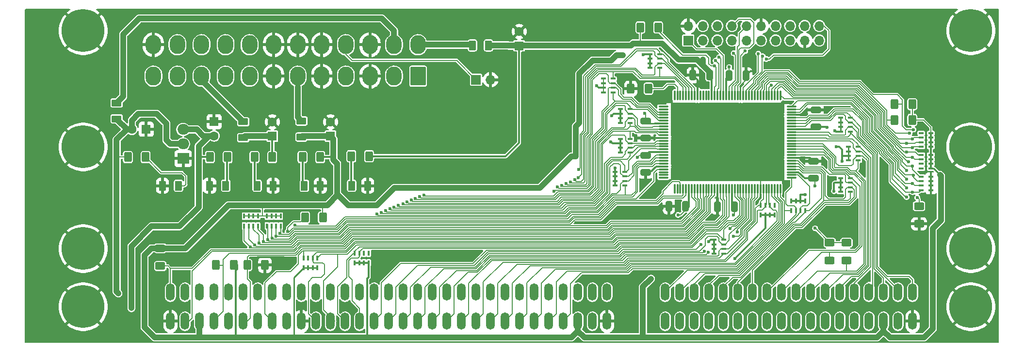
<source format=gbr>
%TF.GenerationSoftware,KiCad,Pcbnew,(7.0.0)*%
%TF.CreationDate,2023-08-01T12:05:36+01:00*%
%TF.ProjectId,disappointment,64697361-7070-46f6-996e-746d656e742e,rev?*%
%TF.SameCoordinates,Original*%
%TF.FileFunction,Copper,L1,Top*%
%TF.FilePolarity,Positive*%
%FSLAX46Y46*%
G04 Gerber Fmt 4.6, Leading zero omitted, Abs format (unit mm)*
G04 Created by KiCad (PCBNEW (7.0.0)) date 2023-08-01 12:05:36*
%MOMM*%
%LPD*%
G01*
G04 APERTURE LIST*
G04 Aperture macros list*
%AMRoundRect*
0 Rectangle with rounded corners*
0 $1 Rounding radius*
0 $2 $3 $4 $5 $6 $7 $8 $9 X,Y pos of 4 corners*
0 Add a 4 corners polygon primitive as box body*
4,1,4,$2,$3,$4,$5,$6,$7,$8,$9,$2,$3,0*
0 Add four circle primitives for the rounded corners*
1,1,$1+$1,$2,$3*
1,1,$1+$1,$4,$5*
1,1,$1+$1,$6,$7*
1,1,$1+$1,$8,$9*
0 Add four rect primitives between the rounded corners*
20,1,$1+$1,$2,$3,$4,$5,0*
20,1,$1+$1,$4,$5,$6,$7,0*
20,1,$1+$1,$6,$7,$8,$9,0*
20,1,$1+$1,$8,$9,$2,$3,0*%
G04 Aperture macros list end*
%TA.AperFunction,ComponentPad*%
%ADD10C,7.500000*%
%TD*%
%TA.AperFunction,ComponentPad*%
%ADD11R,1.600000X1.600000*%
%TD*%
%TA.AperFunction,ComponentPad*%
%ADD12C,1.600000*%
%TD*%
%TA.AperFunction,SMDPad,CuDef*%
%ADD13R,0.900000X0.400000*%
%TD*%
%TA.AperFunction,SMDPad,CuDef*%
%ADD14R,0.400000X0.900000*%
%TD*%
%TA.AperFunction,SMDPad,CuDef*%
%ADD15RoundRect,0.250000X-0.400000X-0.625000X0.400000X-0.625000X0.400000X0.625000X-0.400000X0.625000X0*%
%TD*%
%TA.AperFunction,SMDPad,CuDef*%
%ADD16RoundRect,0.250000X0.375000X0.625000X-0.375000X0.625000X-0.375000X-0.625000X0.375000X-0.625000X0*%
%TD*%
%TA.AperFunction,SMDPad,CuDef*%
%ADD17RoundRect,0.250000X0.650000X-0.325000X0.650000X0.325000X-0.650000X0.325000X-0.650000X-0.325000X0*%
%TD*%
%TA.AperFunction,SMDPad,CuDef*%
%ADD18RoundRect,0.250000X-0.325000X-0.650000X0.325000X-0.650000X0.325000X0.650000X-0.325000X0.650000X0*%
%TD*%
%TA.AperFunction,SMDPad,CuDef*%
%ADD19RoundRect,0.250000X-0.625000X0.375000X-0.625000X-0.375000X0.625000X-0.375000X0.625000X0.375000X0*%
%TD*%
%TA.AperFunction,SMDPad,CuDef*%
%ADD20O,0.300000X1.800000*%
%TD*%
%TA.AperFunction,SMDPad,CuDef*%
%ADD21O,1.800000X0.300000*%
%TD*%
%TA.AperFunction,ComponentPad*%
%ADD22R,1.700000X1.700000*%
%TD*%
%TA.AperFunction,ComponentPad*%
%ADD23O,1.700000X1.700000*%
%TD*%
%TA.AperFunction,SMDPad,CuDef*%
%ADD24RoundRect,0.250000X0.400000X0.625000X-0.400000X0.625000X-0.400000X-0.625000X0.400000X-0.625000X0*%
%TD*%
%TA.AperFunction,SMDPad,CuDef*%
%ADD25RoundRect,0.250000X-0.375000X-0.625000X0.375000X-0.625000X0.375000X0.625000X-0.375000X0.625000X0*%
%TD*%
%TA.AperFunction,SMDPad,CuDef*%
%ADD26RoundRect,0.250000X-0.625000X0.400000X-0.625000X-0.400000X0.625000X-0.400000X0.625000X0.400000X0*%
%TD*%
%TA.AperFunction,SMDPad,CuDef*%
%ADD27RoundRect,0.250000X0.625000X-0.400000X0.625000X0.400000X-0.625000X0.400000X-0.625000X-0.400000X0*%
%TD*%
%TA.AperFunction,ComponentPad*%
%ADD28O,1.500000X3.000000*%
%TD*%
%TA.AperFunction,ComponentPad*%
%ADD29R,2.000000X1.905000*%
%TD*%
%TA.AperFunction,ComponentPad*%
%ADD30O,2.000000X1.905000*%
%TD*%
%TA.AperFunction,ComponentPad*%
%ADD31RoundRect,0.250001X1.099999X1.399999X-1.099999X1.399999X-1.099999X-1.399999X1.099999X-1.399999X0*%
%TD*%
%TA.AperFunction,ComponentPad*%
%ADD32O,2.700000X3.300000*%
%TD*%
%TA.AperFunction,SMDPad,CuDef*%
%ADD33RoundRect,0.250000X0.325000X0.650000X-0.325000X0.650000X-0.325000X-0.650000X0.325000X-0.650000X0*%
%TD*%
%TA.AperFunction,ViaPad*%
%ADD34C,0.800000*%
%TD*%
%TA.AperFunction,ViaPad*%
%ADD35C,0.600000*%
%TD*%
%TA.AperFunction,Conductor*%
%ADD36C,1.000000*%
%TD*%
%TA.AperFunction,Conductor*%
%ADD37C,0.304800*%
%TD*%
%TA.AperFunction,Conductor*%
%ADD38C,0.203200*%
%TD*%
%TA.AperFunction,Conductor*%
%ADD39C,0.254000*%
%TD*%
%TA.AperFunction,Conductor*%
%ADD40C,0.152400*%
%TD*%
G04 APERTURE END LIST*
D10*
%TO.P,,1*%
%TO.N,GND*%
X224049200Y-103710000D03*
%TD*%
D11*
%TO.P,C15,1*%
%TO.N,GND*%
X80169511Y-100611199D03*
D12*
%TO.P,C15,2*%
%TO.N,-12V*%
X77669512Y-100611200D03*
%TD*%
D13*
%TO.P,RN10,1,R1.1*%
%TO.N,+5V*%
X168131999Y-87496799D03*
%TO.P,RN10,2,R2.1*%
X168131999Y-88296799D03*
%TO.P,RN10,3,R3.1*%
X168131999Y-89096799D03*
%TO.P,RN10,4,R4.1*%
X168131999Y-89896799D03*
%TO.P,RN10,5,R4.2*%
%TO.N,/SA3*%
X169831999Y-89896799D03*
%TO.P,RN10,6,R3.2*%
%TO.N,/SA2*%
X169831999Y-89096799D03*
%TO.P,RN10,7,R2.2*%
%TO.N,/SA1*%
X169831999Y-88296799D03*
%TO.P,RN10,8,R1.2*%
%TO.N,/SA0*%
X169831999Y-87496799D03*
%TD*%
D14*
%TO.P,RN18,1,R1.1*%
%TO.N,/SMEMR#*%
X110034799Y-123129199D03*
%TO.P,RN18,2,R2.1*%
%TO.N,/SMEMW#*%
X109234799Y-123129199D03*
%TO.P,RN18,3,R3.1*%
%TO.N,unconnected-(RN18-R3.1-Pad3)*%
X108434799Y-123129199D03*
%TO.P,RN18,4,R4.1*%
%TO.N,/OWS#*%
X107634799Y-123129199D03*
%TO.P,RN18,5,R4.2*%
%TO.N,+5V*%
X107634799Y-124829199D03*
%TO.P,RN18,6,R3.2*%
X108434799Y-124829199D03*
%TO.P,RN18,7,R2.2*%
X109234799Y-124829199D03*
%TO.P,RN18,8,R1.2*%
X110034799Y-124829199D03*
%TD*%
D15*
%TO.P,R8,1*%
%TO.N,/IOCHRDY*%
X107894400Y-116054400D03*
%TO.P,R8,2*%
%TO.N,+5V*%
X110994400Y-116054400D03*
%TD*%
D16*
%TO.P,D1,1,K*%
%TO.N,GND*%
X102310000Y-110490000D03*
%TO.P,D1,2,A*%
%TO.N,Net-(D1-A)*%
X99510000Y-110490000D03*
%TD*%
D10*
%TO.P,,1*%
%TO.N,GND*%
X69160000Y-131650000D03*
%TD*%
D15*
%TO.P,R3,1*%
%TO.N,/DRQ2*%
X97785200Y-124358400D03*
%TO.P,R3,2*%
%TO.N,GND*%
X100885200Y-124358400D03*
%TD*%
D17*
%TO.P,C8,1*%
%TO.N,GND*%
X167305600Y-108155000D03*
%TO.P,C8,2*%
%TO.N,+3.3V*%
X167305600Y-105205000D03*
%TD*%
D13*
%TO.P,RN7,1,R1.1*%
%TO.N,unconnected-(RN7-R1.1-Pad1)*%
X215426799Y-101290799D03*
%TO.P,RN7,2,R2.1*%
%TO.N,/IRQ10*%
X215426799Y-102090799D03*
%TO.P,RN7,3,R3.1*%
%TO.N,/IRQ11*%
X215426799Y-102890799D03*
%TO.P,RN7,4,R4.1*%
%TO.N,/IRQ12*%
X215426799Y-103690799D03*
%TO.P,RN7,5,R4.2*%
%TO.N,+5V*%
X217126799Y-103690799D03*
%TO.P,RN7,6,R3.2*%
X217126799Y-102890799D03*
%TO.P,RN7,7,R2.2*%
X217126799Y-102090799D03*
%TO.P,RN7,8,R1.2*%
X217126799Y-101290799D03*
%TD*%
D11*
%TO.P,C16,1*%
%TO.N,+3.3V*%
X145258399Y-86017512D03*
D12*
%TO.P,C16,2*%
%TO.N,GND*%
X145258400Y-83517513D03*
%TD*%
D15*
%TO.P,R4,1*%
%TO.N,/IRQ9*%
X92349600Y-124358400D03*
%TO.P,R4,2*%
%TO.N,+5V*%
X95449600Y-124358400D03*
%TD*%
D11*
%TO.P,C19,1*%
%TO.N,+12V*%
X102179999Y-101830399D03*
D12*
%TO.P,C19,2*%
%TO.N,GND*%
X102180000Y-99330400D03*
%TD*%
D13*
%TO.P,RN8,1,R1.1*%
%TO.N,/IRQ15*%
X215426799Y-105072104D03*
%TO.P,RN8,2,R2.1*%
%TO.N,/IRQ14*%
X215426799Y-105872104D03*
%TO.P,RN8,3,R3.1*%
%TO.N,unconnected-(RN8-R3.1-Pad3)*%
X215426799Y-106672104D03*
%TO.P,RN8,4,R4.1*%
%TO.N,unconnected-(RN8-R4.1-Pad4)*%
X215426799Y-107472104D03*
%TO.P,RN8,5,R4.2*%
%TO.N,+5V*%
X217126799Y-107472104D03*
%TO.P,RN8,6,R3.2*%
X217126799Y-106672104D03*
%TO.P,RN8,7,R2.2*%
X217126799Y-105872104D03*
%TO.P,RN8,8,R1.2*%
X217126799Y-105072104D03*
%TD*%
%TO.P,RN16,1,R1.1*%
%TO.N,/DRQ0*%
X215426799Y-108882104D03*
%TO.P,RN16,2,R2.1*%
%TO.N,/DRQ5*%
X215426799Y-109682104D03*
%TO.P,RN16,3,R3.1*%
%TO.N,/DRQ6*%
X215426799Y-110482104D03*
%TO.P,RN16,4,R4.1*%
%TO.N,/DRQ7*%
X215426799Y-111282104D03*
%TO.P,RN16,5,R4.2*%
%TO.N,GND*%
X217126799Y-111282104D03*
%TO.P,RN16,6,R3.2*%
X217126799Y-110482104D03*
%TO.P,RN16,7,R2.2*%
X217126799Y-109682104D03*
%TO.P,RN16,8,R1.2*%
X217126799Y-108882104D03*
%TD*%
D18*
%TO.P,C4,1*%
%TO.N,GND*%
X179902200Y-114147600D03*
%TO.P,C4,2*%
%TO.N,+3.3V*%
X182852200Y-114147600D03*
%TD*%
D19*
%TO.P,F6,1*%
%TO.N,Net-(J5--12V)*%
X75002000Y-96010800D03*
%TO.P,F6,2*%
%TO.N,-12V*%
X75002000Y-98810800D03*
%TD*%
D17*
%TO.P,C1,1*%
%TO.N,+3.3V*%
X196617200Y-109171000D03*
%TO.P,C1,2*%
%TO.N,GND*%
X196617200Y-106221000D03*
%TD*%
D13*
%TO.P,RN3,1,R1.1*%
%TO.N,+5V*%
X159953199Y-91763999D03*
%TO.P,RN3,2,R2.1*%
X159953199Y-92563999D03*
%TO.P,RN3,3,R3.1*%
X159953199Y-93363999D03*
%TO.P,RN3,4,R4.1*%
X159953199Y-94163999D03*
%TO.P,RN3,5,R4.2*%
%TO.N,/SA7*%
X161653199Y-94163999D03*
%TO.P,RN3,6,R3.2*%
%TO.N,/SA6*%
X161653199Y-93363999D03*
%TO.P,RN3,7,R2.2*%
%TO.N,/SA5*%
X161653199Y-92563999D03*
%TO.P,RN3,8,R1.2*%
%TO.N,/SA4*%
X161653199Y-91763999D03*
%TD*%
D20*
%TO.P,U1,1,DRQ5*%
%TO.N,/DRQ5*%
X190881199Y-94670000D03*
%TO.P,U1,2,DACK5#*%
%TO.N,/DACK5#*%
X190381199Y-94670000D03*
%TO.P,U1,3,DRQ0*%
%TO.N,/DRQ0*%
X189881199Y-94670000D03*
%TO.P,U1,4,DACK0#*%
%TO.N,/DACK0#*%
X189381199Y-94670000D03*
%TO.P,U1,5,VDD3V*%
%TO.N,+3.3V*%
X188881199Y-94670000D03*
%TO.P,U1,6,IRQ14*%
%TO.N,/IRQ14*%
X188381199Y-94670000D03*
%TO.P,U1,7,IRQ15*%
%TO.N,/IRQ15*%
X187881199Y-94670000D03*
%TO.P,U1,8,IRQ12*%
%TO.N,/IRQ12*%
X187381199Y-94670000D03*
%TO.P,U1,9,IRQ11*%
%TO.N,/IRQ11*%
X186881199Y-94670000D03*
%TO.P,U1,10,IRQ10*%
%TO.N,/IRQ10*%
X186381199Y-94670000D03*
%TO.P,U1,11,IOCS16#*%
%TO.N,/IOCS16#*%
X185881199Y-94670000D03*
%TO.P,U1,12,MEMCS16#*%
%TO.N,/MEMCS16#*%
X185381199Y-94670000D03*
%TO.P,U1,13,LFRAME#*%
%TO.N,/LFRAME#*%
X184881199Y-94670000D03*
%TO.P,U1,14,PCIRST#*%
%TO.N,/PCIRST#*%
X184381199Y-94670000D03*
%TO.P,U1,15,GND*%
%TO.N,GND*%
X183881199Y-94670000D03*
%TO.P,U1,16,LAD3*%
%TO.N,/LAD3*%
X183381199Y-94670000D03*
%TO.P,U1,17,LAD2*%
%TO.N,/LAD2*%
X182881199Y-94670000D03*
%TO.P,U1,18,LAD1*%
%TO.N,/LAD1*%
X182381199Y-94670000D03*
%TO.P,U1,19,LAD0*%
%TO.N,/LAD0*%
X181881199Y-94670000D03*
%TO.P,U1,20,VDD3V*%
%TO.N,+3.3V*%
X181381199Y-94670000D03*
%TO.P,U1,21,PCICLK*%
%TO.N,/PCICLK*%
X180881199Y-94670000D03*
%TO.P,U1,22,LDRQ#*%
%TO.N,/LDRQ#*%
X180381199Y-94670000D03*
%TO.P,U1,23,SERIRQ*%
%TO.N,/SERIRQ*%
X179881199Y-94670000D03*
%TO.P,U1,24,PWRDN#*%
%TO.N,/PWRDN#*%
X179381199Y-94670000D03*
%TO.P,U1,25,VDD3V*%
%TO.N,+3.3V*%
X178881199Y-94670000D03*
%TO.P,U1,26,14.318M*%
%TO.N,/14.318M*%
X178381199Y-94670000D03*
%TO.P,U1,27,14MOUT1*%
%TO.N,/14MOUT1*%
X177881199Y-94670000D03*
%TO.P,U1,28,14MOUT2*%
%TO.N,/14MOUT2*%
X177381199Y-94670000D03*
%TO.P,U1,29,GP20/PLED0*%
%TO.N,/GP20{slash}PLED0*%
X176881199Y-94670000D03*
%TO.P,U1,30,GND*%
%TO.N,GND*%
X176381199Y-94670000D03*
%TO.P,U1,31,SA0*%
%TO.N,/SA0*%
X175881199Y-94670000D03*
%TO.P,U1,32,SA1*%
%TO.N,/SA1*%
X175381199Y-94670000D03*
%TO.P,U1,33,SA2*%
%TO.N,/SA2*%
X174881199Y-94670000D03*
%TO.P,U1,34,SA3*%
%TO.N,/SA3*%
X174381199Y-94670000D03*
%TO.P,U1,35,SA4*%
%TO.N,/SA4*%
X173881199Y-94670000D03*
%TO.P,U1,36,80PCS#/KBEN#*%
%TO.N,/80PCS#{slash}KBEN#*%
X173381199Y-94670000D03*
%TO.P,U1,37,ROMCS#*%
%TO.N,/ROMCS#*%
X172881199Y-94670000D03*
%TO.P,U1,38,GP10/IRQ1*%
%TO.N,/GP10{slash}IRQ1*%
X172381199Y-94670000D03*
D21*
%TO.P,U1,39,GP11/KBCS#*%
%TO.N,/GP11{slash}KBCS#*%
X170431199Y-96619999D03*
%TO.P,U1,40,GP12/MCCS#*%
%TO.N,/GP12{slash}MCCS#*%
X170431199Y-97119999D03*
%TO.P,U1,41,SA5*%
%TO.N,/SA5*%
X170431199Y-97619999D03*
%TO.P,U1,42,SA6*%
%TO.N,/SA6*%
X170431199Y-98119999D03*
%TO.P,U1,43,SA7*%
%TO.N,/SA7*%
X170431199Y-98619999D03*
%TO.P,U1,44,SA8*%
%TO.N,/SA8*%
X170431199Y-99119999D03*
%TO.P,U1,45,VDD3V*%
%TO.N,+3.3V*%
X170431199Y-99619999D03*
%TO.P,U1,46,SA9*%
%TO.N,/SA9*%
X170431199Y-100119999D03*
%TO.P,U1,47,SA10*%
%TO.N,/SA10*%
X170431199Y-100619999D03*
%TO.P,U1,48,SA11*%
%TO.N,/SA11*%
X170431199Y-101119999D03*
%TO.P,U1,49,SA12*%
%TO.N,/SA12*%
X170431199Y-101619999D03*
%TO.P,U1,50,GND*%
%TO.N,GND*%
X170431199Y-102119999D03*
%TO.P,U1,51,SA13*%
%TO.N,/SA13*%
X170431199Y-102619999D03*
%TO.P,U1,52,SA14*%
%TO.N,/SA14*%
X170431199Y-103119999D03*
%TO.P,U1,53,SA15*%
%TO.N,/SA15*%
X170431199Y-103619999D03*
%TO.P,U1,54,SA16*%
%TO.N,/SA16*%
X170431199Y-104119999D03*
%TO.P,U1,55,VDD3V*%
%TO.N,+3.3V*%
X170431199Y-104619999D03*
%TO.P,U1,56,SA17*%
%TO.N,/SA17*%
X170431199Y-105119999D03*
%TO.P,U1,57,SA18*%
%TO.N,/SA18*%
X170431199Y-105619999D03*
%TO.P,U1,58,SA19*%
%TO.N,/SA19*%
X170431199Y-106119999D03*
%TO.P,U1,59,AEN*%
%TO.N,/AEN*%
X170431199Y-106619999D03*
%TO.P,U1,60,GND*%
%TO.N,GND*%
X170431199Y-107119999D03*
%TO.P,U1,61,IOCHRDY*%
%TO.N,/IOCHRDY*%
X170431199Y-107619999D03*
%TO.P,U1,62,GP13/IRQIN*%
%TO.N,/GP13{slash}IRQIN*%
X170431199Y-108119999D03*
%TO.P,U1,63,GP14/PLED1*%
%TO.N,/GP14{slash}PLED1*%
X170431199Y-108619999D03*
%TO.P,U1,64,GP15/IRQ8*%
%TO.N,/GP15{slash}IRQ8*%
X170431199Y-109119999D03*
D20*
%TO.P,U1,65,GP16/RTCCS#*%
%TO.N,/GP16{slash}RTCCS#*%
X172381199Y-111069998D03*
%TO.P,U1,66,GP17/IOHCS#*%
%TO.N,/GP17{slash}IOHCS#*%
X172881199Y-111069998D03*
%TO.P,U1,67,SD0*%
%TO.N,/SD0*%
X173381199Y-111069998D03*
%TO.P,U1,68,SD1*%
%TO.N,/SD1*%
X173881199Y-111069998D03*
%TO.P,U1,69,SD2*%
%TO.N,/SD2*%
X174381199Y-111069998D03*
%TO.P,U1,70,VDD3V*%
%TO.N,+3.3V*%
X174881199Y-111069998D03*
%TO.P,U1,71,SD3*%
%TO.N,/SD3*%
X175381199Y-111069998D03*
%TO.P,U1,72,SD4*%
%TO.N,/SD4*%
X175881199Y-111069998D03*
%TO.P,U1,73,SD5*%
%TO.N,/SD5*%
X176381199Y-111069998D03*
%TO.P,U1,74,SD6*%
%TO.N,/SD6*%
X176881199Y-111069998D03*
%TO.P,U1,75,SD7*%
%TO.N,/SD7*%
X177381199Y-111069998D03*
%TO.P,U1,76,IOCHCK#*%
%TO.N,/IOCHCK#*%
X177881199Y-111069998D03*
%TO.P,U1,77,RSTDRV*%
%TO.N,/RSTDRV*%
X178381199Y-111069998D03*
%TO.P,U1,78,IRQ9*%
%TO.N,/IRQ9*%
X178881199Y-111069998D03*
%TO.P,U1,79,DRQ2*%
%TO.N,/DRQ2*%
X179381199Y-111069998D03*
%TO.P,U1,80,GND*%
%TO.N,GND*%
X179881199Y-111069998D03*
%TO.P,U1,81,OWS#*%
%TO.N,/OWS#*%
X180381199Y-111069998D03*
%TO.P,U1,82,SMEMW#*%
%TO.N,/SMEMW#*%
X180881199Y-111069998D03*
%TO.P,U1,83,SMEMR#*%
%TO.N,/SMEMR#*%
X181381199Y-111069998D03*
%TO.P,U1,84,IOW#*%
%TO.N,/IOW#*%
X181881199Y-111069998D03*
%TO.P,U1,85,VDD3V*%
%TO.N,+3.3V*%
X182381199Y-111069998D03*
%TO.P,U1,86,IOR#*%
%TO.N,/IOR#*%
X182881199Y-111069998D03*
%TO.P,U1,87,DACK3#*%
%TO.N,/DACK3#*%
X183381199Y-111069998D03*
%TO.P,U1,88,DRQ3*%
%TO.N,/DRQ3*%
X183881199Y-111069998D03*
%TO.P,U1,89,DACK1#*%
%TO.N,/DACK1*%
X184381199Y-111069998D03*
%TO.P,U1,90,DRQ1*%
%TO.N,/DRQ1*%
X184881199Y-111069998D03*
%TO.P,U1,91,REFRESH#*%
%TO.N,/REFRESH#*%
X185381199Y-111069998D03*
%TO.P,U1,92,SYSCLK*%
%TO.N,/SYSCLK*%
X185881199Y-111069998D03*
%TO.P,U1,93,IRQ7*%
%TO.N,/IRQ7*%
X186381199Y-111069998D03*
%TO.P,U1,94,IRQ6*%
%TO.N,/IRQ6*%
X186881199Y-111069998D03*
%TO.P,U1,95,GND*%
%TO.N,GND*%
X187381199Y-111069998D03*
%TO.P,U1,96,IRQ5*%
%TO.N,/IRQ5*%
X187881199Y-111069998D03*
%TO.P,U1,97,IRQ4*%
%TO.N,/IRQ4*%
X188381199Y-111069998D03*
%TO.P,U1,98,IRQ3*%
%TO.N,/IRQ3*%
X188881199Y-111069998D03*
%TO.P,U1,99,DACK2#*%
%TO.N,/DACK2#*%
X189381199Y-111069998D03*
%TO.P,U1,100,TC*%
%TO.N,/TC*%
X189881199Y-111069998D03*
%TO.P,U1,101,BALE*%
%TO.N,/BALE*%
X190381199Y-111069998D03*
%TO.P,U1,102,SBHE#*%
%TO.N,/SBHE#*%
X190881199Y-111069998D03*
D21*
%TO.P,U1,103,LA23*%
%TO.N,/LA23*%
X192831199Y-109119999D03*
%TO.P,U1,104,LA22*%
%TO.N,/LA22*%
X192831199Y-108619999D03*
%TO.P,U1,105,VDD3V*%
%TO.N,+3.3V*%
X192831199Y-108119999D03*
%TO.P,U1,106,LA21*%
%TO.N,/LA21*%
X192831199Y-107619999D03*
%TO.P,U1,107,LA20*%
%TO.N,/LA20*%
X192831199Y-107119999D03*
%TO.P,U1,108,LA19/GP23*%
%TO.N,/LA19{slash}GP23*%
X192831199Y-106619999D03*
%TO.P,U1,109,LA18/GP22*%
%TO.N,/LA18{slash}GP22*%
X192831199Y-106119999D03*
%TO.P,U1,110,GND*%
%TO.N,GND*%
X192831199Y-105619999D03*
%TO.P,U1,111,LA17/GP21*%
%TO.N,/LA17{slash}GP21*%
X192831199Y-105119999D03*
%TO.P,U1,112,MEMR#*%
%TO.N,/MEMR#*%
X192831199Y-104619999D03*
%TO.P,U1,113,MEMW#*%
%TO.N,/MEMW#*%
X192831199Y-104119999D03*
%TO.P,U1,114,SD8*%
%TO.N,/SD8*%
X192831199Y-103619999D03*
%TO.P,U1,115,SD9*%
%TO.N,/SD9*%
X192831199Y-103119999D03*
%TO.P,U1,116,SD10*%
%TO.N,/SD10*%
X192831199Y-102619999D03*
%TO.P,U1,117,SD11*%
%TO.N,/SD11*%
X192831199Y-102119999D03*
%TO.P,U1,118,SD12*%
%TO.N,/SD12*%
X192831199Y-101619999D03*
%TO.P,U1,119,SD13*%
%TO.N,/SD13*%
X192831199Y-101119999D03*
%TO.P,U1,120,VDD3V*%
%TO.N,+3.3V*%
X192831199Y-100619999D03*
%TO.P,U1,121,SD14*%
%TO.N,/SD14*%
X192831199Y-100119999D03*
%TO.P,U1,122,SD15*%
%TO.N,/SD15*%
X192831199Y-99619999D03*
%TO.P,U1,123,MASTER#*%
%TO.N,/MASTER#*%
X192831199Y-99119999D03*
%TO.P,U1,124,DRQ7*%
%TO.N,/DRQ7*%
X192831199Y-98619999D03*
%TO.P,U1,125,GND*%
%TO.N,GND*%
X192831199Y-98119999D03*
%TO.P,U1,126,DACK7#/RTCEN#*%
%TO.N,/DACK7#{slash}RTCEN#*%
X192831199Y-97619999D03*
%TO.P,U1,127,DRQ6*%
%TO.N,/DRQ6*%
X192831199Y-97119999D03*
%TO.P,U1,128,DACK6#/HEFRAS*%
%TO.N,/DACK6#{slash}HEFRAS*%
X192831199Y-96619999D03*
%TD*%
D16*
%TO.P,D4,1,K*%
%TO.N,Net-(D4-K)*%
X94055000Y-110490000D03*
%TO.P,D4,2,A*%
%TO.N,GND*%
X91255000Y-110490000D03*
%TD*%
D10*
%TO.P,,1*%
%TO.N,GND*%
X69160000Y-103710000D03*
%TD*%
D15*
%TO.P,R15,1*%
%TO.N,-12V*%
X76957200Y-105488000D03*
%TO.P,R15,2*%
%TO.N,Net-(D5-K)*%
X80057200Y-105488000D03*
%TD*%
D19*
%TO.P,F1,1*%
%TO.N,Net-(F1-Pad1)*%
X97100000Y-99290400D03*
%TO.P,F1,2*%
%TO.N,+12V*%
X97100000Y-102090400D03*
%TD*%
D22*
%TO.P,J3,1,Pin_1*%
%TO.N,/PCICLK*%
X174778199Y-85094999D03*
D23*
%TO.P,J3,2,Pin_2*%
%TO.N,GND*%
X174778199Y-82554999D03*
%TO.P,J3,3,Pin_3*%
%TO.N,/LFRAME#*%
X177318199Y-85094999D03*
%TO.P,J3,4,Pin_4*%
%TO.N,unconnected-(J3-Pin_4-Pad4)*%
X177318199Y-82554999D03*
%TO.P,J3,5,Pin_5*%
%TO.N,/PCIRST#*%
X179858199Y-85094999D03*
%TO.P,J3,6,Pin_6*%
%TO.N,unconnected-(J3-Pin_6-Pad6)*%
X179858199Y-82554999D03*
%TO.P,J3,7,Pin_7*%
%TO.N,/LAD3*%
X182398199Y-85094999D03*
%TO.P,J3,8,Pin_8*%
%TO.N,/LAD2*%
X182398199Y-82554999D03*
%TO.P,J3,9,Pin_9*%
%TO.N,unconnected-(J3-Pin_9-Pad9)*%
X184938199Y-85094999D03*
%TO.P,J3,10,Pin_10*%
%TO.N,/LAD1*%
X184938199Y-82554999D03*
%TO.P,J3,11,Pin_11*%
%TO.N,/LAD0*%
X187478199Y-85094999D03*
%TO.P,J3,12,Pin_12*%
%TO.N,GND*%
X187478199Y-82554999D03*
%TO.P,J3,13,Pin_13*%
%TO.N,unconnected-(J3-Pin_13-Pad13)*%
X190018199Y-85094999D03*
%TO.P,J3,14,Pin_14*%
%TO.N,unconnected-(J3-Pin_14-Pad14)*%
X190018199Y-82554999D03*
%TO.P,J3,15,Pin_15*%
%TO.N,unconnected-(J3-Pin_15-Pad15)*%
X192558199Y-85094999D03*
%TO.P,J3,16,Pin_16*%
%TO.N,/SERIRQ*%
X192558199Y-82554999D03*
%TO.P,J3,17,Pin_17*%
%TO.N,GND*%
X195098199Y-85094999D03*
%TO.P,J3,18,Pin_18*%
%TO.N,unconnected-(J3-Pin_18-Pad18)*%
X195098199Y-82554999D03*
%TO.P,J3,19,Pin_19*%
%TO.N,/PWRDN#*%
X197638199Y-85094999D03*
%TO.P,J3,20,Pin_20*%
%TO.N,/LDRQ#*%
X197638199Y-82554999D03*
%TD*%
D18*
%TO.P,C6,1*%
%TO.N,GND*%
X171367800Y-114073200D03*
%TO.P,C6,2*%
%TO.N,+3.3V*%
X174317800Y-114073200D03*
%TD*%
D13*
%TO.P,RN13,1,R1.1*%
%TO.N,+5V*%
X201355199Y-109161199D03*
%TO.P,RN13,2,R2.1*%
X201355199Y-109961199D03*
%TO.P,RN13,3,R3.1*%
X201355199Y-110761199D03*
%TO.P,RN13,4,R4.1*%
X201355199Y-111561199D03*
%TO.P,RN13,5,R4.2*%
%TO.N,/LA20*%
X203055199Y-111561199D03*
%TO.P,RN13,6,R3.2*%
%TO.N,/LA19{slash}GP23*%
X203055199Y-110761199D03*
%TO.P,RN13,7,R2.2*%
%TO.N,/LA18{slash}GP22*%
X203055199Y-109961199D03*
%TO.P,RN13,8,R1.2*%
%TO.N,/LA17{slash}GP21*%
X203055199Y-109161199D03*
%TD*%
D15*
%TO.P,R16,1*%
%TO.N,+3.3V*%
X166416000Y-82804000D03*
%TO.P,R16,2*%
%TO.N,/PWRDN#*%
X169516000Y-82804000D03*
%TD*%
D17*
%TO.P,C2,1*%
%TO.N,+3.3V*%
X197038813Y-100181266D03*
%TO.P,C2,2*%
%TO.N,GND*%
X197038813Y-97231266D03*
%TD*%
D13*
%TO.P,RN6,1,R1.1*%
%TO.N,+5V*%
X162035999Y-108070799D03*
%TO.P,RN6,2,R2.1*%
X162035999Y-108870799D03*
%TO.P,RN6,3,R3.1*%
X162035999Y-109670799D03*
%TO.P,RN6,4,R4.1*%
X162035999Y-110470799D03*
%TO.P,RN6,5,R4.2*%
%TO.N,/SA19*%
X163735999Y-110470799D03*
%TO.P,RN6,6,R3.2*%
%TO.N,/SA18*%
X163735999Y-109670799D03*
%TO.P,RN6,7,R2.2*%
%TO.N,/SA17*%
X163735999Y-108870799D03*
%TO.P,RN6,8,R1.2*%
%TO.N,/SA16*%
X163735999Y-108070799D03*
%TD*%
D24*
%TO.P,R13,1*%
%TO.N,+3.3V*%
X119071600Y-105335600D03*
%TO.P,R13,2*%
%TO.N,Net-(D3-A)*%
X115971600Y-105335600D03*
%TD*%
D17*
%TO.P,C7,1*%
%TO.N,GND*%
X167305600Y-102131600D03*
%TO.P,C7,2*%
%TO.N,+3.3V*%
X167305600Y-99181600D03*
%TD*%
D13*
%TO.P,RN1,1,R1.1*%
%TO.N,+5V*%
X202726799Y-103674799D03*
%TO.P,RN1,2,R2.1*%
X202726799Y-104474799D03*
%TO.P,RN1,3,R3.1*%
X202726799Y-105274799D03*
%TO.P,RN1,4,R4.1*%
X202726799Y-106074799D03*
%TO.P,RN1,5,R4.2*%
%TO.N,/SD8*%
X204426799Y-106074799D03*
%TO.P,RN1,6,R3.2*%
%TO.N,/SD9*%
X204426799Y-105274799D03*
%TO.P,RN1,7,R2.2*%
%TO.N,/SD10*%
X204426799Y-104474799D03*
%TO.P,RN1,8,R1.2*%
%TO.N,/SD11*%
X204426799Y-103674799D03*
%TD*%
D25*
%TO.P,F4,1*%
%TO.N,Net-(F4-Pad1)*%
X137102000Y-85953600D03*
%TO.P,F4,2*%
%TO.N,+3.3V*%
X139902000Y-85953600D03*
%TD*%
D10*
%TO.P,REF\u002A\u002A,1*%
%TO.N,GND*%
X69160000Y-121490000D03*
%TD*%
D26*
%TO.P,R7,1*%
%TO.N,+5V*%
X82622000Y-121436800D03*
%TO.P,R7,2*%
%TO.N,/IOCHCK#*%
X82622000Y-124536800D03*
%TD*%
D15*
%TO.P,R14,1*%
%TO.N,-5V*%
X91282800Y-105488000D03*
%TO.P,R14,2*%
%TO.N,Net-(D4-K)*%
X94382800Y-105488000D03*
%TD*%
D14*
%TO.P,RN2,1,R1.1*%
%TO.N,+5V*%
X195175599Y-113145199D03*
%TO.P,RN2,2,R2.1*%
X194375599Y-113145199D03*
%TO.P,RN2,3,R3.1*%
X193575599Y-113145199D03*
%TO.P,RN2,4,R4.1*%
X192775599Y-113145199D03*
%TO.P,RN2,5,R4.2*%
%TO.N,/SBHE#*%
X192775599Y-114845199D03*
%TO.P,RN2,6,R3.2*%
%TO.N,/LA23*%
X193575599Y-114845199D03*
%TO.P,RN2,7,R2.2*%
%TO.N,/LA22*%
X194375599Y-114845199D03*
%TO.P,RN2,8,R1.2*%
%TO.N,/LA21*%
X195175599Y-114845199D03*
%TD*%
D24*
%TO.P,R2,1*%
%TO.N,+5V*%
X213864400Y-98985600D03*
%TO.P,R2,2*%
%TO.N,/IOCS16#*%
X210764400Y-98985600D03*
%TD*%
D13*
%TO.P,RN11,1,R1.1*%
%TO.N,+5V*%
X162950399Y-102279599D03*
%TO.P,RN11,2,R2.1*%
X162950399Y-103079599D03*
%TO.P,RN11,3,R3.1*%
X162950399Y-103879599D03*
%TO.P,RN11,4,R4.1*%
X162950399Y-104679599D03*
%TO.P,RN11,5,R4.2*%
%TO.N,/SA15*%
X164650399Y-104679599D03*
%TO.P,RN11,6,R3.2*%
%TO.N,/SA14*%
X164650399Y-103879599D03*
%TO.P,RN11,7,R2.2*%
%TO.N,/SA13*%
X164650399Y-103079599D03*
%TO.P,RN11,8,R1.2*%
%TO.N,/SA12*%
X164650399Y-102279599D03*
%TD*%
D14*
%TO.P,RN12,1,R1.1*%
%TO.N,+5V*%
X99671599Y-115813999D03*
%TO.P,RN12,2,R2.1*%
X98871599Y-115813999D03*
%TO.P,RN12,3,R3.1*%
X98071599Y-115813999D03*
%TO.P,RN12,4,R4.1*%
X97271599Y-115813999D03*
%TO.P,RN12,5,R4.2*%
%TO.N,/SD7*%
X97271599Y-117513999D03*
%TO.P,RN12,6,R3.2*%
%TO.N,/SD6*%
X98071599Y-117513999D03*
%TO.P,RN12,7,R2.2*%
%TO.N,/SD5*%
X98871599Y-117513999D03*
%TO.P,RN12,8,R1.2*%
%TO.N,/SD4*%
X99671599Y-117513999D03*
%TD*%
D16*
%TO.P,D5,1,K*%
%TO.N,Net-(D5-K)*%
X85800000Y-110490000D03*
%TO.P,D5,2,A*%
%TO.N,GND*%
X83000000Y-110490000D03*
%TD*%
D13*
%TO.P,RN9,1,R1.1*%
%TO.N,+5V*%
X179257199Y-119957999D03*
%TO.P,RN9,2,R2.1*%
X179257199Y-120757999D03*
%TO.P,RN9,3,R3.1*%
X179257199Y-121557999D03*
%TO.P,RN9,4,R4.1*%
X179257199Y-122357999D03*
%TO.P,RN9,5,R4.2*%
%TO.N,/IRQ6*%
X180957199Y-122357999D03*
%TO.P,RN9,6,R3.2*%
%TO.N,/IRQ7*%
X180957199Y-121557999D03*
%TO.P,RN9,7,R2.2*%
%TO.N,/DRQ1*%
X180957199Y-120757999D03*
%TO.P,RN9,8,R1.2*%
%TO.N,/DRQ3*%
X180957199Y-119957999D03*
%TD*%
D10*
%TO.P,,1*%
%TO.N,GND*%
X224100000Y-83390000D03*
%TD*%
D14*
%TO.P,RN5,1,R1.1*%
%TO.N,+5V*%
X103633999Y-115813999D03*
%TO.P,RN5,2,R2.1*%
X102833999Y-115813999D03*
%TO.P,RN5,3,R3.1*%
X102033999Y-115813999D03*
%TO.P,RN5,4,R4.1*%
X101233999Y-115813999D03*
%TO.P,RN5,5,R4.2*%
%TO.N,/SD3*%
X101233999Y-117513999D03*
%TO.P,RN5,6,R3.2*%
%TO.N,/SD2*%
X102033999Y-117513999D03*
%TO.P,RN5,7,R2.2*%
%TO.N,/SD1*%
X102833999Y-117513999D03*
%TO.P,RN5,8,R1.2*%
%TO.N,/SD0*%
X103633999Y-117513999D03*
%TD*%
%TO.P,RN15,1,R1.1*%
%TO.N,+5V*%
X187441599Y-115607199D03*
%TO.P,RN15,2,R2.1*%
X188241599Y-115607199D03*
%TO.P,RN15,3,R3.1*%
X189041599Y-115607199D03*
%TO.P,RN15,4,R4.1*%
X189841599Y-115607199D03*
%TO.P,RN15,5,R4.2*%
%TO.N,unconnected-(RN15-R4.2-Pad5)*%
X189841599Y-113907199D03*
%TO.P,RN15,6,R3.2*%
%TO.N,/IRQ3*%
X189041599Y-113907199D03*
%TO.P,RN15,7,R2.2*%
%TO.N,/IRQ4*%
X188241599Y-113907199D03*
%TO.P,RN15,8,R1.2*%
%TO.N,/IRQ5*%
X187441599Y-113907199D03*
%TD*%
%TO.P,RN17,1,R1.1*%
%TO.N,+5V*%
X116575599Y-123989199D03*
%TO.P,RN17,2,R2.1*%
X117375599Y-123989199D03*
%TO.P,RN17,3,R3.1*%
X118175599Y-123989199D03*
%TO.P,RN17,4,R4.1*%
X118975599Y-123989199D03*
%TO.P,RN17,5,R4.2*%
%TO.N,unconnected-(RN17-R4.2-Pad5)*%
X118975599Y-122289199D03*
%TO.P,RN17,6,R3.2*%
%TO.N,unconnected-(RN17-R3.2-Pad6)*%
X118175599Y-122289199D03*
%TO.P,RN17,7,R2.2*%
%TO.N,/IOR#*%
X117375599Y-122289199D03*
%TO.P,RN17,8,R1.2*%
%TO.N,/IOW#*%
X116575599Y-122289199D03*
%TD*%
D16*
%TO.P,D3,1,K*%
%TO.N,GND*%
X118820000Y-110490000D03*
%TO.P,D3,2,A*%
%TO.N,Net-(D3-A)*%
X116020000Y-110490000D03*
%TD*%
D24*
%TO.P,R1,1*%
%TO.N,+5V*%
X213864400Y-96242400D03*
%TO.P,R1,2*%
%TO.N,/MEMCS16#*%
X210764400Y-96242400D03*
%TD*%
D27*
%TO.P,R10,1*%
%TO.N,/MEMR#*%
X199462000Y-123548000D03*
%TO.P,R10,2*%
%TO.N,+5V*%
X199462000Y-120448000D03*
%TD*%
D10*
%TO.P,,1*%
%TO.N,GND*%
X69160000Y-83390000D03*
%TD*%
D28*
%TO.P,J1,1,GND*%
%TO.N,GND*%
X84399999Y-134189999D03*
%TO.P,J1,2,RESET*%
%TO.N,/RSTDRV*%
X86939999Y-134189999D03*
%TO.P,J1,3,+5V*%
%TO.N,+5V*%
X89479999Y-134189999D03*
%TO.P,J1,4,IRQ2*%
%TO.N,/IRQ9*%
X92019999Y-134189999D03*
%TO.P,J1,5,-5V*%
%TO.N,-5V*%
X94559999Y-134189999D03*
%TO.P,J1,6,DRQ2*%
%TO.N,/DRQ2*%
X97099999Y-134189999D03*
%TO.P,J1,7,-12V*%
%TO.N,-12V*%
X99639999Y-134189999D03*
%TO.P,J1,8,UNUSED*%
%TO.N,/OWS#*%
X102179999Y-134189999D03*
%TO.P,J1,9,+12V*%
%TO.N,+12V*%
X104719999Y-134189999D03*
%TO.P,J1,10,GND*%
%TO.N,GND*%
X107259999Y-134189999D03*
%TO.P,J1,11,~{SMEMW}*%
%TO.N,/SMEMW#*%
X109799999Y-134189999D03*
%TO.P,J1,12,~{SMEMR}*%
%TO.N,/SMEMR#*%
X112339999Y-134189999D03*
%TO.P,J1,13,~{IOW}*%
%TO.N,/IOW#*%
X114879999Y-134189999D03*
%TO.P,J1,14,~{IOR}*%
%TO.N,/IOR#*%
X117419999Y-134189999D03*
%TO.P,J1,15,~{DACK3}*%
%TO.N,/DACK3#*%
X119959999Y-134189999D03*
%TO.P,J1,16,DRQ3*%
%TO.N,/DRQ3*%
X122499999Y-134189999D03*
%TO.P,J1,17,~{DACK1}*%
%TO.N,/DACK1*%
X125039999Y-134189999D03*
%TO.P,J1,18,DRQ1*%
%TO.N,/DRQ1*%
X127579999Y-134189999D03*
%TO.P,J1,19,~{REFRESH}*%
%TO.N,/REFRESH#*%
X130119999Y-134189999D03*
%TO.P,J1,20,CLK*%
%TO.N,/SYSCLK*%
X132659999Y-134189999D03*
%TO.P,J1,21,IRQ7*%
%TO.N,/IRQ7*%
X135199999Y-134189999D03*
%TO.P,J1,22,IRQ6*%
%TO.N,/IRQ6*%
X137739999Y-134189999D03*
%TO.P,J1,23,IRQ5*%
%TO.N,/IRQ5*%
X140279999Y-134189999D03*
%TO.P,J1,24,IRQ4*%
%TO.N,/IRQ4*%
X142819999Y-134189999D03*
%TO.P,J1,25,IRQ3*%
%TO.N,/IRQ3*%
X145359999Y-134189999D03*
%TO.P,J1,26,~{DACK2}*%
%TO.N,/DACK2#*%
X147899999Y-134189999D03*
%TO.P,J1,27,TC*%
%TO.N,/TC*%
X150439999Y-134189999D03*
%TO.P,J1,28,ALE*%
%TO.N,/BALE*%
X152979999Y-134189999D03*
%TO.P,J1,29,VCC*%
%TO.N,+5V*%
X155519999Y-134189999D03*
%TO.P,J1,30,OSC*%
%TO.N,unconnected-(J1-OSC-Pad30)*%
X158059999Y-134189999D03*
%TO.P,J1,31,GND*%
%TO.N,GND*%
X160599999Y-134189999D03*
%TO.P,J1,32,IO*%
%TO.N,/IOCHCK#*%
X84399999Y-129109999D03*
%TO.P,J1,33,DB7*%
%TO.N,/SD7*%
X86939999Y-129109999D03*
%TO.P,J1,34,DB6*%
%TO.N,/SD6*%
X89479999Y-129109999D03*
%TO.P,J1,35,DB5*%
%TO.N,/SD5*%
X92019999Y-129109999D03*
%TO.P,J1,36,DB4*%
%TO.N,/SD4*%
X94559999Y-129109999D03*
%TO.P,J1,37,DB3*%
%TO.N,/SD3*%
X97099999Y-129109999D03*
%TO.P,J1,38,DB2*%
%TO.N,/SD2*%
X99639999Y-129109999D03*
%TO.P,J1,39,DB1*%
%TO.N,/SD1*%
X102179999Y-129109999D03*
%TO.P,J1,40,DB0*%
%TO.N,/SD0*%
X104719999Y-129109999D03*
%TO.P,J1,41,IO_READY*%
%TO.N,/IOCHRDY*%
X107259999Y-129109999D03*
%TO.P,J1,42,AEN*%
%TO.N,/AEN*%
X109799999Y-129109999D03*
%TO.P,J1,43,BA19*%
%TO.N,/SA19*%
X112339999Y-129109999D03*
%TO.P,J1,44,BA18*%
%TO.N,/SA18*%
X114879999Y-129109999D03*
%TO.P,J1,45,BA17*%
%TO.N,/SA17*%
X117419999Y-129109999D03*
%TO.P,J1,46,BA16*%
%TO.N,/SA16*%
X119959999Y-129109999D03*
%TO.P,J1,47,BA15*%
%TO.N,/SA15*%
X122499999Y-129109999D03*
%TO.P,J1,48,BA14*%
%TO.N,/SA14*%
X125039999Y-129109999D03*
%TO.P,J1,49,BA13*%
%TO.N,/SA13*%
X127579999Y-129109999D03*
%TO.P,J1,50,BA12*%
%TO.N,/SA12*%
X130119999Y-129109999D03*
%TO.P,J1,51,BA11*%
%TO.N,/SA11*%
X132659999Y-129109999D03*
%TO.P,J1,52,BA10*%
%TO.N,/SA10*%
X135199999Y-129109999D03*
%TO.P,J1,53,BA09*%
%TO.N,/SA9*%
X137739999Y-129109999D03*
%TO.P,J1,54,BA08*%
%TO.N,/SA8*%
X140279999Y-129109999D03*
%TO.P,J1,55,BA07*%
%TO.N,/SA7*%
X142819999Y-129109999D03*
%TO.P,J1,56,BA06*%
%TO.N,/SA6*%
X145359999Y-129109999D03*
%TO.P,J1,57,BA05*%
%TO.N,/SA5*%
X147899999Y-129109999D03*
%TO.P,J1,58,BA04*%
%TO.N,/SA4*%
X150439999Y-129109999D03*
%TO.P,J1,59,BA03*%
%TO.N,/SA3*%
X152979999Y-129109999D03*
%TO.P,J1,60,BA02*%
%TO.N,/SA2*%
X155519999Y-129109999D03*
%TO.P,J1,61,BA01*%
%TO.N,/SA1*%
X158059999Y-129109999D03*
%TO.P,J1,62,BA00*%
%TO.N,/SA0*%
X160599999Y-129109999D03*
%TO.P,J1,63,~{MEMCS16}*%
%TO.N,/MEMCS16#*%
X170759999Y-134189999D03*
%TO.P,J1,64,~{IOCS16}*%
%TO.N,/IOCS16#*%
X173299999Y-134189999D03*
%TO.P,J1,65,IRQ10*%
%TO.N,/IRQ10*%
X175839999Y-134189999D03*
%TO.P,J1,66,IRQ11*%
%TO.N,/IRQ11*%
X178379999Y-134189999D03*
%TO.P,J1,67,IRQ12*%
%TO.N,/IRQ12*%
X180919999Y-134189999D03*
%TO.P,J1,68,IRQ15*%
%TO.N,/IRQ15*%
X183459999Y-134189999D03*
%TO.P,J1,69,IRQ14*%
%TO.N,/IRQ14*%
X185999999Y-134189999D03*
%TO.P,J1,70,~{DACK0}*%
%TO.N,/DACK0#*%
X188539999Y-134189999D03*
%TO.P,J1,71,DRQ0*%
%TO.N,/DRQ0*%
X191079999Y-134189999D03*
%TO.P,J1,72,~{DACK5}*%
%TO.N,/DACK5#*%
X193619999Y-134189999D03*
%TO.P,J1,73,DRQ5*%
%TO.N,/DRQ5*%
X196159999Y-134189999D03*
%TO.P,J1,74,~{DACK6}*%
%TO.N,/DACK6#{slash}HEFRAS*%
X198699999Y-134189999D03*
%TO.P,J1,75,DRQ6*%
%TO.N,/DRQ6*%
X201239999Y-134189999D03*
%TO.P,J1,76,~{DACK7}*%
%TO.N,/DACK7#{slash}RTCEN#*%
X203779999Y-134189999D03*
%TO.P,J1,77,DRQ7*%
%TO.N,/DRQ7*%
X206319999Y-134189999D03*
%TO.P,J1,78,+5V*%
%TO.N,+5V*%
X208859999Y-134189999D03*
%TO.P,J1,79,MASTER*%
%TO.N,/MASTER#*%
X211399999Y-134189999D03*
%TO.P,J1,80,GND*%
%TO.N,GND*%
X213939999Y-134189999D03*
%TO.P,J1,81,SBHE*%
%TO.N,/SBHE#*%
X170759999Y-129109999D03*
%TO.P,J1,82,LA23*%
%TO.N,/LA23*%
X173299999Y-129109999D03*
%TO.P,J1,83,LA22*%
%TO.N,/LA22*%
X175839999Y-129109999D03*
%TO.P,J1,84,LA21*%
%TO.N,/LA21*%
X178379999Y-129109999D03*
%TO.P,J1,85,LA20*%
%TO.N,/LA20*%
X180919999Y-129109999D03*
%TO.P,J1,86,LA19*%
%TO.N,/LA19{slash}GP23*%
X183459999Y-129109999D03*
%TO.P,J1,87,LA18*%
%TO.N,/LA18{slash}GP22*%
X185999999Y-129109999D03*
%TO.P,J1,88,LA17*%
%TO.N,/LA17{slash}GP21*%
X188539999Y-129109999D03*
%TO.P,J1,89,~{MEMR}*%
%TO.N,/MEMR#*%
X191079999Y-129109999D03*
%TO.P,J1,90,~{MEMW}*%
%TO.N,/MEMW#*%
X193619999Y-129109999D03*
%TO.P,J1,91,D8*%
%TO.N,/SD8*%
X196159999Y-129109999D03*
%TO.P,J1,92,D9*%
%TO.N,/SD9*%
X198699999Y-129109999D03*
%TO.P,J1,93,D10*%
%TO.N,/SD10*%
X201239999Y-129109999D03*
%TO.P,J1,94,D11*%
%TO.N,/SD11*%
X203779999Y-129109999D03*
%TO.P,J1,95,D12*%
%TO.N,/SD12*%
X206319999Y-129109999D03*
%TO.P,J1,96,D13*%
%TO.N,/SD13*%
X208859999Y-129109999D03*
%TO.P,J1,97,D14*%
%TO.N,/SD14*%
X211399999Y-129109999D03*
%TO.P,J1,98,D15*%
%TO.N,/SD15*%
X213939999Y-129109999D03*
%TD*%
D10*
%TO.P,,1*%
%TO.N,GND*%
X224100000Y-131650000D03*
%TD*%
D19*
%TO.P,F2,1*%
%TO.N,Net-(F2-Pad1)*%
X107260000Y-99160400D03*
%TO.P,F2,2*%
%TO.N,+5V*%
X107260000Y-101960400D03*
%TD*%
D16*
%TO.P,D2,1,K*%
%TO.N,GND*%
X110565000Y-110490000D03*
%TO.P,D2,2,A*%
%TO.N,Net-(D2-A)*%
X107765000Y-110490000D03*
%TD*%
D11*
%TO.P,C17,1*%
%TO.N,GND*%
X92019999Y-99290399D03*
D12*
%TO.P,C17,2*%
%TO.N,-5V*%
X92020000Y-101790400D03*
%TD*%
D24*
%TO.P,R11,1*%
%TO.N,+12V*%
X102155200Y-105488000D03*
%TO.P,R11,2*%
%TO.N,Net-(D1-A)*%
X99055200Y-105488000D03*
%TD*%
D15*
%TO.P,R5,1*%
%TO.N,GND*%
X164739600Y-93499200D03*
%TO.P,R5,2*%
%TO.N,/ROMCS#*%
X167839600Y-93499200D03*
%TD*%
D18*
%TO.P,C3,1*%
%TO.N,+3.3V*%
X181934200Y-91186000D03*
%TO.P,C3,2*%
%TO.N,GND*%
X184884200Y-91186000D03*
%TD*%
D22*
%TO.P,J2,1,Pin_1*%
%TO.N,Net-(J2-Pin_1)*%
X137734999Y-91947999D03*
D23*
%TO.P,J2,2,Pin_2*%
%TO.N,GND*%
X140274999Y-91947999D03*
%TD*%
D27*
%TO.P,R6,1*%
%TO.N,GND*%
X215057600Y-117147200D03*
%TO.P,R6,2*%
%TO.N,/DACK6#{slash}HEFRAS*%
X215057600Y-114047200D03*
%TD*%
D11*
%TO.P,C18,1*%
%TO.N,+5V*%
X112339999Y-101830399D03*
D12*
%TO.P,C18,2*%
%TO.N,GND*%
X112340000Y-99330400D03*
%TD*%
D10*
%TO.P,,1*%
%TO.N,GND*%
X224100000Y-121490000D03*
%TD*%
D13*
%TO.P,RN14,1,R1.1*%
%TO.N,+5V*%
X201355199Y-98621999D03*
%TO.P,RN14,2,R2.1*%
X201355199Y-99421999D03*
%TO.P,RN14,3,R3.1*%
X201355199Y-100221999D03*
%TO.P,RN14,4,R4.1*%
X201355199Y-101021999D03*
%TO.P,RN14,5,R4.2*%
%TO.N,/SD12*%
X203055199Y-101021999D03*
%TO.P,RN14,6,R3.2*%
%TO.N,/SD13*%
X203055199Y-100221999D03*
%TO.P,RN14,7,R2.2*%
%TO.N,/SD14*%
X203055199Y-99421999D03*
%TO.P,RN14,8,R1.2*%
%TO.N,/SD15*%
X203055199Y-98621999D03*
%TD*%
D24*
%TO.P,R12,1*%
%TO.N,+5V*%
X110537200Y-105488000D03*
%TO.P,R12,2*%
%TO.N,Net-(D2-A)*%
X107437200Y-105488000D03*
%TD*%
D27*
%TO.P,R9,1*%
%TO.N,/MEMW#*%
X202383000Y-123548000D03*
%TO.P,R9,2*%
%TO.N,+5V*%
X202383000Y-120448000D03*
%TD*%
D29*
%TO.P,U2,1,GND*%
%TO.N,GND*%
X86614999Y-105741999D03*
D30*
%TO.P,U2,2,VI*%
%TO.N,-12V*%
X86614999Y-103201999D03*
%TO.P,U2,3,VO*%
%TO.N,-5V*%
X86614999Y-100661999D03*
%TD*%
D31*
%TO.P,J5,1,+3.3V*%
%TO.N,Net-(F4-Pad1)*%
X127616800Y-91337200D03*
D32*
%TO.P,J5,2,+3.3V*%
X123416799Y-91337199D03*
%TO.P,J5,3,GND*%
%TO.N,GND*%
X119216799Y-91337199D03*
%TO.P,J5,4,+5V*%
%TO.N,Net-(F2-Pad1)*%
X115016799Y-91337199D03*
%TO.P,J5,5,GND*%
%TO.N,GND*%
X110816799Y-91337199D03*
%TO.P,J5,6,+5V*%
%TO.N,Net-(F2-Pad1)*%
X106616799Y-91337199D03*
%TO.P,J5,7,GND*%
%TO.N,GND*%
X102416799Y-91337199D03*
%TO.P,J5,8,PWR_OK*%
%TO.N,unconnected-(J5-PWR_OK-Pad8)*%
X98216799Y-91337199D03*
%TO.P,J5,9,+5VSB*%
%TO.N,unconnected-(J5-+5VSB-Pad9)*%
X94016799Y-91337199D03*
%TO.P,J5,10,+12V*%
%TO.N,Net-(F1-Pad1)*%
X89816799Y-91337199D03*
%TO.P,J5,11,+12V*%
X85616799Y-91337199D03*
%TO.P,J5,12,+3.3V*%
%TO.N,Net-(F4-Pad1)*%
X81416799Y-91337199D03*
%TO.P,J5,13,+3.3V*%
X127616799Y-85837199D03*
%TO.P,J5,14,-12V*%
%TO.N,Net-(J5--12V)*%
X123416799Y-85837199D03*
%TO.P,J5,15,GND*%
%TO.N,GND*%
X119216799Y-85837199D03*
%TO.P,J5,16,PS_ON#*%
%TO.N,Net-(J2-Pin_1)*%
X115016799Y-85837199D03*
%TO.P,J5,17,GND*%
%TO.N,GND*%
X110816799Y-85837199D03*
%TO.P,J5,18,GND*%
X106616799Y-85837199D03*
%TO.P,J5,19,GND*%
X102416799Y-85837199D03*
%TO.P,J5,20,-5V*%
%TO.N,unconnected-(J5--5V-Pad20)*%
X98216799Y-85837199D03*
%TO.P,J5,21,+5V*%
%TO.N,Net-(F2-Pad1)*%
X94016799Y-85837199D03*
%TO.P,J5,22,+5V*%
X89816799Y-85837199D03*
%TO.P,J5,23,+5V*%
X85616799Y-85837199D03*
%TO.P,J5,24,GND*%
%TO.N,GND*%
X81416799Y-85837199D03*
%TD*%
D13*
%TO.P,RN4,1,R1.1*%
%TO.N,+5V*%
X162950399Y-97097999D03*
%TO.P,RN4,2,R2.1*%
X162950399Y-97897999D03*
%TO.P,RN4,3,R3.1*%
X162950399Y-98697999D03*
%TO.P,RN4,4,R4.1*%
X162950399Y-99497999D03*
%TO.P,RN4,5,R4.2*%
%TO.N,/SA11*%
X164650399Y-99497999D03*
%TO.P,RN4,6,R3.2*%
%TO.N,/SA10*%
X164650399Y-98697999D03*
%TO.P,RN4,7,R2.2*%
%TO.N,/SA9*%
X164650399Y-97897999D03*
%TO.P,RN4,8,R1.2*%
%TO.N,/SA8*%
X164650399Y-97097999D03*
%TD*%
D33*
%TO.P,C5,1*%
%TO.N,+3.3V*%
X178534200Y-91158800D03*
%TO.P,C5,2*%
%TO.N,GND*%
X175584200Y-91158800D03*
%TD*%
D34*
%TO.N,GND*%
X112250000Y-110500000D03*
X143750000Y-106000000D03*
X142500000Y-104250000D03*
X146750000Y-87750000D03*
X160500000Y-87250000D03*
X148250000Y-109500000D03*
D35*
%TO.N,+3.3V*%
X181936000Y-89740000D03*
X182698000Y-115648000D03*
X165857800Y-105564200D03*
X172995200Y-115597200D03*
X199004800Y-100302800D03*
X189302000Y-92889600D03*
X167204000Y-97868000D03*
X177364000Y-88470000D03*
X196922000Y-110568000D03*
%TO.N,GND*%
X160193600Y-116816400D03*
X190622800Y-122682000D03*
X172538000Y-100357200D03*
X126970400Y-122607600D03*
X199004800Y-97102400D03*
X200986000Y-112219000D03*
D34*
X104085000Y-110490000D03*
D35*
X181936000Y-109298000D03*
X218816800Y-118414800D03*
D34*
X91250000Y-108585000D03*
D35*
X179142000Y-96344000D03*
X165807000Y-135968000D03*
D34*
X99233600Y-123369600D03*
D35*
X208606000Y-106631000D03*
X204923000Y-108028000D03*
X174824000Y-109298000D03*
X175586000Y-96344000D03*
X181174000Y-96344000D03*
X172411000Y-96471000D03*
X188032000Y-96344000D03*
D34*
X89480000Y-116205000D03*
D35*
X189454400Y-96394800D03*
X198954000Y-115394000D03*
X205431000Y-106504000D03*
X190826000Y-109348800D03*
X173300000Y-109044000D03*
D34*
X81500000Y-108750000D03*
D35*
X186407888Y-90425488D03*
X172538000Y-102313000D03*
X199462000Y-112219000D03*
X198700000Y-106375200D03*
X179192800Y-116281200D03*
X172538000Y-104980000D03*
X170201200Y-114452400D03*
X209495000Y-114632000D03*
X191130800Y-107012000D03*
D34*
X92020000Y-118745000D03*
D35*
X173757200Y-89994000D03*
X219172400Y-104929200D03*
X191130800Y-99442800D03*
X172385600Y-106605600D03*
X187381200Y-109348800D03*
X155164400Y-116968800D03*
X208606000Y-119585000D03*
X167966000Y-135841000D03*
X185619000Y-96344000D03*
X167356400Y-112244400D03*
D34*
X78685000Y-108585000D03*
D35*
X167153200Y-109751600D03*
X182698000Y-96344000D03*
X183510800Y-109348800D03*
X172385600Y-98680800D03*
D34*
X120595000Y-110500000D03*
D35*
X165781600Y-102131600D03*
X200351000Y-114505000D03*
X191080000Y-103964000D03*
D34*
X166289600Y-95175600D03*
D35*
X122246000Y-122912400D03*
X215057600Y-118950000D03*
X178253000Y-109298000D03*
X191080000Y-101170000D03*
D34*
X104948600Y-123801400D03*
D35*
X204161000Y-119585000D03*
%TO.N,+5V*%
X200376400Y-100912400D03*
X195194800Y-112014000D03*
X182913000Y-123229000D03*
X168258400Y-126758400D03*
X200605000Y-103710000D03*
X155147000Y-105386400D03*
X161260400Y-102795600D03*
X161412800Y-98223600D03*
X155774000Y-98223600D03*
X155774000Y-93042000D03*
X200224000Y-111428000D03*
X201595600Y-106246400D03*
X163394000Y-87630000D03*
X196922000Y-117934000D03*
X166899200Y-87555600D03*
X158822000Y-93042000D03*
X178371065Y-120250700D03*
X162022400Y-107367600D03*
X155147000Y-102795600D03*
%TO.N,-5V*%
X77592801Y-131904001D03*
%TO.N,-12V*%
X75306800Y-129313200D03*
%TO.N,/DRQ5*%
X214089924Y-108692005D03*
%TO.N,/DACK5#*%
X212912430Y-107833838D03*
%TO.N,/DRQ0*%
X213941497Y-107034105D03*
%TO.N,/DACK0#*%
X213228800Y-106300800D03*
%TO.N,/IRQ14*%
X213941497Y-105510105D03*
%TO.N,/IRQ15*%
X212874697Y-104595705D03*
%TO.N,/IRQ12*%
X213941497Y-103833705D03*
%TO.N,/IRQ11*%
X212874697Y-103071705D03*
%TO.N,/IRQ10*%
X213941497Y-102309705D03*
%TO.N,/IOCS16#*%
X213393213Y-101327127D03*
%TO.N,/MEMCS16#*%
X214075153Y-100662991D03*
%TO.N,/LFRAME#*%
X187778000Y-87860400D03*
%TO.N,/PCIRST#*%
X187016000Y-87403200D03*
%TO.N,/LAD3*%
X184730000Y-86946000D03*
%TO.N,/LAD0*%
X182698000Y-87325200D03*
%TO.N,/LDRQ#*%
X188387600Y-88321100D03*
X180158000Y-88012800D03*
%TO.N,/SERIRQ*%
X179548400Y-88622400D03*
%TO.N,/PWRDN#*%
X179396000Y-89536800D03*
%TO.N,/SA0*%
X155610000Y-107690000D03*
%TO.N,/SA1*%
X155602080Y-109068732D03*
%TO.N,/SA2*%
X154960000Y-109460000D03*
%TO.N,/SA3*%
X154210000Y-109818785D03*
%TO.N,/SA4*%
X153480000Y-110090000D03*
%TO.N,/SA5*%
X152690990Y-110428385D03*
%TO.N,/SA6*%
X151944900Y-110733185D03*
%TO.N,/SA7*%
X151370000Y-111480000D03*
%TO.N,/SA8*%
X128646800Y-112095500D03*
%TO.N,/SA9*%
X127874562Y-112400300D03*
%TO.N,/SA10*%
X127091742Y-112698417D03*
%TO.N,/SA11*%
X126399336Y-112991558D03*
%TO.N,/SA12*%
X125720412Y-113314700D03*
%TO.N,/SA13*%
X124989200Y-113619500D03*
%TO.N,/SA14*%
X124139987Y-113924300D03*
%TO.N,/SA15*%
X123388087Y-114223598D03*
%TO.N,/SA16*%
X122703200Y-114533900D03*
%TO.N,/SA17*%
X121941200Y-114838700D03*
%TO.N,/SA18*%
X121179200Y-115143500D03*
%TO.N,/SA19*%
X120417200Y-115448300D03*
%TO.N,/AEN*%
X106091600Y-117355100D03*
%TO.N,/IOCHRDY*%
X104867100Y-118491593D03*
%TO.N,/SD0*%
X103508578Y-118807809D03*
%TO.N,/SD1*%
X102816380Y-119335909D03*
%TO.N,/SD2*%
X102129200Y-119641100D03*
%TO.N,/SD3*%
X101367200Y-119945900D03*
%TO.N,/SD4*%
X100614333Y-120250700D03*
%TO.N,/SD5*%
X99843200Y-120555500D03*
%TO.N,/SD6*%
X99114727Y-120860300D03*
%TO.N,/SD7*%
X98319200Y-121165100D03*
%TO.N,/DACK1*%
X182074800Y-117971200D03*
X176957600Y-120778800D03*
%TO.N,/REFRESH#*%
X177567200Y-121940900D03*
X183307600Y-118567200D03*
%TO.N,/SYSCLK*%
X178288461Y-122153364D03*
X182698000Y-119329200D03*
%TO.N,/MASTER#*%
X212873200Y-112471200D03*
%TO.N,/DRQ7*%
X213941497Y-111606105D03*
%TO.N,/DACK7#{slash}RTCEN#*%
X212874697Y-110862605D03*
%TO.N,/DRQ6*%
X213941497Y-110082105D03*
%TO.N,/DACK6#{slash}HEFRAS*%
X214752800Y-112549200D03*
X212874697Y-109320105D03*
%TD*%
D36*
%TO.N,+5V*%
X166848400Y-128168400D02*
X168258400Y-126758400D01*
X166848400Y-137007600D02*
X166848400Y-128168400D01*
X148865200Y-110872800D02*
X154351600Y-105386400D01*
X123465200Y-110872800D02*
X148865200Y-110872800D01*
X115438800Y-113920800D02*
X120417200Y-113920800D01*
X113500000Y-111982000D02*
X115438800Y-113920800D01*
X154351600Y-105386400D02*
X155147000Y-105386400D01*
X113500000Y-106648000D02*
X113500000Y-111982000D01*
X120417200Y-113920800D02*
X123465200Y-110872800D01*
X112848000Y-105996000D02*
X113500000Y-106648000D01*
X112848000Y-102338400D02*
X112340000Y-101830400D01*
X112848000Y-105996000D02*
X112848000Y-102338400D01*
D37*
X112340000Y-105488000D02*
X112848000Y-105996000D01*
X110537200Y-105488000D02*
X112340000Y-105488000D01*
D38*
%TO.N,+3.3V*%
X182852200Y-114147600D02*
X182852200Y-115493800D01*
D37*
X174881200Y-114143000D02*
X174876600Y-114147600D01*
D39*
X168932400Y-99620000D02*
X167744000Y-99620000D01*
D37*
X194020400Y-108120000D02*
X195071400Y-109171000D01*
D36*
X139902000Y-85953600D02*
X143392488Y-85953600D01*
X166442000Y-85598000D02*
X170237604Y-85598000D01*
D37*
X178881200Y-91505800D02*
X178534200Y-91158800D01*
X145258400Y-102971600D02*
X145258400Y-86017513D01*
D38*
X166217000Y-105205000D02*
X165857800Y-105564200D01*
D36*
X170237604Y-85598000D02*
X173109604Y-88470000D01*
D40*
X166416000Y-85572000D02*
X166442000Y-85598000D01*
D38*
X167305600Y-99181600D02*
X167305600Y-97969600D01*
X173427000Y-115597200D02*
X172995200Y-115597200D01*
D37*
X170431200Y-99620000D02*
X168932400Y-99620000D01*
X142894400Y-105335600D02*
X145258400Y-102971600D01*
D36*
X164778488Y-85991512D02*
X165172000Y-85598000D01*
X178534200Y-90656200D02*
X178534200Y-91158800D01*
D37*
X197038813Y-100181266D02*
X198883266Y-100181266D01*
D36*
X165172000Y-85598000D02*
X166442000Y-85598000D01*
D38*
X196617200Y-109171000D02*
X196922000Y-109475800D01*
D37*
X182381200Y-113981400D02*
X182852200Y-114452400D01*
X181381200Y-91739000D02*
X181934200Y-91186000D01*
X167890600Y-104620000D02*
X167305600Y-105205000D01*
X192831200Y-100620000D02*
X196600079Y-100620000D01*
D36*
X176348000Y-88470000D02*
X177364000Y-89486000D01*
D37*
X174881200Y-111069999D02*
X174881200Y-114143000D01*
X196600079Y-100620000D02*
X197038813Y-100181266D01*
D40*
X174881200Y-111069999D02*
X174881200Y-114304600D01*
D37*
X170431200Y-104620000D02*
X167890600Y-104620000D01*
D36*
X143392488Y-85953600D02*
X143430400Y-85991512D01*
X177364000Y-89486000D02*
X177364000Y-88470000D01*
D38*
X174876600Y-114147600D02*
X173427000Y-115597200D01*
D39*
X167744000Y-99620000D02*
X167305600Y-99181600D01*
D37*
X192831200Y-108120000D02*
X194020400Y-108120000D01*
X195071400Y-109171000D02*
X196617200Y-109171000D01*
D40*
X188881200Y-93310400D02*
X189302000Y-92889600D01*
D38*
X181934200Y-89741800D02*
X181936000Y-89740000D01*
D37*
X119071600Y-105335600D02*
X142894400Y-105335600D01*
D38*
X196922000Y-109475800D02*
X196922000Y-110568000D01*
D36*
X143430400Y-85991512D02*
X164778488Y-85991512D01*
D37*
X198883266Y-100181266D02*
X199004800Y-100302800D01*
D36*
X177364000Y-89486000D02*
X178534200Y-90656200D01*
D38*
X181934200Y-91186000D02*
X181934200Y-89741800D01*
X182852200Y-115493800D02*
X182698000Y-115648000D01*
X167305600Y-97969600D02*
X167204000Y-97868000D01*
D36*
X173109604Y-88470000D02*
X176348000Y-88470000D01*
D40*
X166416000Y-82804000D02*
X166416000Y-85572000D01*
D37*
X181381200Y-94670001D02*
X181381200Y-91739000D01*
D40*
X188881200Y-94670001D02*
X188881200Y-93310400D01*
D37*
X178881200Y-94670001D02*
X178881200Y-91505800D01*
X182381200Y-111069999D02*
X182381200Y-113981400D01*
D38*
X167305600Y-105205000D02*
X166217000Y-105205000D01*
D39*
%TO.N,GND*%
X170431200Y-102120000D02*
X167317200Y-102120000D01*
X167317200Y-102120000D02*
X167305600Y-102131600D01*
D37*
X196016200Y-105620000D02*
X196617200Y-106221000D01*
X176381200Y-91955800D02*
X175584200Y-91158800D01*
X104948600Y-123801400D02*
X104135800Y-122988600D01*
X192831200Y-98120000D02*
X194786800Y-98120000D01*
X99614600Y-122988600D02*
X99233600Y-123369600D01*
X186407888Y-90425488D02*
X185644712Y-90425488D01*
X167305600Y-108155000D02*
X168128400Y-108155000D01*
X194786800Y-98120000D02*
X195675534Y-97231266D01*
X185644712Y-90425488D02*
X184884200Y-91186000D01*
D40*
X183881200Y-93023600D02*
X184884200Y-92020600D01*
X179881200Y-114431400D02*
X179881200Y-111069999D01*
D37*
X192831200Y-105620000D02*
X196016200Y-105620000D01*
X195675534Y-97231266D02*
X197038813Y-97231266D01*
D40*
X183881200Y-94670001D02*
X183881200Y-93023600D01*
D37*
X168128400Y-108155000D02*
X169163400Y-107120000D01*
X104135800Y-122988600D02*
X99614600Y-122988600D01*
X169163400Y-107120000D02*
X170431200Y-107120000D01*
X176381200Y-94670001D02*
X176381200Y-91955800D01*
D40*
X187381200Y-109348800D02*
X187381200Y-111069999D01*
X179902200Y-114452400D02*
X179881200Y-114431400D01*
X184884200Y-92020600D02*
X184884200Y-91186000D01*
D37*
%TO.N,+5V*%
X194375600Y-113145200D02*
X194375600Y-112071200D01*
X96008400Y-125121600D02*
X95830000Y-125300000D01*
X201355200Y-101022000D02*
X200486000Y-101022000D01*
X201652800Y-105274800D02*
X201595600Y-105332000D01*
X192775600Y-113145200D02*
X195175600Y-113145200D01*
D36*
X155147000Y-102051000D02*
X155147000Y-100144200D01*
D39*
X110034800Y-124829200D02*
X107634800Y-124829200D01*
D36*
X89480000Y-136753600D02*
X89734000Y-137007600D01*
D37*
X162950400Y-97098000D02*
X162950400Y-99498000D01*
X95830000Y-125300000D02*
X95830000Y-137007600D01*
D39*
X217600505Y-107472105D02*
X217126800Y-107472105D01*
D40*
X213864400Y-98985600D02*
X215819600Y-98985600D01*
D36*
X162271779Y-87630000D02*
X161297385Y-88604394D01*
D40*
X159953200Y-91764000D02*
X159953200Y-94164000D01*
X215819600Y-98985600D02*
X217126800Y-100292800D01*
X100452800Y-115814000D02*
X100452800Y-114073200D01*
X213864400Y-96242400D02*
X213864400Y-98985600D01*
D39*
X107634800Y-124874400D02*
X105939200Y-126570000D01*
D36*
X218867600Y-108739200D02*
X218867600Y-116535200D01*
D37*
X200224000Y-111428000D02*
X200224000Y-110056400D01*
X201595600Y-106246400D02*
X201595600Y-105332000D01*
X200486000Y-101022000D02*
X200376400Y-100912400D01*
D36*
X81049600Y-121436800D02*
X79878800Y-122607600D01*
D37*
X178663765Y-119958000D02*
X178371065Y-120250700D01*
X217126800Y-101414505D02*
X217126800Y-107472105D01*
X201355200Y-109161200D02*
X201355200Y-111561200D01*
D36*
X155774000Y-99517200D02*
X155147000Y-100144200D01*
X112340000Y-101830400D02*
X107390000Y-101830400D01*
D37*
X162929600Y-103100400D02*
X161565200Y-103100400D01*
D36*
X111781200Y-113920800D02*
X113610000Y-112092000D01*
D39*
X202726800Y-103674800D02*
X202726800Y-106074800D01*
D40*
X202383000Y-120448000D02*
X199462000Y-120448000D01*
D37*
X194375600Y-112071200D02*
X194432800Y-112014000D01*
D40*
X110994400Y-116054400D02*
X110968400Y-116028400D01*
D37*
X201113000Y-103710000D02*
X201595600Y-104192600D01*
X187441600Y-115607200D02*
X189841600Y-115607200D01*
X118740800Y-137007600D02*
X118740800Y-126722400D01*
D39*
X105939200Y-126570000D02*
X105939200Y-136855200D01*
D36*
X209977600Y-137007600D02*
X208860000Y-135890000D01*
D37*
X179257200Y-122358000D02*
X179257200Y-119958000D01*
X118975600Y-123989200D02*
X116575600Y-123989200D01*
D39*
X105939200Y-136855200D02*
X105786800Y-137007600D01*
D37*
X161565200Y-103100400D02*
X161260400Y-102795600D01*
D36*
X88514800Y-137007600D02*
X95830000Y-137007600D01*
D37*
X159953200Y-93364000D02*
X159144000Y-93364000D01*
D36*
X207742400Y-137007600D02*
X208860000Y-135890000D01*
X94509200Y-113920800D02*
X100605200Y-113920800D01*
X158078006Y-88604394D02*
X155774000Y-90908400D01*
D37*
X162950400Y-97898000D02*
X161738400Y-97898000D01*
D36*
X86993200Y-121436800D02*
X94509200Y-113920800D01*
X95830000Y-137007600D02*
X105786800Y-137007600D01*
D37*
X162036000Y-107381200D02*
X162022400Y-107367600D01*
D36*
X166848400Y-137007600D02*
X207742400Y-137007600D01*
D40*
X100452800Y-115814000D02*
X103634000Y-115814000D01*
D36*
X118740800Y-137007600D02*
X154402400Y-137007600D01*
D37*
X200319200Y-109961200D02*
X200224000Y-110056400D01*
D36*
X100605200Y-113920800D02*
X110968400Y-113920800D01*
D37*
X159144000Y-93364000D02*
X158822000Y-93042000D01*
X168132000Y-87496800D02*
X168132000Y-89896800D01*
D36*
X161297385Y-88604394D02*
X158078006Y-88604394D01*
X154402400Y-137007600D02*
X155520000Y-135890000D01*
X82622000Y-121436800D02*
X86993200Y-121436800D01*
D37*
X188241600Y-117900400D02*
X182913000Y-123229000D01*
X179257200Y-119958000D02*
X178663765Y-119958000D01*
D36*
X215921200Y-137007600D02*
X209977600Y-137007600D01*
D37*
X188241600Y-115607200D02*
X188241600Y-117900400D01*
X118740800Y-126722400D02*
X118975600Y-126487600D01*
D36*
X79878800Y-122607600D02*
X79878800Y-135229600D01*
X155520000Y-135890000D02*
X156637600Y-137007600D01*
X107390000Y-101830400D02*
X107260000Y-101960400D01*
X156637600Y-137007600D02*
X165934000Y-137007600D01*
D37*
X162950400Y-104679600D02*
X162700400Y-104679600D01*
D36*
X105786800Y-137007600D02*
X118740800Y-137007600D01*
D40*
X97271600Y-115814000D02*
X100452800Y-115814000D01*
D36*
X208860000Y-135890000D02*
X208860000Y-134190000D01*
D37*
X200605000Y-103710000D02*
X201113000Y-103710000D01*
D40*
X100452800Y-114073200D02*
X100605200Y-113920800D01*
X217126800Y-100292800D02*
X217126800Y-101290800D01*
X110968400Y-116028400D02*
X110968400Y-113920800D01*
D37*
X162036000Y-108070800D02*
X162036000Y-110470800D01*
X162950400Y-102279600D02*
X162950400Y-104679600D01*
D36*
X110968400Y-113920800D02*
X111781200Y-113920800D01*
D37*
X201355200Y-109961200D02*
X200319200Y-109961200D01*
X166958000Y-87496800D02*
X166899200Y-87555600D01*
D39*
X218715200Y-108586800D02*
X217600505Y-107472105D01*
D37*
X168132000Y-87496800D02*
X166958000Y-87496800D01*
D36*
X217445200Y-135483600D02*
X215921200Y-137007600D01*
X155774000Y-90908400D02*
X155774000Y-99517200D01*
X155520000Y-135890000D02*
X155520000Y-134190000D01*
D37*
X201595600Y-104192600D02*
X201595600Y-105332000D01*
D40*
X196948000Y-117934000D02*
X196922000Y-117934000D01*
D36*
X79878800Y-135229600D02*
X81656800Y-137007600D01*
X218715200Y-108586800D02*
X218867600Y-108739200D01*
D37*
X96008400Y-124358400D02*
X96008400Y-125121600D01*
D36*
X217445200Y-117957600D02*
X217445200Y-135483600D01*
D37*
X202726800Y-105274800D02*
X201652800Y-105274800D01*
D36*
X89734000Y-137007600D02*
X88514800Y-137007600D01*
X163394000Y-87630000D02*
X162271779Y-87630000D01*
D37*
X162036000Y-108070800D02*
X162036000Y-107381200D01*
D36*
X165934000Y-137007600D02*
X166848400Y-137007600D01*
D37*
X161738400Y-97898000D02*
X161412800Y-98223600D01*
D40*
X199462000Y-120448000D02*
X196948000Y-117934000D01*
D36*
X218867600Y-116535200D02*
X217445200Y-117957600D01*
D37*
X194432800Y-112014000D02*
X195194800Y-112014000D01*
D36*
X82622000Y-121436800D02*
X81049600Y-121436800D01*
X81656800Y-137007600D02*
X88514800Y-137007600D01*
X155147000Y-100144200D02*
X155147000Y-105386400D01*
D37*
X162950400Y-103079600D02*
X162929600Y-103100400D01*
D39*
X201355200Y-98622000D02*
X201355200Y-101022000D01*
D37*
X155147000Y-102795600D02*
X155147000Y-105386400D01*
D39*
X107634800Y-124829200D02*
X107634800Y-124874400D01*
D36*
X89480000Y-134190000D02*
X89480000Y-136753600D01*
D37*
X118975600Y-126487600D02*
X118975600Y-123989200D01*
D36*
%TO.N,-5V*%
X91094800Y-101790400D02*
X92020000Y-101790400D01*
D37*
X89429200Y-105081600D02*
X89327600Y-105081600D01*
D36*
X89022800Y-100662000D02*
X90151200Y-101790400D01*
X85974800Y-117578400D02*
X81098000Y-117578400D01*
X89327600Y-105081600D02*
X89327600Y-103557600D01*
X86615000Y-100662000D02*
X89022800Y-100662000D01*
X77592801Y-121083599D02*
X77592801Y-131904001D01*
X89327600Y-114225600D02*
X85974800Y-117578400D01*
X89327600Y-103557600D02*
X91094800Y-101790400D01*
X90151200Y-101790400D02*
X92020000Y-101790400D01*
D37*
X91282800Y-105488000D02*
X89734000Y-105488000D01*
X89734000Y-105488000D02*
X89327600Y-105081600D01*
D36*
X89327600Y-105081600D02*
X89327600Y-114225600D01*
X81098000Y-117578400D02*
X77592801Y-121083599D01*
D37*
X91282800Y-105488000D02*
X91232000Y-105538800D01*
D36*
%TO.N,-12V*%
X82012400Y-97918800D02*
X78812000Y-97918800D01*
X77669512Y-99061288D02*
X77669512Y-100611200D01*
D40*
X75052800Y-105488000D02*
X75002000Y-105538800D01*
D36*
X83688800Y-99595200D02*
X82012400Y-97918800D01*
D40*
X76957200Y-105488000D02*
X75052800Y-105488000D01*
D36*
X84400000Y-103202000D02*
X83688800Y-102490800D01*
X78812000Y-97918800D02*
X77669512Y-99061288D01*
X75002000Y-98810800D02*
X76802400Y-100611200D01*
X75002000Y-102411600D02*
X76802400Y-100611200D01*
X75306800Y-129313200D02*
X75002000Y-129008400D01*
X75002000Y-105538800D02*
X75002000Y-102411600D01*
X86615000Y-103202000D02*
X84400000Y-103202000D01*
X83688800Y-102490800D02*
X83688800Y-99595200D01*
X75002000Y-129008400D02*
X75002000Y-105538800D01*
X76802400Y-100611200D02*
X77669512Y-100611200D01*
D37*
%TO.N,+12V*%
X102180000Y-105463200D02*
X102155200Y-105488000D01*
D36*
X97360000Y-101830400D02*
X97100000Y-102090400D01*
D37*
X102180000Y-101830400D02*
X102180000Y-105463200D01*
D36*
X102180000Y-101830400D02*
X97360000Y-101830400D01*
D40*
%TO.N,/DRQ5*%
X190881200Y-94670001D02*
X191534209Y-95323010D01*
X215426800Y-109682105D02*
X214781305Y-109682105D01*
X214781305Y-109682105D02*
X214089924Y-108990724D01*
X211549906Y-107499370D02*
X212608641Y-108558105D01*
X209723600Y-104019287D02*
X209723600Y-104301467D01*
X209723600Y-104301467D02*
X211549905Y-106127772D01*
X190881200Y-94670001D02*
X190881200Y-94100800D01*
X203488341Y-95323010D02*
X206675600Y-98510269D01*
X211549905Y-106127772D02*
X211549906Y-107499370D01*
X191534209Y-95323010D02*
X203488341Y-95323010D01*
X206675600Y-98510269D02*
X206675600Y-100971288D01*
X213956024Y-108558105D02*
X214089924Y-108692005D01*
X212608641Y-108558105D02*
X213956024Y-108558105D01*
X214089924Y-108990724D02*
X214089924Y-108692005D01*
X206675600Y-100971288D02*
X209723600Y-104019287D01*
%TO.N,/DACK5#*%
X190858801Y-93140000D02*
X191165686Y-93140000D01*
X206980400Y-98384723D02*
X206980400Y-100845036D01*
X190381200Y-94670001D02*
X190381200Y-93617601D01*
X211854208Y-106775616D02*
X212912430Y-107833838D01*
X211854206Y-106001727D02*
X211854208Y-106775616D01*
X210028400Y-104175921D02*
X211854206Y-106001727D01*
X193044391Y-95018709D02*
X203614386Y-95018709D01*
X203614386Y-95018709D02*
X206980400Y-98384723D01*
X191165686Y-93140000D02*
X193044391Y-95018709D01*
X206980400Y-100845036D02*
X210028400Y-103893035D01*
X210028400Y-103893035D02*
X210028400Y-104175921D01*
X190381200Y-93617601D02*
X190858801Y-93140000D01*
%TO.N,/DRQ0*%
X215426800Y-108882105D02*
X215200505Y-108882105D01*
X207285200Y-98259171D02*
X203740437Y-94714408D01*
X212158508Y-105875681D02*
X210333200Y-104050373D01*
X207285200Y-100718784D02*
X207285200Y-98259171D01*
X193170437Y-94714408D02*
X191285743Y-92829711D01*
X210333200Y-104050373D02*
X210333200Y-103766783D01*
X212859732Y-107034105D02*
X212158508Y-106332881D01*
X191285743Y-92829711D02*
X190669090Y-92829711D01*
X190669090Y-92829711D02*
X189881200Y-93617601D01*
X212158508Y-106332881D02*
X212158508Y-105875681D01*
X203740437Y-94714408D02*
X193170437Y-94714408D01*
X213941497Y-107623097D02*
X213941497Y-107034105D01*
X213941497Y-107034105D02*
X212859732Y-107034105D01*
X210333200Y-103766783D02*
X207285200Y-100718784D01*
X189881200Y-93617601D02*
X189881200Y-94670001D01*
X215200505Y-108882105D02*
X213941497Y-107623097D01*
%TO.N,/DACK0#*%
X207590000Y-98133625D02*
X207590000Y-100592532D01*
X207590000Y-100592532D02*
X210638000Y-103640531D01*
X190473391Y-92525410D02*
X191411788Y-92525410D01*
X203866482Y-94410107D02*
X207590000Y-98133625D01*
X213013974Y-106300800D02*
X213228800Y-106300800D01*
X189381200Y-93617601D02*
X190473391Y-92525410D01*
X193296483Y-94410107D02*
X203866482Y-94410107D01*
X189381200Y-94670001D02*
X189381200Y-93617601D01*
X210638000Y-103924826D02*
X213013974Y-106300800D01*
X191411788Y-92525410D02*
X193296483Y-94410107D01*
X210638000Y-103640531D02*
X210638000Y-103924826D01*
%TO.N,/IRQ14*%
X214303497Y-105872105D02*
X213941497Y-105510105D01*
X210942800Y-103646876D02*
X210942800Y-103514279D01*
X188381200Y-92919600D02*
X188381200Y-94670001D01*
X210942800Y-103514279D02*
X207894800Y-100466280D01*
X207894800Y-98008079D02*
X203992527Y-94105806D01*
X213941497Y-105510105D02*
X212806029Y-105510105D01*
X207894800Y-100466280D02*
X207894800Y-98008079D01*
X212806029Y-105510105D02*
X210942800Y-103646876D01*
X203992527Y-94105806D02*
X193422529Y-94105806D01*
X193422529Y-94105806D02*
X191537833Y-92221109D01*
X191537833Y-92221109D02*
X189079691Y-92221109D01*
X215426800Y-105872105D02*
X214303497Y-105872105D01*
X189079691Y-92221109D02*
X188381200Y-92919600D01*
%TO.N,/IRQ15*%
X208199600Y-100340028D02*
X208199600Y-97882530D01*
X188076899Y-92766701D02*
X188076899Y-93688881D01*
X214419305Y-104595705D02*
X212874697Y-104595705D01*
X188076899Y-93688881D02*
X187881200Y-93884580D01*
X188926792Y-91916808D02*
X188076899Y-92766701D01*
X214895705Y-105072105D02*
X214419305Y-104595705D01*
X212874697Y-104595705D02*
X212455277Y-104595705D01*
X191663878Y-91916808D02*
X188926792Y-91916808D01*
X215426800Y-105072105D02*
X214895705Y-105072105D01*
X193548574Y-93801505D02*
X191663878Y-91916808D01*
X208199600Y-97882530D02*
X204118575Y-93801505D01*
X204118575Y-93801505D02*
X193548574Y-93801505D01*
X212455277Y-104595705D02*
X208199600Y-100340028D01*
X187881200Y-93884580D02*
X187881200Y-94670001D01*
%TO.N,/IRQ12*%
X214084402Y-103690800D02*
X215426800Y-103690800D01*
X208504400Y-100213776D02*
X208504400Y-97756984D01*
X208504400Y-97756984D02*
X204244620Y-93497204D01*
X191789923Y-91612507D02*
X188773893Y-91612507D01*
X187772598Y-93453402D02*
X187381200Y-93844800D01*
X204244620Y-93497204D02*
X193674619Y-93497204D01*
X212124329Y-103833705D02*
X208504400Y-100213776D01*
X187772598Y-92613802D02*
X187772598Y-93453402D01*
X213941497Y-103833705D02*
X212124329Y-103833705D01*
X193674619Y-93497204D02*
X191789923Y-91612507D01*
X187381200Y-93844800D02*
X187381200Y-94670001D01*
X188773893Y-91612507D02*
X187772598Y-92613802D01*
X213941497Y-103833705D02*
X214084402Y-103690800D01*
%TO.N,/IRQ11*%
X212846002Y-103100400D02*
X211822076Y-103100400D01*
X208809200Y-100087524D02*
X208809200Y-97631438D01*
X212874697Y-103071705D02*
X214324295Y-103071705D01*
X214505200Y-102890800D02*
X215426800Y-102890800D01*
X214324295Y-103071705D02*
X214505200Y-102890800D01*
X186881200Y-93790000D02*
X186881200Y-94670001D01*
X187468297Y-93202903D02*
X186881200Y-93790000D01*
X204370665Y-93192903D02*
X193800664Y-93192903D01*
X208809200Y-97631438D02*
X204370665Y-93192903D01*
X211822076Y-103100400D02*
X208809200Y-100087524D01*
X188620994Y-91308206D02*
X187468297Y-92460903D01*
X191915968Y-91308206D02*
X188620994Y-91308206D01*
X193800664Y-93192903D02*
X191915968Y-91308206D01*
X187468297Y-92460903D02*
X187468297Y-93202903D01*
X212874697Y-103071705D02*
X212846002Y-103100400D01*
%TO.N,/IRQ10*%
X214160402Y-102090800D02*
X215426800Y-102090800D01*
X187163996Y-93070004D02*
X186381200Y-93852800D01*
X192042013Y-91003905D02*
X188468095Y-91003905D01*
X213941497Y-102309705D02*
X214160402Y-102090800D01*
X209114000Y-99961272D02*
X209114000Y-97505892D01*
X193926709Y-92888602D02*
X192042013Y-91003905D01*
X209114000Y-97505892D02*
X204496710Y-92888602D01*
X188468095Y-91003905D02*
X187163996Y-92308004D01*
X213941497Y-102309705D02*
X211462433Y-102309705D01*
X186381200Y-93852800D02*
X186381200Y-94670001D01*
X211462433Y-102309705D02*
X209114000Y-99961272D01*
X204496710Y-92888602D02*
X193926709Y-92888602D01*
X187163996Y-92308004D02*
X187163996Y-93070004D01*
%TO.N,/IOCS16#*%
X209418800Y-97352714D02*
X209418800Y-98985600D01*
X192168058Y-90699604D02*
X194052755Y-92584301D01*
X186859695Y-92155105D02*
X188315196Y-90699604D01*
X185881200Y-94670001D02*
X185881200Y-93743200D01*
X204650387Y-92584301D02*
X209418800Y-97352714D01*
X185881200Y-93743200D02*
X186859695Y-92764705D01*
X209418800Y-99835020D02*
X210910907Y-101327127D01*
X188315196Y-90699604D02*
X192168058Y-90699604D01*
X209418800Y-98985600D02*
X209418800Y-99835020D01*
X194052755Y-92584301D02*
X204650387Y-92584301D01*
X210764400Y-98985600D02*
X209418800Y-98985600D01*
X186859695Y-92764705D02*
X186859695Y-92155105D01*
X210910907Y-101327127D02*
X213393213Y-101327127D01*
%TO.N,/MEMCS16#*%
X186555394Y-92028354D02*
X186555394Y-92603806D01*
X194179007Y-92279501D02*
X192294310Y-90394804D01*
X185381200Y-93778000D02*
X185381200Y-94670001D01*
X210764400Y-96242400D02*
X212162000Y-96242400D01*
X212162000Y-96242400D02*
X212162000Y-95480400D01*
X213941497Y-100690089D02*
X214048055Y-100690089D01*
X214075153Y-100662991D02*
X212772591Y-100662991D01*
X207063138Y-94566000D02*
X204776639Y-92279501D01*
X192294310Y-90394804D02*
X188188944Y-90394804D01*
X204776639Y-92279501D02*
X194179007Y-92279501D01*
X212772591Y-100662991D02*
X212162000Y-100052400D01*
X212162000Y-95480400D02*
X211247600Y-94566000D01*
X211247600Y-94566000D02*
X207063138Y-94566000D01*
X214048055Y-100690089D02*
X214075153Y-100662991D01*
X188188944Y-90394804D02*
X186555394Y-92028354D01*
X186555394Y-92603806D02*
X185381200Y-93778000D01*
X212162000Y-100052400D02*
X212162000Y-96242400D01*
%TO.N,/LFRAME#*%
X186250594Y-92459406D02*
X184881200Y-93828800D01*
X184881200Y-93828800D02*
X184881200Y-94670001D01*
X187625600Y-90527096D02*
X186250594Y-91902102D01*
X186250594Y-91902102D02*
X186250594Y-92459406D01*
X187625600Y-88012800D02*
X187625600Y-90527096D01*
X187778000Y-87860400D02*
X187625600Y-88012800D01*
%TO.N,/PCIRST#*%
X184381200Y-93340444D02*
X187016000Y-90705644D01*
X187016000Y-90705644D02*
X187016000Y-87403200D01*
X184381200Y-94670001D02*
X184381200Y-93340444D01*
%TO.N,/LAD3*%
X183381200Y-94670001D02*
X183381200Y-92987956D01*
X183917200Y-87758800D02*
X184730000Y-86946000D01*
X183381200Y-92987956D02*
X183917200Y-92451956D01*
X183917200Y-92451956D02*
X183917200Y-87758800D01*
%TO.N,/LAD2*%
X183612400Y-86715600D02*
X183917200Y-86410800D01*
X183571600Y-81381600D02*
X182398200Y-82555000D01*
X183917200Y-86410800D02*
X185441200Y-86410800D01*
X182881200Y-94670001D02*
X182881200Y-93056904D01*
X186203200Y-81991200D02*
X185593600Y-81381600D01*
X185441200Y-86410800D02*
X186203200Y-85648800D01*
X185593600Y-81381600D02*
X183571600Y-81381600D01*
X186203200Y-85648800D02*
X186203200Y-81991200D01*
X182881200Y-93056904D02*
X183612400Y-92325704D01*
X183612400Y-92325704D02*
X183612400Y-86715600D01*
%TO.N,/LAD1*%
X183664620Y-85901380D02*
X183664620Y-83828580D01*
X183307600Y-86258400D02*
X183664620Y-85901380D01*
X183664620Y-83828580D02*
X184938200Y-82555000D01*
X182381200Y-94670001D02*
X182381200Y-93125852D01*
X182381200Y-93125852D02*
X183307600Y-92199452D01*
X183307600Y-92199452D02*
X183307600Y-86258400D01*
%TO.N,/LAD0*%
X183002800Y-87630000D02*
X183002800Y-92073200D01*
X182698000Y-87325200D02*
X183002800Y-87630000D01*
X183002800Y-92073200D02*
X181881200Y-93194800D01*
X181881200Y-93194800D02*
X181881200Y-94670001D01*
%TO.N,/PCICLK*%
X179726200Y-86563200D02*
X176246400Y-86563200D01*
X176246400Y-86563200D02*
X174778200Y-85095000D01*
X180881200Y-87718200D02*
X179726200Y-86563200D01*
X180881200Y-94670001D02*
X180881200Y-87718200D01*
%TO.N,/LDRQ#*%
X188434958Y-88371100D02*
X188943700Y-88371100D01*
X189684800Y-87630000D02*
X198242800Y-87630000D01*
X180443305Y-94607896D02*
X180443305Y-88298105D01*
X180443305Y-88298105D02*
X180158000Y-88012800D01*
X188943700Y-88371100D02*
X189684800Y-87630000D01*
X180381200Y-94670001D02*
X180443305Y-94607896D01*
X198501800Y-82555000D02*
X197638200Y-82555000D01*
X199309600Y-86563200D02*
X199309600Y-83362800D01*
X198242800Y-87630000D02*
X199309600Y-86563200D01*
X199309600Y-83362800D02*
X198501800Y-82555000D01*
%TO.N,/SERIRQ*%
X180107200Y-93391601D02*
X180107200Y-89181200D01*
X180107200Y-89181200D02*
X179548400Y-88622400D01*
X179881200Y-93617601D02*
X180107200Y-93391601D01*
X179881200Y-94670001D02*
X179881200Y-93617601D01*
%TO.N,/PWRDN#*%
X169516000Y-83338000D02*
X169516000Y-82804000D01*
X178762800Y-89536800D02*
X178380000Y-89154000D01*
X178380000Y-89154000D02*
X178380000Y-88138000D01*
X179396000Y-89536800D02*
X178762800Y-89536800D01*
X179650000Y-92964000D02*
X179650000Y-89790800D01*
X177872000Y-87630000D02*
X173808000Y-87630000D01*
X179381200Y-93232800D02*
X179650000Y-92964000D01*
X173808000Y-87630000D02*
X169516000Y-83338000D01*
X179381200Y-94670001D02*
X179381200Y-93232800D01*
X178380000Y-88138000D02*
X177872000Y-87630000D01*
X179650000Y-89790800D02*
X179396000Y-89536800D01*
%TO.N,/SA0*%
X175881200Y-94670001D02*
X175881200Y-93462400D01*
X171268000Y-88392000D02*
X170372800Y-87496800D01*
X169832000Y-87108400D02*
X169832000Y-87496800D01*
X155875600Y-107424400D02*
X155875600Y-101519884D01*
X156495237Y-100900247D02*
X156496648Y-100900247D01*
X158550974Y-89332495D02*
X161816704Y-89332495D01*
X156538495Y-100858400D02*
X156538495Y-91344974D01*
X170372800Y-87496800D02*
X169832000Y-87496800D01*
X155610000Y-107690000D02*
X155875600Y-107424400D01*
X155875600Y-101519884D02*
X156495237Y-100900247D01*
X175881200Y-93462400D02*
X171268000Y-88849200D01*
X169286800Y-86563200D02*
X169832000Y-87108400D01*
X161819200Y-89330000D02*
X162888548Y-89330000D01*
X165655348Y-86563200D02*
X169286800Y-86563200D01*
X161816704Y-89332495D02*
X161819200Y-89330000D01*
X156538495Y-91344974D02*
X158550974Y-89332495D01*
X156496648Y-100900247D02*
X156538495Y-100858400D01*
X171268000Y-88849200D02*
X171268000Y-88392000D01*
X162888548Y-89330000D02*
X165655348Y-86563200D01*
%TO.N,/SA1*%
X156180400Y-108490412D02*
X156180400Y-101646136D01*
X161942749Y-89636796D02*
X161945245Y-89634301D01*
X156537496Y-101289040D02*
X156538907Y-101289040D01*
X163015299Y-89634301D02*
X165781600Y-86868000D01*
X169582000Y-88296800D02*
X169832000Y-88296800D01*
X156180400Y-101646136D02*
X156537496Y-101289040D01*
X156538907Y-101289040D02*
X156842796Y-100985151D01*
X168982000Y-87696800D02*
X169582000Y-88296800D01*
X175381200Y-94670001D02*
X175381200Y-93445748D01*
X175381200Y-93445748D02*
X170232252Y-88296800D01*
X165781600Y-86868000D02*
X168677200Y-86868000D01*
X168982000Y-87172800D02*
X168982000Y-87696800D01*
X156842796Y-91471020D02*
X158677020Y-89636796D01*
X156842796Y-100985151D02*
X156842796Y-91471020D01*
X158677020Y-89636796D02*
X161942749Y-89636796D01*
X168677200Y-86868000D02*
X168982000Y-87172800D01*
X170232252Y-88296800D02*
X169832000Y-88296800D01*
X155602080Y-109068732D02*
X156180400Y-108490412D01*
X161945245Y-89634301D02*
X163015299Y-89634301D01*
%TO.N,/SA2*%
X174881200Y-94670001D02*
X174881200Y-93381507D01*
X158803065Y-89941097D02*
X162068795Y-89941097D01*
X155237285Y-109737285D02*
X156072715Y-109737285D01*
X162068795Y-89941097D02*
X162071290Y-89938602D01*
X168810400Y-91154400D02*
X168982000Y-90982800D01*
X165555654Y-89938602D02*
X166771452Y-91154400D01*
X166771452Y-91154400D02*
X168810400Y-91154400D01*
X156485200Y-101772388D02*
X156663748Y-101593840D01*
X168982000Y-89696800D02*
X169582000Y-89096800D01*
X170596493Y-89096800D02*
X169832000Y-89096800D01*
X157147097Y-101111197D02*
X157147097Y-91597065D01*
X156072715Y-109737285D02*
X156485200Y-109324800D01*
X157147097Y-91597065D02*
X158803065Y-89941097D01*
X162071290Y-89938602D02*
X165555654Y-89938602D01*
X154960000Y-109460000D02*
X155237285Y-109737285D01*
X169582000Y-89096800D02*
X169832000Y-89096800D01*
X156485200Y-109324800D02*
X156485200Y-101772388D01*
X168982000Y-90982800D02*
X168982000Y-89696800D01*
X174881200Y-93381507D02*
X170596493Y-89096800D01*
X156663748Y-101593840D02*
X156664454Y-101593840D01*
X156664454Y-101593840D02*
X157147097Y-101111197D01*
%TO.N,/SA3*%
X162194840Y-90245398D02*
X162195838Y-90244400D01*
X169832000Y-91394800D02*
X169832000Y-89896800D01*
X157451398Y-101237242D02*
X157451398Y-91723110D01*
X157451398Y-91723110D02*
X158929110Y-90245398D01*
X165430400Y-90244400D02*
X166645200Y-91459200D01*
X156790000Y-109710000D02*
X156790000Y-101898640D01*
X172528547Y-91459200D02*
X174381200Y-93311853D01*
X156457915Y-110042085D02*
X156790000Y-109710000D01*
X166645200Y-91459200D02*
X169896400Y-91459200D01*
X154433300Y-110042085D02*
X156457915Y-110042085D01*
X156790000Y-101898640D02*
X157451398Y-101237242D01*
X174381200Y-93311853D02*
X174381200Y-94670001D01*
X169896400Y-91459200D02*
X172528547Y-91459200D01*
X162195838Y-90244400D02*
X165430400Y-90244400D01*
X158929110Y-90245398D02*
X162194840Y-90245398D01*
X169896400Y-91459200D02*
X169832000Y-91394800D01*
X154210000Y-109818785D02*
X154433300Y-110042085D01*
%TO.N,/SA4*%
X157094800Y-102024186D02*
X157755699Y-101363287D01*
X157094800Y-110115288D02*
X157094800Y-102024186D01*
X166383200Y-91764000D02*
X172403000Y-91764000D01*
X161565200Y-90549699D02*
X162320885Y-90549699D01*
X157755699Y-91849155D02*
X159055155Y-90549699D01*
X153480000Y-110090000D02*
X153736885Y-110346885D01*
X157755699Y-101363287D02*
X157755699Y-91849155D01*
X153736885Y-110346885D02*
X156863203Y-110346885D01*
X162320885Y-90549699D02*
X162321384Y-90549200D01*
X159055155Y-90549699D02*
X161565200Y-90549699D01*
X172403000Y-91764000D02*
X173881200Y-93242200D01*
X165168400Y-90549200D02*
X166383200Y-91764000D01*
X162321384Y-90549200D02*
X165168400Y-90549200D01*
X156863203Y-110346885D02*
X157094800Y-110115288D01*
X161653200Y-90637699D02*
X161565200Y-90549699D01*
X173881200Y-93242200D02*
X173881200Y-94670001D01*
X161653200Y-91764000D02*
X161653200Y-90637699D01*
%TO.N,/ROMCS#*%
X170404400Y-93499200D02*
X171166400Y-92737200D01*
X172385600Y-92737200D02*
X172881200Y-93232800D01*
X167839600Y-93499200D02*
X170404400Y-93499200D01*
X172881200Y-93232800D02*
X172881200Y-94670001D01*
X171166400Y-92737200D02*
X172385600Y-92737200D01*
%TO.N,/SA5*%
X158060000Y-101497348D02*
X158060000Y-91975200D01*
X159181200Y-90854000D02*
X160444000Y-90854000D01*
X162992400Y-94469200D02*
X162992400Y-93596000D01*
X160803200Y-92280000D02*
X161087200Y-92564000D01*
X161960400Y-92564000D02*
X161653200Y-92564000D01*
X157399600Y-110241540D02*
X157399600Y-102157748D01*
X158060000Y-91975200D02*
X159181200Y-90854000D01*
X160803200Y-91213200D02*
X160803200Y-92280000D01*
X161087200Y-92564000D02*
X161653200Y-92564000D01*
X170431200Y-97620000D02*
X169415438Y-97620000D01*
X163546400Y-95023200D02*
X162992400Y-94469200D01*
X166061955Y-96217955D02*
X164867200Y-95023200D01*
X152690990Y-110428385D02*
X152914290Y-110651685D01*
X164867200Y-95023200D02*
X163546400Y-95023200D01*
X160444000Y-90854000D02*
X160803200Y-91213200D01*
X168013393Y-96217955D02*
X166061955Y-96217955D01*
X157399600Y-102157748D02*
X158060000Y-101497348D01*
X162992400Y-93596000D02*
X161960400Y-92564000D01*
X156989455Y-110651685D02*
X157399600Y-110241540D01*
X152914290Y-110651685D02*
X156989455Y-110651685D01*
X169415438Y-97620000D02*
X168013393Y-96217955D01*
%TO.N,/SA6*%
X159685600Y-97512400D02*
X160803200Y-96394800D01*
X163394000Y-95402400D02*
X162632000Y-94640400D01*
X157704400Y-110367792D02*
X157704400Y-102284000D01*
X169485092Y-98120000D02*
X167887348Y-96522256D01*
X162632000Y-93804000D02*
X162192000Y-93364000D01*
X157704400Y-102284000D02*
X159685600Y-100302800D01*
X165935910Y-96522256D02*
X164816054Y-95402400D01*
X152168200Y-110956485D02*
X157115707Y-110956485D01*
X160803200Y-93499200D02*
X160938400Y-93364000D01*
X170431200Y-98120000D02*
X169485092Y-98120000D01*
X162192000Y-93364000D02*
X161653200Y-93364000D01*
X164816054Y-95402400D02*
X163394000Y-95402400D01*
X157115707Y-110956485D02*
X157704400Y-110367792D01*
X151944900Y-110733185D02*
X152168200Y-110956485D01*
X159685600Y-100302800D02*
X159685600Y-97512400D01*
X167887348Y-96522256D02*
X165935910Y-96522256D01*
X160938400Y-93364000D02*
X161653200Y-93364000D01*
X160803200Y-96394800D02*
X160803200Y-93499200D01*
X162632000Y-94640400D02*
X162632000Y-93804000D01*
%TO.N,/SA7*%
X157241959Y-111261285D02*
X158009200Y-110494044D01*
X158009200Y-102436400D02*
X159989901Y-100455699D01*
X164905300Y-95950300D02*
X165781557Y-96826557D01*
X158009200Y-110494044D02*
X158009200Y-102436400D01*
X151588715Y-111261285D02*
X157241959Y-111261285D01*
X165781557Y-96826557D02*
X167761303Y-96826557D01*
X159989901Y-97685645D02*
X161968346Y-95707200D01*
X161653200Y-94164000D02*
X161653200Y-95392054D01*
X167761303Y-96826557D02*
X169554746Y-98620000D01*
X151370000Y-111480000D02*
X151588715Y-111261285D01*
X161968346Y-95707200D02*
X164662200Y-95707200D01*
X161653200Y-95392054D02*
X161968346Y-95707200D01*
X164662200Y-95707200D02*
X164905300Y-95950300D01*
X169554746Y-98620000D02*
X170431200Y-98620000D01*
X159989901Y-100455699D02*
X159989901Y-97685645D01*
%TO.N,/SA8*%
X160295200Y-97864400D02*
X162147600Y-96012000D01*
X162147600Y-96012000D02*
X164054400Y-96012000D01*
X164650400Y-97098000D02*
X164683258Y-97130858D01*
X164650400Y-96608000D02*
X164650400Y-97098000D01*
X158314000Y-110620296D02*
X158314000Y-102588800D01*
X157368211Y-111566085D02*
X158314000Y-110620296D01*
X160295200Y-100607600D02*
X160295200Y-97864400D01*
X152032715Y-111566085D02*
X157368211Y-111566085D01*
X151280000Y-112318800D02*
X152032715Y-111566085D01*
X164683258Y-97130858D02*
X167634552Y-97130858D01*
X167634552Y-97130858D02*
X169623694Y-99120000D01*
X158314000Y-102588800D02*
X160295200Y-100607600D01*
X128646800Y-112095500D02*
X128870100Y-112318800D01*
X164054400Y-96012000D02*
X164650400Y-96608000D01*
X128870100Y-112318800D02*
X151280000Y-112318800D01*
X169623694Y-99120000D02*
X170431200Y-99120000D01*
%TO.N,/SA9*%
X165934000Y-99845600D02*
X166391200Y-100302800D01*
X163749600Y-96621600D02*
X163749600Y-97247200D01*
X168670400Y-100120000D02*
X170431200Y-100120000D01*
X158618800Y-110746548D02*
X158618800Y-102741200D01*
X162120746Y-96469200D02*
X163597200Y-96469200D01*
X128097862Y-112623600D02*
X151432400Y-112623600D01*
X151432400Y-112623600D02*
X152185115Y-111870885D01*
X152185115Y-111870885D02*
X157494463Y-111870885D01*
X165934000Y-99845600D02*
X165934000Y-98741600D01*
X158618800Y-102741200D02*
X160600000Y-100760000D01*
X127874562Y-112400300D02*
X128097862Y-112623600D01*
X160600000Y-97989946D02*
X162120746Y-96469200D01*
X166391200Y-100302800D02*
X168487600Y-100302800D01*
X164650400Y-97898000D02*
X165090400Y-97898000D01*
X163749600Y-97247200D02*
X164400400Y-97898000D01*
X165934000Y-98741600D02*
X165090400Y-97898000D01*
X160600000Y-100760000D02*
X160600000Y-97989946D01*
X164400400Y-97898000D02*
X164650400Y-97898000D01*
X168487600Y-100302800D02*
X168670400Y-100120000D01*
X163597200Y-96469200D02*
X163749600Y-96621600D01*
X157494463Y-111870885D02*
X158618800Y-110746548D01*
%TO.N,/SA10*%
X165192800Y-98698000D02*
X165476800Y-98982000D01*
X158923600Y-110872800D02*
X158923600Y-102870000D01*
X152338014Y-112175186D02*
X157621214Y-112175186D01*
X127321725Y-112928400D02*
X151584800Y-112928400D01*
X127091742Y-112698417D02*
X127321725Y-112928400D01*
X168829600Y-100607600D02*
X168842000Y-100620000D01*
X161438200Y-100355400D02*
X163521000Y-100355400D01*
X165476800Y-99845600D02*
X166238800Y-100607600D01*
X164400400Y-98698000D02*
X164650400Y-98698000D01*
X163521000Y-100355400D02*
X163749600Y-100126800D01*
X168842000Y-100620000D02*
X170431200Y-100620000D01*
X164650400Y-98698000D02*
X165192800Y-98698000D01*
X157621214Y-112175186D02*
X158923600Y-110872800D01*
X151584800Y-112928400D02*
X152338014Y-112175186D01*
X165476800Y-98982000D02*
X165476800Y-99845600D01*
X166238800Y-100607600D02*
X168829600Y-100607600D01*
X158923600Y-102870000D02*
X161438200Y-100355400D01*
X163749600Y-99348800D02*
X164400400Y-98698000D01*
X163749600Y-100126800D02*
X163749600Y-99348800D01*
%TO.N,/SA11*%
X159228400Y-111094898D02*
X159228400Y-102996252D01*
X169645779Y-101120000D02*
X169450579Y-100924800D01*
X170431200Y-101120000D02*
X169645779Y-101120000D01*
X164140600Y-100660200D02*
X164650400Y-100150400D01*
X164650400Y-99498000D02*
X164650400Y-100150400D01*
X159228400Y-102996252D02*
X161564452Y-100660200D01*
X161564452Y-100660200D02*
X164140600Y-100660200D01*
X165350548Y-100150400D02*
X164650400Y-100150400D01*
X126640978Y-113233200D02*
X151889600Y-113233200D01*
X157843814Y-112479487D02*
X159228400Y-111094898D01*
X169450579Y-100924800D02*
X166124948Y-100924800D01*
X152643313Y-112479487D02*
X157843814Y-112479487D01*
X126399336Y-112991558D02*
X126640978Y-113233200D01*
X166124948Y-100924800D02*
X165350548Y-100150400D01*
X151889600Y-113233200D02*
X152643313Y-112479487D01*
%TO.N,/SA12*%
X161690704Y-100965000D02*
X165349800Y-100965000D01*
X125943712Y-113538000D02*
X152042000Y-113538000D01*
X169255379Y-101229600D02*
X165614400Y-101229600D01*
X170431200Y-101620000D02*
X169645779Y-101620000D01*
X152796212Y-112783788D02*
X157969860Y-112783788D01*
X164664000Y-100965000D02*
X164650400Y-100978600D01*
X125720412Y-113314700D02*
X125943712Y-113538000D01*
X164650400Y-100978600D02*
X164650400Y-102279600D01*
X159532701Y-103123003D02*
X161690704Y-100965000D01*
X169645779Y-101620000D02*
X169255379Y-101229600D01*
X165349800Y-100965000D02*
X164664000Y-100965000D01*
X152042000Y-113538000D02*
X152796212Y-112783788D01*
X159532701Y-111220944D02*
X159532701Y-103123003D01*
X165614400Y-101229600D02*
X165349800Y-100965000D01*
X157969860Y-112783788D02*
X159532701Y-111220944D01*
%TO.N,/SA13*%
X124989200Y-113619500D02*
X125212500Y-113842800D01*
X161412356Y-101674400D02*
X163597200Y-101674400D01*
X159838000Y-103248756D02*
X161412356Y-101674400D01*
X168855748Y-103072148D02*
X169307896Y-102620000D01*
X159838000Y-111345991D02*
X159838000Y-103248756D01*
X163902000Y-101979200D02*
X163902000Y-102581200D01*
X168848296Y-103079600D02*
X168855748Y-103072148D01*
X169307896Y-102620000D02*
X170431200Y-102620000D01*
X164400400Y-103079600D02*
X164650400Y-103079600D01*
X152194400Y-113842800D02*
X152949111Y-113088089D01*
X163597200Y-101674400D02*
X163902000Y-101979200D01*
X152949111Y-113088089D02*
X158095905Y-113088089D01*
X164650400Y-103079600D02*
X168848296Y-103079600D01*
X125212500Y-113842800D02*
X152194400Y-113842800D01*
X163902000Y-102581200D02*
X164400400Y-103079600D01*
X158095905Y-113088089D02*
X159838000Y-111345991D01*
%TO.N,/SA14*%
X124139987Y-113924300D02*
X124363287Y-114147600D01*
X163800400Y-104980000D02*
X163800400Y-104479600D01*
X160142800Y-111471537D02*
X160142800Y-106656400D01*
X163241600Y-105538800D02*
X163800400Y-104980000D01*
X160142800Y-106656400D02*
X161260400Y-105538800D01*
X153102010Y-113392390D02*
X158221950Y-113392390D01*
X158221950Y-113392390D02*
X160142800Y-111471537D01*
X168995074Y-103363874D02*
X168974548Y-103384400D01*
X165100400Y-103879600D02*
X164650400Y-103879600D01*
X168974548Y-103384400D02*
X165595600Y-103384400D01*
X152346800Y-114147600D02*
X153102010Y-113392390D01*
X164400400Y-103879600D02*
X164650400Y-103879600D01*
X161260400Y-105538800D02*
X163241600Y-105538800D01*
X163800400Y-104479600D02*
X164400400Y-103879600D01*
X165595600Y-103384400D02*
X165100400Y-103879600D01*
X124363287Y-114147600D02*
X152346800Y-114147600D01*
X169238948Y-103120000D02*
X170431200Y-103120000D01*
X168974548Y-103384400D02*
X169238948Y-103120000D01*
%TO.N,/SA15*%
X166065874Y-103689200D02*
X165075474Y-104679600D01*
X170431200Y-103620000D02*
X169170000Y-103620000D01*
X169100800Y-103689200D02*
X166065874Y-103689200D01*
X158347995Y-113696691D02*
X160448598Y-111596085D01*
X153407309Y-113696691D02*
X158347995Y-113696691D01*
X164650400Y-105270854D02*
X164650400Y-104679600D01*
X152651600Y-114452400D02*
X153407309Y-113696691D01*
X160448598Y-106807802D02*
X161412800Y-105843600D01*
X169170000Y-103620000D02*
X169100800Y-103689200D01*
X164077654Y-105843600D02*
X164650400Y-105270854D01*
X123388087Y-114223598D02*
X123616889Y-114452400D01*
X165075474Y-104679600D02*
X164650400Y-104679600D01*
X160448598Y-111596085D02*
X160448598Y-106807802D01*
X123616889Y-114452400D02*
X152651600Y-114452400D01*
X161412800Y-105843600D02*
X164077654Y-105843600D01*
%TO.N,/SA16*%
X160752899Y-106960701D02*
X161565200Y-106148400D01*
X163952800Y-108070800D02*
X163736000Y-108070800D01*
X163736000Y-106947600D02*
X163736000Y-108070800D01*
X158474040Y-114000992D02*
X160752899Y-111722130D01*
X152880200Y-114757200D02*
X153636408Y-114000992D01*
X160752899Y-111722130D02*
X160752899Y-106960701D01*
X122926500Y-114757200D02*
X152880200Y-114757200D01*
X169353052Y-104120000D02*
X169227052Y-103994000D01*
X169227052Y-103994000D02*
X166510000Y-103994000D01*
X162936800Y-106148400D02*
X163736000Y-106947600D01*
X164405600Y-107618000D02*
X163952800Y-108070800D01*
X164405600Y-106098400D02*
X164405600Y-107618000D01*
X153636408Y-114000992D02*
X158474040Y-114000992D01*
X170431200Y-104120000D02*
X169353052Y-104120000D01*
X161565200Y-106148400D02*
X162936800Y-106148400D01*
X122703200Y-114533900D02*
X122926500Y-114757200D01*
X166510000Y-103994000D02*
X164405600Y-106098400D01*
%TO.N,/SA17*%
X158600085Y-114305293D02*
X161057200Y-111848175D01*
X162632000Y-106605600D02*
X162936800Y-106910400D01*
X122164500Y-115062000D02*
X153108800Y-115062000D01*
X165019600Y-107086844D02*
X165019600Y-108227600D01*
X161057200Y-107266000D02*
X161717600Y-106605600D01*
X162936800Y-106910400D02*
X162936800Y-108321600D01*
X168119896Y-106222800D02*
X165883644Y-106222800D01*
X163486000Y-108870800D02*
X163736000Y-108870800D01*
X153865507Y-114305293D02*
X158600085Y-114305293D01*
X161057200Y-111848175D02*
X161057200Y-107266000D01*
X170431200Y-105120000D02*
X169222696Y-105120000D01*
X169222696Y-105120000D02*
X168119896Y-106222800D01*
X161717600Y-106605600D02*
X162632000Y-106605600D01*
X165019600Y-108227600D02*
X164376400Y-108870800D01*
X162936800Y-108321600D02*
X163486000Y-108870800D01*
X164376400Y-108870800D02*
X163736000Y-108870800D01*
X165883644Y-106222800D02*
X165019600Y-107086844D01*
X121941200Y-114838700D02*
X122164500Y-115062000D01*
X153108800Y-115062000D02*
X153865507Y-114305293D01*
%TO.N,/SA18*%
X165324400Y-107213096D02*
X166009896Y-106527600D01*
X168246148Y-106527600D02*
X169153748Y-105620000D01*
X121179200Y-115143500D02*
X121402500Y-115366800D01*
X169153748Y-105620000D02*
X170431200Y-105620000D01*
X166009896Y-106527600D02*
X168246148Y-106527600D01*
X154018406Y-114609594D02*
X158726130Y-114609594D01*
X162249806Y-111864594D02*
X162936800Y-111177600D01*
X165324400Y-108684800D02*
X165324400Y-107213096D01*
X162936800Y-111177600D02*
X162936800Y-110220000D01*
X153261200Y-115366800D02*
X154018406Y-114609594D01*
X164338400Y-109670800D02*
X165324400Y-108684800D01*
X158726130Y-114609594D02*
X161471127Y-111864594D01*
X163736000Y-109670800D02*
X164338400Y-109670800D01*
X162936800Y-110220000D02*
X163486000Y-109670800D01*
X121402500Y-115366800D02*
X153261200Y-115366800D01*
X161471127Y-111864594D02*
X162249806Y-111864594D01*
X163486000Y-109670800D02*
X163736000Y-109670800D01*
%TO.N,/SA19*%
X163800400Y-110535200D02*
X163800400Y-112166400D01*
X163172670Y-112166400D02*
X163800400Y-112166400D01*
X163800400Y-112166400D02*
X164896050Y-112166400D01*
X166136148Y-106832400D02*
X166238800Y-106832400D01*
X165629200Y-107339348D02*
X166136148Y-106832400D01*
X168372400Y-106832400D02*
X169084800Y-106120000D01*
X120417200Y-115448300D02*
X120640500Y-115671600D01*
X165629200Y-111433250D02*
X165629200Y-107339348D01*
X164896050Y-112166400D02*
X165629200Y-111433250D01*
X163736000Y-110470800D02*
X163800400Y-110535200D01*
X163170175Y-112168895D02*
X163172670Y-112166400D01*
X169084800Y-106120000D02*
X170431200Y-106120000D01*
X158852175Y-114913895D02*
X161597173Y-112168895D01*
X161597173Y-112168895D02*
X163170175Y-112168895D01*
X154171305Y-114913895D02*
X158852175Y-114913895D01*
X153413600Y-115671600D02*
X154171305Y-114913895D01*
X166136148Y-106832400D02*
X168372400Y-106832400D01*
X120640500Y-115671600D02*
X153413600Y-115671600D01*
%TO.N,/AEN*%
X158978220Y-115218196D02*
X161723219Y-112473196D01*
X106314900Y-117578400D02*
X113215568Y-117578400D01*
X154324204Y-115218196D02*
X158978220Y-115218196D01*
X169015852Y-106620000D02*
X170431200Y-106620000D01*
X161723219Y-112473196D02*
X165019600Y-112473196D01*
X153566000Y-115976400D02*
X154324204Y-115218196D01*
X165934000Y-107465600D02*
X166262400Y-107137200D01*
X165934000Y-111558796D02*
X165934000Y-107465600D01*
X168498652Y-107137200D02*
X169015852Y-106620000D01*
X106091600Y-117355100D02*
X106314900Y-117578400D01*
X113215568Y-117578400D02*
X114817568Y-115976400D01*
X165019600Y-112473196D02*
X165934000Y-111558796D01*
X166262400Y-107137200D02*
X168498652Y-107137200D01*
X114817568Y-115976400D02*
X153566000Y-115976400D01*
%TO.N,/IOCHRDY*%
X165629200Y-112777497D02*
X168736166Y-109670531D01*
X104867100Y-118491593D02*
X104867100Y-117832046D01*
X113341820Y-117883200D02*
X114943820Y-116281200D01*
X114943820Y-116281200D02*
X153718400Y-116281200D01*
X105872646Y-116826500D02*
X107122300Y-116826500D01*
X105791288Y-117883200D02*
X113341820Y-117883200D01*
X104867100Y-117832046D02*
X105872646Y-116826500D01*
X168736166Y-108226650D02*
X169342816Y-107620000D01*
X104867100Y-118491593D02*
X105020707Y-118645200D01*
X105020707Y-118645200D02*
X105029288Y-118645200D01*
X105029288Y-118645200D02*
X105791288Y-117883200D01*
X168736166Y-109670531D02*
X168736166Y-108226650D01*
X161849264Y-112777497D02*
X165629200Y-112777497D01*
X107122300Y-116826500D02*
X108225200Y-115723600D01*
X154477103Y-115522497D02*
X159104265Y-115522497D01*
X169342816Y-107620000D02*
X170431200Y-107620000D01*
X159104265Y-115522497D02*
X161849264Y-112777497D01*
X153718400Y-116281200D02*
X154477103Y-115522497D01*
%TO.N,/SD0*%
X169175310Y-113081798D02*
X170404400Y-111852708D01*
X173169601Y-109806000D02*
X173381200Y-110017599D01*
X103634000Y-117514000D02*
X103634000Y-118682387D01*
X153937542Y-116586000D02*
X154692942Y-115830600D01*
X170404400Y-111852708D02*
X170404400Y-111431600D01*
X172030000Y-109806000D02*
X173169601Y-109806000D01*
X105074431Y-119031109D02*
X105917540Y-118188000D01*
X161975310Y-113081798D02*
X169175310Y-113081798D01*
X113468072Y-118188000D02*
X115070072Y-116586000D01*
X154692942Y-115830600D02*
X159226508Y-115830600D01*
X103508578Y-118807809D02*
X103731878Y-119031109D01*
X173381200Y-110017599D02*
X173381200Y-111069999D01*
X105917540Y-118188000D02*
X113468072Y-118188000D01*
X115070072Y-116586000D02*
X153937542Y-116586000D01*
X170404400Y-111431600D02*
X172030000Y-109806000D01*
X103634000Y-118682387D02*
X103508578Y-118807809D01*
X159226508Y-115830600D02*
X161975310Y-113081798D01*
X103731878Y-119031109D02*
X105074431Y-119031109D01*
%TO.N,/SD1*%
X115196324Y-116890800D02*
X154063794Y-116890800D01*
X159352054Y-116135400D02*
X162101355Y-113386099D01*
X105200683Y-119335909D02*
X106043792Y-118492800D01*
X102834000Y-119318289D02*
X102816380Y-119335909D01*
X102816380Y-119335909D02*
X105200683Y-119335909D01*
X169301355Y-113386099D02*
X170368654Y-112318800D01*
X102816380Y-119335909D02*
X102787822Y-119307351D01*
X102834000Y-117514000D02*
X102834000Y-119318289D01*
X170368654Y-112318800D02*
X173684799Y-112318800D01*
X173881200Y-112122399D02*
X173881200Y-111069999D01*
X173684799Y-112318800D02*
X173881200Y-112122399D01*
X162101355Y-113386099D02*
X169301355Y-113386099D01*
X113594324Y-118492800D02*
X115196324Y-116890800D01*
X154063794Y-116890800D02*
X154819194Y-116135400D01*
X154819194Y-116135400D02*
X159352054Y-116135400D01*
X106043792Y-118492800D02*
X113594324Y-118492800D01*
%TO.N,/SD2*%
X102129200Y-119641100D02*
X102026127Y-119538027D01*
X102352500Y-119864400D02*
X105103244Y-119864400D01*
X174381200Y-112122399D02*
X174381200Y-111069999D01*
X115322576Y-117195600D02*
X154190046Y-117195600D01*
X159477600Y-116440200D02*
X162227400Y-113690400D01*
X170494200Y-112623600D02*
X173879999Y-112623600D01*
X154190046Y-117195600D02*
X154945446Y-116440200D01*
X169427400Y-113690400D02*
X170494200Y-112623600D01*
X173879999Y-112623600D02*
X174381200Y-112122399D01*
X105103244Y-119864400D02*
X106170044Y-118797600D01*
X102026127Y-119538027D02*
X102026127Y-117521873D01*
X102129200Y-119641100D02*
X102352500Y-119864400D01*
X102026127Y-117521873D02*
X102034000Y-117514000D01*
X113720576Y-118797600D02*
X115322576Y-117195600D01*
X154945446Y-116440200D02*
X159477600Y-116440200D01*
X106170044Y-118797600D02*
X113720576Y-118797600D01*
X162227400Y-113690400D02*
X169427400Y-113690400D01*
%TO.N,/SD3*%
X101367200Y-119945900D02*
X101590500Y-120169200D01*
X106296296Y-119102400D02*
X113846828Y-119102400D01*
X113846828Y-119102400D02*
X115448828Y-117500400D01*
X176144800Y-113233200D02*
X175381200Y-112469600D01*
X101590500Y-120169200D02*
X105229496Y-120169200D01*
X160437488Y-117500400D02*
X161199488Y-116738400D01*
X173592832Y-116738400D02*
X176144800Y-114186432D01*
X105229496Y-120169200D02*
X106296296Y-119102400D01*
X161199488Y-116738400D02*
X173592832Y-116738400D01*
X101367200Y-117647200D02*
X101234000Y-117514000D01*
X176144800Y-114186432D02*
X176144800Y-113233200D01*
X175381200Y-112469600D02*
X175381200Y-111069999D01*
X101367200Y-119945900D02*
X101367200Y-117253000D01*
X115448828Y-117500400D02*
X160437488Y-117500400D01*
X101367200Y-119945900D02*
X101367200Y-117647200D01*
%TO.N,/SD4*%
X100614333Y-119111533D02*
X100614333Y-120250700D01*
X161325533Y-117042701D02*
X173718877Y-117042701D01*
X105355748Y-120474000D02*
X106422548Y-119407200D01*
X176449600Y-114311978D02*
X176449600Y-113106948D01*
X100837633Y-120474000D02*
X105355748Y-120474000D01*
X160563034Y-117805200D02*
X161325533Y-117042701D01*
X106422548Y-119407200D02*
X113973080Y-119407200D01*
X175881200Y-112538548D02*
X175881200Y-111069999D01*
X173718877Y-117042701D02*
X176449600Y-114311978D01*
X176449600Y-113106948D02*
X175881200Y-112538548D01*
X100614333Y-120250700D02*
X100837633Y-120474000D01*
X99671600Y-117514000D02*
X99671600Y-118168800D01*
X115575080Y-117805200D02*
X160563034Y-117805200D01*
X99671600Y-118168800D02*
X100614333Y-119111533D01*
X113973080Y-119407200D02*
X115575080Y-117805200D01*
%TO.N,/SD5*%
X114099332Y-119712000D02*
X115701332Y-118110000D01*
X173844922Y-117347002D02*
X176754400Y-114437524D01*
X100066500Y-120778800D02*
X105482000Y-120778800D01*
X98871600Y-118130800D02*
X99843200Y-119102400D01*
X161451578Y-117347002D02*
X173844922Y-117347002D01*
X115701332Y-118110000D02*
X160688580Y-118110000D01*
X160688580Y-118110000D02*
X161451578Y-117347002D01*
X105482000Y-120778800D02*
X106548800Y-119712000D01*
X106548800Y-119712000D02*
X114099332Y-119712000D01*
X98871600Y-117514000D02*
X98871600Y-118130800D01*
X99843200Y-119102400D02*
X99843200Y-120555500D01*
X99843200Y-120555500D02*
X100066500Y-120778800D01*
X176754400Y-114437524D02*
X176754400Y-112980696D01*
X176754400Y-112980696D02*
X176381200Y-112607496D01*
X176381200Y-112607496D02*
X176381200Y-111069999D01*
%TO.N,/SD6*%
X176881200Y-112676444D02*
X176881200Y-111069999D01*
X177059200Y-114563070D02*
X177059200Y-112854444D01*
X98071600Y-117514000D02*
X98071600Y-119817173D01*
X114225584Y-120016800D02*
X115827584Y-118414800D01*
X161576126Y-117652800D02*
X173969470Y-117652800D01*
X99114727Y-120860300D02*
X99338027Y-121083600D01*
X160814126Y-118414800D02*
X161576126Y-117652800D01*
X173969470Y-117652800D02*
X177059200Y-114563070D01*
X115827584Y-118414800D02*
X160814126Y-118414800D01*
X105607546Y-121083600D02*
X106674346Y-120016800D01*
X98071600Y-119817173D02*
X99114727Y-120860300D01*
X106674346Y-120016800D02*
X114225584Y-120016800D01*
X99338027Y-121083600D02*
X105607546Y-121083600D01*
X177059200Y-112854444D02*
X176881200Y-112676444D01*
%TO.N,/SD7*%
X114351836Y-120321600D02*
X115953836Y-118719600D01*
X97271600Y-117514000D02*
X97271600Y-120117500D01*
X98319200Y-121165100D02*
X98542500Y-121388400D01*
X98542500Y-121388400D02*
X105786800Y-121388400D01*
X161702171Y-117957101D02*
X174095515Y-117957101D01*
X105786800Y-121388400D02*
X106853600Y-120321600D01*
X106853600Y-120321600D02*
X114351836Y-120321600D01*
X177381200Y-114671416D02*
X177381200Y-111069999D01*
X174095515Y-117957101D02*
X177381200Y-114671416D01*
X97271600Y-120117500D02*
X98319200Y-121165100D01*
X160939672Y-118719600D02*
X161702171Y-117957101D01*
X115953836Y-118719600D02*
X160939672Y-118719600D01*
%TO.N,/IOCHCK#*%
X114478088Y-120626400D02*
X106979146Y-120626400D01*
X88210000Y-124944400D02*
X84400000Y-124944400D01*
X161065218Y-119024400D02*
X116080088Y-119024400D01*
X106979146Y-120626400D02*
X105912846Y-121692701D01*
X103427343Y-121692701D02*
X103426844Y-121693200D01*
X116080088Y-119024400D02*
X114478088Y-120626400D01*
X84400000Y-124944400D02*
X84400000Y-129110000D01*
X177686000Y-114796962D02*
X174221560Y-118261402D01*
X103426844Y-121693200D02*
X91461200Y-121693200D01*
X177881200Y-112276000D02*
X177686000Y-112471200D01*
X105912846Y-121692701D02*
X103427343Y-121692701D01*
X82622000Y-124536800D02*
X83992400Y-124536800D01*
X83992400Y-124536800D02*
X84400000Y-124944400D01*
X177686000Y-112471200D02*
X177686000Y-114796962D01*
X91461200Y-121693200D02*
X88210000Y-124944400D01*
X177881200Y-111069999D02*
X177881200Y-112276000D01*
X174221560Y-118261402D02*
X161828216Y-118261402D01*
X161828216Y-118261402D02*
X161065218Y-119024400D01*
%TO.N,/RSTDRV*%
X87690000Y-134190000D02*
X86940000Y-134190000D01*
X88210000Y-125401600D02*
X88210000Y-133670000D01*
X91613600Y-121998000D02*
X88210000Y-125401600D01*
X88210000Y-133670000D02*
X87690000Y-134190000D01*
X114604340Y-120931200D02*
X107104692Y-120931200D01*
X116206340Y-119329200D02*
X114604340Y-120931200D01*
X105124491Y-121997002D02*
X105123493Y-121998000D01*
X161952764Y-118567200D02*
X161190764Y-119329200D01*
X178007452Y-114905856D02*
X174346108Y-118567200D01*
X105123493Y-121998000D02*
X91613600Y-121998000D01*
X178007452Y-112580800D02*
X178007452Y-114905856D01*
X106038891Y-121997002D02*
X105124491Y-121997002D01*
X178381200Y-111069999D02*
X178381200Y-112207052D01*
X161190764Y-119329200D02*
X116206340Y-119329200D01*
X107104692Y-120931200D02*
X106038891Y-121997002D01*
X178381200Y-112207052D02*
X178007452Y-112580800D01*
X174346108Y-118567200D02*
X161952764Y-118567200D01*
%TO.N,/IRQ9*%
X92349600Y-124358400D02*
X92427600Y-124436400D01*
X93594800Y-132462800D02*
X92020000Y-134037600D01*
X94685200Y-122302800D02*
X93581400Y-123406600D01*
X178312252Y-112707052D02*
X178312252Y-115031402D01*
X93581400Y-124436400D02*
X93581400Y-130265349D01*
X92020000Y-134037600D02*
X92020000Y-134190000D01*
X162078809Y-118871501D02*
X161316310Y-119634000D01*
X178312252Y-115031402D02*
X174472153Y-118871501D01*
X161316310Y-119634000D02*
X116332592Y-119634000D01*
X107230238Y-121236000D02*
X106164936Y-122301303D01*
X116332592Y-119634000D02*
X114730592Y-121236000D01*
X92427600Y-124436400D02*
X93581400Y-124436400D01*
X114730592Y-121236000D02*
X107230238Y-121236000D01*
X93581400Y-130265349D02*
X93594800Y-130278749D01*
X106164936Y-122301303D02*
X105250537Y-122301303D01*
X174472153Y-118871501D02*
X162078809Y-118871501D01*
X105249039Y-122302800D02*
X94685200Y-122302800D01*
X178881200Y-111069999D02*
X178881200Y-112138104D01*
X178881200Y-112138104D02*
X178312252Y-112707052D01*
X105250537Y-122301303D02*
X105249039Y-122302800D01*
X93581400Y-123406600D02*
X93581400Y-124436400D01*
X93594800Y-130278749D02*
X93594800Y-132462800D01*
%TO.N,/DRQ2*%
X162204854Y-119175802D02*
X161441856Y-119938800D01*
X106290981Y-122605604D02*
X105376582Y-122605604D01*
X105374585Y-122607600D02*
X98166800Y-122607600D01*
X98370000Y-127332000D02*
X97785200Y-126747200D01*
X114856844Y-121540800D02*
X107355784Y-121540800D01*
X97785200Y-122989200D02*
X97785200Y-124358400D01*
X97100000Y-134190000D02*
X97850000Y-134190000D01*
X107355784Y-121540800D02*
X106290981Y-122605604D01*
X179381200Y-111069999D02*
X179381200Y-112164252D01*
X98166800Y-122607600D02*
X97785200Y-122989200D01*
X116458844Y-119938800D02*
X114856844Y-121540800D01*
X174598198Y-119175802D02*
X162204854Y-119175802D01*
X97785200Y-126747200D02*
X97785200Y-124358400D01*
X105376582Y-122605604D02*
X105374585Y-122607600D01*
X179381200Y-112164252D02*
X178617052Y-112928400D01*
X178617052Y-115156948D02*
X174598198Y-119175802D01*
X161441856Y-119938800D02*
X116458844Y-119938800D01*
X98370000Y-133670000D02*
X98370000Y-127332000D01*
X97850000Y-134190000D02*
X98370000Y-133670000D01*
X178617052Y-112928400D02*
X178617052Y-115156948D01*
%TO.N,/OWS#*%
X174732046Y-119480103D02*
X162330899Y-119480103D01*
X177320769Y-116892297D02*
X177166872Y-117046194D01*
X180381200Y-112745200D02*
X180808341Y-113172341D01*
X106701200Y-122626436D02*
X106701200Y-124131600D01*
X161567402Y-120243600D02*
X116585096Y-120243600D01*
X180381200Y-111069999D02*
X180381200Y-112745200D01*
X105329600Y-125503200D02*
X102891200Y-125503200D01*
X106701200Y-124131600D02*
X105329600Y-125503200D01*
X179549105Y-116892297D02*
X177320769Y-116892297D01*
X100910000Y-127484400D02*
X100910000Y-132920000D01*
X107634800Y-123129200D02*
X107634800Y-121864800D01*
X177165950Y-117046194D02*
X174732046Y-119480103D01*
X180808341Y-115633061D02*
X179549105Y-116892297D01*
X100910000Y-132920000D02*
X102180000Y-134190000D01*
X114983096Y-121845600D02*
X107615600Y-121845600D01*
X107482036Y-121845600D02*
X106701200Y-122626436D01*
X102891200Y-125503200D02*
X100910000Y-127484400D01*
X116585096Y-120243600D02*
X114983096Y-121845600D01*
X162330899Y-119480103D02*
X161567402Y-120243600D01*
X177166872Y-117046194D02*
X177165950Y-117046194D01*
X107634800Y-121864800D02*
X107615600Y-121845600D01*
X107615600Y-121845600D02*
X107482036Y-121845600D01*
X180808341Y-113172341D02*
X180808341Y-115633061D01*
%TO.N,/SMEMW#*%
X116711348Y-120548400D02*
X115109348Y-122150400D01*
X174856095Y-119786400D02*
X162454948Y-119786400D01*
X180881200Y-111069999D02*
X180881200Y-112814148D01*
X115109348Y-122150400D02*
X109906400Y-122150400D01*
X180881200Y-112814148D02*
X181174000Y-113106948D01*
X177446815Y-117196598D02*
X177292918Y-117350495D01*
X109234800Y-122822000D02*
X109234800Y-123129200D01*
X161692948Y-120548400D02*
X116711348Y-120548400D01*
X177292918Y-117350495D02*
X177291996Y-117350495D01*
X109444400Y-123979200D02*
X109234800Y-123769600D01*
X109234800Y-123769600D02*
X109234800Y-123129200D01*
X179675150Y-117196598D02*
X177446815Y-117196598D01*
X111273200Y-124284000D02*
X110968400Y-123979200D01*
X110663600Y-126570000D02*
X111273200Y-125960400D01*
X177291996Y-117350495D02*
X174856095Y-119786400D01*
X111273200Y-125960400D02*
X111273200Y-124284000D01*
X109906400Y-122150400D02*
X109234800Y-122822000D01*
X108479200Y-132869200D02*
X108479200Y-127254000D01*
X110968400Y-123979200D02*
X109444400Y-123979200D01*
X108479200Y-127254000D02*
X109163200Y-126570000D01*
X162454948Y-119786400D02*
X161692948Y-120548400D01*
X181174000Y-115240548D02*
X181174000Y-115697748D01*
X181174000Y-113106948D02*
X181174000Y-115214400D01*
X109800000Y-134190000D02*
X108479200Y-132869200D01*
X181174000Y-115697748D02*
X179675150Y-117196598D01*
X109163200Y-126570000D02*
X110663600Y-126570000D01*
%TO.N,/SMEMR#*%
X111120800Y-127152400D02*
X111120800Y-132220800D01*
X177418042Y-117654796D02*
X174982140Y-120090701D01*
X177571862Y-117501897D02*
X177418963Y-117654796D01*
X161818701Y-120853699D02*
X116837101Y-120853699D01*
X113090000Y-134190000D02*
X112340000Y-134190000D01*
X110708800Y-122455200D02*
X114219600Y-122455200D01*
X113522000Y-124751200D02*
X113610000Y-124663200D01*
X115235600Y-122455200D02*
X114219600Y-122455200D01*
X181478800Y-112471200D02*
X181478800Y-115824000D01*
X178153060Y-117500899D02*
X178152062Y-117501897D01*
X178152062Y-117501897D02*
X177571862Y-117501897D01*
X174982140Y-120090701D02*
X162581699Y-120090701D01*
X181381200Y-111069999D02*
X181381200Y-112373600D01*
X114219600Y-122455200D02*
X113610000Y-122455200D01*
X113610000Y-122455200D02*
X113610000Y-124663200D01*
X162581699Y-120090701D02*
X161818701Y-120853699D01*
X181381200Y-112373600D02*
X181478800Y-112471200D01*
X116837101Y-120853699D02*
X115235600Y-122455200D01*
X110034800Y-123129200D02*
X110708800Y-122455200D01*
X113610000Y-124663200D02*
X111120800Y-127152400D01*
X179801901Y-117500899D02*
X178153060Y-117500899D01*
X181478800Y-115824000D02*
X179801901Y-117500899D01*
X177418963Y-117654796D02*
X177418042Y-117654796D01*
X111120800Y-132220800D02*
X113090000Y-134190000D01*
%TO.N,/IOW#*%
X178278107Y-117806198D02*
X178279105Y-117805200D01*
X177697908Y-117806198D02*
X178278107Y-117806198D01*
X161971600Y-121158000D02*
X162734598Y-120395002D01*
X115184800Y-126519025D02*
X113559200Y-128144625D01*
X179954800Y-117805200D02*
X181881200Y-115878800D01*
X116575600Y-121982000D02*
X117399600Y-121158000D01*
X116575600Y-122289200D02*
X116365748Y-122289200D01*
X175108185Y-120395002D02*
X177544087Y-117959097D01*
X113559200Y-132869200D02*
X114880000Y-134190000D01*
X177544087Y-117959097D02*
X177545009Y-117959097D01*
X178279105Y-117805200D02*
X179954800Y-117805200D01*
X113559200Y-128144625D02*
X113559200Y-132869200D01*
X116575600Y-122289200D02*
X116575600Y-121982000D01*
X177545009Y-117959097D02*
X177697908Y-117806198D01*
X181881200Y-115878800D02*
X181881200Y-111069999D01*
X116365748Y-122289200D02*
X115184800Y-123470148D01*
X115184800Y-123470148D02*
X115184800Y-126519025D01*
X117399600Y-121158000D02*
X161971600Y-121158000D01*
X162734598Y-120395002D02*
X175108185Y-120395002D01*
%TO.N,/IOR#*%
X115489600Y-126339600D02*
X116099200Y-126949200D01*
X117166000Y-123139200D02*
X115946800Y-123139200D01*
X117375600Y-122289200D02*
X117375600Y-122039200D01*
X117952499Y-121462301D02*
X162124499Y-121462301D01*
X117375600Y-122929600D02*
X117166000Y-123139200D01*
X183764800Y-113233200D02*
X182881200Y-112349600D01*
X182698000Y-116664000D02*
X183764800Y-115597200D01*
X182881200Y-112349600D02*
X182881200Y-111069999D01*
X162887497Y-120699303D02*
X175234230Y-120699303D01*
X181527052Y-116664000D02*
X182698000Y-116664000D01*
X177670133Y-118263398D02*
X177671055Y-118263398D01*
X117375600Y-122039200D02*
X117952499Y-121462301D01*
X115489600Y-123596400D02*
X115489600Y-126339600D01*
X177823954Y-118110499D02*
X180080553Y-118110499D01*
X175234230Y-120699303D02*
X177670133Y-118263398D01*
X115946800Y-123139200D02*
X115489600Y-123596400D01*
X180080553Y-118110499D02*
X181527052Y-116664000D01*
X116099200Y-126949200D02*
X116099200Y-130634000D01*
X116099200Y-130634000D02*
X117420000Y-131954800D01*
X117375600Y-122289200D02*
X117375600Y-122929600D01*
X117420000Y-131954800D02*
X117420000Y-134190000D01*
X183764800Y-115597200D02*
X183764800Y-113233200D01*
X177671055Y-118263398D02*
X177823954Y-118110499D01*
X162124499Y-121462301D02*
X162887497Y-120699303D01*
%TO.N,/DACK3#*%
X177796179Y-118567699D02*
X175360275Y-121003604D01*
X177950000Y-118414800D02*
X177797101Y-118567699D01*
X181733298Y-116968301D02*
X180286799Y-118414800D01*
X137207099Y-124105701D02*
X124557899Y-124105701D01*
X183381200Y-111069999D02*
X183381200Y-112392400D01*
X139546198Y-121766602D02*
X137207099Y-124105701D01*
X182824046Y-116968301D02*
X181733298Y-116968301D01*
X162277398Y-121766602D02*
X139546198Y-121766602D01*
X180286799Y-118414800D02*
X177950000Y-118414800D01*
X184069101Y-115723246D02*
X182824046Y-116968301D01*
X163040396Y-121003604D02*
X162277398Y-121766602D01*
X183381200Y-112392400D02*
X184069101Y-113080301D01*
X121230000Y-132920000D02*
X119960000Y-134190000D01*
X184069101Y-113080301D02*
X184069101Y-115723246D01*
X177797101Y-118567699D02*
X177796179Y-118567699D01*
X175360275Y-121003604D02*
X163040396Y-121003604D01*
X121230000Y-127433600D02*
X121230000Y-132920000D01*
X124557899Y-124105701D02*
X121230000Y-127433600D01*
%TO.N,/DRQ3*%
X183881200Y-112461348D02*
X183881200Y-111069999D01*
X177922225Y-118872000D02*
X179871200Y-118872000D01*
X179871200Y-118872000D02*
X180957200Y-119958000D01*
X180957200Y-119958000D02*
X180957200Y-118174746D01*
X163193295Y-121307905D02*
X175486320Y-121307905D01*
X162430297Y-122070903D02*
X163193295Y-121307905D01*
X122500000Y-134190000D02*
X123770000Y-132920000D01*
X184374400Y-115594294D02*
X184374400Y-112954548D01*
X139799243Y-122070903D02*
X162430297Y-122070903D01*
X182950092Y-117272602D02*
X184373402Y-115849291D01*
X184373402Y-115595292D02*
X184374400Y-115594294D01*
X137459646Y-124410501D02*
X139799243Y-122070903D01*
X180957200Y-118174746D02*
X181859344Y-117272602D01*
X184373402Y-115849291D02*
X184373402Y-115595292D01*
X123770000Y-128219546D02*
X127579045Y-124410501D01*
X175486320Y-121307905D02*
X177922225Y-118872000D01*
X127579045Y-124410501D02*
X137459646Y-124410501D01*
X123770000Y-132920000D02*
X123770000Y-128219546D01*
X181859344Y-117272602D02*
X182950092Y-117272602D01*
X184374400Y-112954548D02*
X183881200Y-112461348D01*
%TO.N,/DACK1*%
X184679200Y-115719841D02*
X184677703Y-115721338D01*
X126310000Y-132920000D02*
X126310000Y-128243494D01*
X184677703Y-115721338D02*
X184677703Y-115975337D01*
X137585692Y-124714802D02*
X139925288Y-122375204D01*
X182469097Y-117576903D02*
X182074800Y-117971200D01*
X163346194Y-121612206D02*
X176124194Y-121612206D01*
X184381200Y-112530296D02*
X184679200Y-112828296D01*
X162583196Y-122375204D02*
X163346194Y-121612206D01*
X176124194Y-121612206D02*
X176957600Y-120778800D01*
X139925288Y-122375204D02*
X162583196Y-122375204D01*
X184679200Y-112828296D02*
X184679200Y-115719841D01*
X129838690Y-124714802D02*
X137585692Y-124714802D01*
X183076138Y-117576903D02*
X182469097Y-117576903D01*
X184677703Y-115975337D02*
X183076138Y-117576903D01*
X125040000Y-134190000D02*
X126310000Y-132920000D01*
X126310000Y-128243494D02*
X129838690Y-124714802D01*
X184381200Y-111069999D02*
X184381200Y-112530296D01*
%TO.N,/DRQ1*%
X184982004Y-115978396D02*
X184984000Y-115976400D01*
X184982004Y-116101382D02*
X184982004Y-115978396D01*
X137711737Y-125019103D02*
X140051333Y-122679505D01*
X163499093Y-121916507D02*
X176713320Y-121916507D01*
X177719600Y-119864400D02*
X178254800Y-119329200D01*
X180957200Y-120758000D02*
X181207200Y-120758000D01*
X181936000Y-119024400D02*
X183079196Y-117881204D01*
X180107200Y-119634000D02*
X180107200Y-120158000D01*
X180107200Y-120158000D02*
X180707200Y-120758000D01*
X177719600Y-120910227D02*
X177719600Y-119864400D01*
X184881200Y-112599244D02*
X184881200Y-111069999D01*
X128850000Y-132920000D02*
X128850000Y-128242041D01*
X183202184Y-117881204D02*
X184982004Y-116101382D01*
X127580000Y-134190000D02*
X128850000Y-132920000D01*
X184984000Y-112702044D02*
X184881200Y-112599244D01*
X176713320Y-121916507D02*
X177719600Y-120910227D01*
X128850000Y-128242041D02*
X132072936Y-125019103D01*
X184984000Y-115976400D02*
X184984000Y-112702044D01*
X132072936Y-125019103D02*
X137711737Y-125019103D01*
X183079196Y-117881204D02*
X183202184Y-117881204D01*
X162736095Y-122679505D02*
X163499093Y-121916507D01*
X181207200Y-120758000D02*
X181936000Y-120029200D01*
X180707200Y-120758000D02*
X180957200Y-120758000D01*
X181936000Y-120029200D02*
X181936000Y-119024400D01*
X178254800Y-119329200D02*
X179802400Y-119329200D01*
X140051333Y-122679505D02*
X162736095Y-122679505D01*
X179802400Y-119329200D02*
X180107200Y-119634000D01*
%TO.N,/REFRESH#*%
X131390000Y-128215188D02*
X134281782Y-125323404D01*
X185286305Y-116105147D02*
X185286305Y-116227428D01*
X140177378Y-122983806D02*
X162888994Y-122983806D01*
X163651992Y-122220808D02*
X177287292Y-122220808D01*
X183328230Y-118185505D02*
X183307600Y-118185505D01*
X185286305Y-116227428D02*
X183328230Y-118185505D01*
X130120000Y-134190000D02*
X131390000Y-132920000D01*
X134281782Y-125323404D02*
X137837784Y-125323404D01*
X131390000Y-132920000D02*
X131390000Y-128215188D01*
X185381200Y-112668192D02*
X185288800Y-112760592D01*
X185288800Y-116102652D02*
X185286305Y-116105147D01*
X185288800Y-112760592D02*
X185288800Y-116102652D01*
X137837784Y-125323404D02*
X140177378Y-122983806D01*
X185381200Y-111069999D02*
X185381200Y-112668192D01*
X162888994Y-122983806D02*
X163651992Y-122220808D01*
X177287292Y-122220808D02*
X177567200Y-121940900D01*
X183307600Y-118185505D02*
X183307600Y-118567200D01*
%TO.N,/SYSCLK*%
X183917200Y-118026881D02*
X185590606Y-116353473D01*
X177912225Y-122529600D02*
X178288461Y-122153364D01*
X137963829Y-125627705D02*
X140303423Y-123288107D01*
X183917200Y-119024400D02*
X183917200Y-118026881D01*
X133930000Y-128010534D02*
X136312827Y-125627705D01*
X182698000Y-119329200D02*
X183612400Y-119329200D01*
X140303423Y-123288107D02*
X163041893Y-123288107D01*
X185590606Y-116231898D02*
X185593600Y-116228904D01*
X132660000Y-134190000D02*
X133930000Y-132920000D01*
X185593600Y-112886844D02*
X185881200Y-112599244D01*
X185881200Y-112599244D02*
X185881200Y-111069999D01*
X183612400Y-119329200D02*
X183917200Y-119024400D01*
X185593600Y-116228904D02*
X185593600Y-112886844D01*
X185590606Y-116353473D02*
X185590606Y-116231898D01*
X163800400Y-122529600D02*
X177912225Y-122529600D01*
X133930000Y-132920000D02*
X133930000Y-128010534D01*
X163041893Y-123288107D02*
X163800400Y-122529600D01*
X136312827Y-125627705D02*
X137963829Y-125627705D01*
%TO.N,/IRQ7*%
X185894907Y-116479518D02*
X185894907Y-116358649D01*
X140463592Y-123592408D02*
X136470000Y-127586000D01*
X185898400Y-116355156D02*
X185898400Y-113013096D01*
X180107200Y-121920000D02*
X180107200Y-122615200D01*
X180107200Y-122615200D02*
X179888000Y-122834400D01*
X136470000Y-127586000D02*
X136470000Y-132920000D01*
X164029000Y-122834400D02*
X163270992Y-123592408D01*
X185898400Y-113013096D02*
X186381200Y-112530296D01*
X184222000Y-119150652D02*
X184222000Y-118152427D01*
X136470000Y-132920000D02*
X135200000Y-134190000D01*
X180957200Y-121558000D02*
X181814652Y-121558000D01*
X180469200Y-121558000D02*
X180107200Y-121920000D01*
X180957200Y-121558000D02*
X180469200Y-121558000D01*
X184222000Y-118152427D02*
X185894907Y-116479518D01*
X186381200Y-112530296D02*
X186381200Y-111069999D01*
X181814652Y-121558000D02*
X184222000Y-119150652D01*
X179888000Y-122834400D02*
X164029000Y-122834400D01*
X185894907Y-116358649D02*
X185898400Y-116355156D01*
X163270992Y-123592408D02*
X140463592Y-123592408D01*
%TO.N,/IRQ6*%
X184526800Y-119390800D02*
X184526800Y-118277973D01*
X184526800Y-118277973D02*
X186199208Y-116605563D01*
X186881200Y-112461348D02*
X186881200Y-111069999D01*
X164257600Y-123139200D02*
X180176000Y-123139200D01*
X186203200Y-113139348D02*
X186881200Y-112461348D01*
X186199208Y-116485400D02*
X186203200Y-116481408D01*
X137740000Y-134190000D02*
X139010000Y-132920000D01*
X180176000Y-123139200D02*
X180957200Y-122358000D01*
X186199208Y-116605563D02*
X186199208Y-116485400D01*
X142445291Y-123896709D02*
X163500091Y-123896709D01*
X139010000Y-127332000D02*
X142445291Y-123896709D01*
X181559600Y-122358000D02*
X184526800Y-119390800D01*
X139010000Y-132920000D02*
X139010000Y-127332000D01*
X180957200Y-122358000D02*
X181559600Y-122358000D01*
X186203200Y-116481408D02*
X186203200Y-113139348D01*
X163500091Y-123896709D02*
X164257600Y-123139200D01*
%TO.N,/IRQ5*%
X141550000Y-132920000D02*
X141550000Y-127535200D01*
X187422400Y-113233200D02*
X187422400Y-113621600D01*
X187881200Y-111069999D02*
X187881200Y-112774400D01*
X164391865Y-123444000D02*
X181174000Y-123444000D01*
X184831600Y-118403519D02*
X186503509Y-116731608D01*
X186508000Y-114452400D02*
X187053200Y-113907200D01*
X187881200Y-112774400D02*
X187422400Y-113233200D01*
X181174000Y-123444000D02*
X184831600Y-119786400D01*
X186503509Y-116612151D02*
X186508000Y-116607660D01*
X184831600Y-119786400D02*
X184831600Y-118403519D01*
X140280000Y-134190000D02*
X141550000Y-132920000D01*
X144884189Y-124201011D02*
X163634856Y-124201011D01*
X163634856Y-124201011D02*
X164391865Y-123444000D01*
X141550000Y-127535200D02*
X144884189Y-124201011D01*
X186503509Y-116731608D02*
X186503509Y-116612151D01*
X187053200Y-113907200D02*
X187441600Y-113907200D01*
X186508000Y-116607660D02*
X186508000Y-114452400D01*
%TO.N,/IRQ4*%
X163760902Y-124505312D02*
X147170688Y-124505312D01*
X144090000Y-127586000D02*
X144090000Y-132920000D01*
X185136400Y-118529065D02*
X185136400Y-119938800D01*
X144090000Y-132920000D02*
X142820000Y-134190000D01*
X188381200Y-113767600D02*
X188241600Y-113907200D01*
X185136400Y-119938800D02*
X181326400Y-123748800D01*
X181326400Y-123748800D02*
X164517412Y-123748800D01*
X186812800Y-116852665D02*
X185136400Y-118529065D01*
X188381200Y-111069999D02*
X188381200Y-113767600D01*
X164517412Y-123748800D02*
X163760902Y-124505312D01*
X186812800Y-114909600D02*
X186812800Y-116852665D01*
X147170688Y-124505312D02*
X144090000Y-127586000D01*
X187641600Y-114757200D02*
X186965200Y-114757200D01*
X188241600Y-113907200D02*
X188241600Y-114157200D01*
X188241600Y-114157200D02*
X187641600Y-114757200D01*
X186965200Y-114757200D02*
X186812800Y-114909600D01*
%TO.N,/IRQ3*%
X189041600Y-114157200D02*
X189641600Y-114757200D01*
X190318000Y-115062000D02*
X190318000Y-116625937D01*
X164639965Y-124056594D02*
X163886949Y-124809612D01*
X164795359Y-124053600D02*
X164792365Y-124056594D01*
X146630000Y-132920000D02*
X145360000Y-134190000D01*
X190318000Y-116625937D02*
X182890337Y-124053600D01*
X149304788Y-124809612D02*
X146630000Y-127484400D01*
X190013200Y-114757200D02*
X190318000Y-115062000D01*
X189041600Y-113907200D02*
X188881200Y-113746800D01*
X146630000Y-127484400D02*
X146630000Y-132920000D01*
X189041600Y-113907200D02*
X189041600Y-114157200D01*
X188881200Y-113746800D02*
X188881200Y-111069999D01*
X182890337Y-124053600D02*
X164795359Y-124053600D01*
X163886949Y-124809612D02*
X149304788Y-124809612D01*
X189641600Y-114757200D02*
X190013200Y-114757200D01*
X164792365Y-124056594D02*
X164639965Y-124056594D01*
%TO.N,/DACK2#*%
X149170000Y-127535200D02*
X149170000Y-132920000D01*
X164012995Y-125113913D02*
X151591287Y-125113913D01*
X151591287Y-125113913D02*
X149170000Y-127535200D01*
X189381200Y-112296400D02*
X190622301Y-113537501D01*
X165169505Y-124360895D02*
X164766011Y-124360895D01*
X189381200Y-111069999D02*
X189381200Y-112296400D01*
X165172000Y-124358400D02*
X165169505Y-124360895D01*
X190622301Y-116751982D02*
X183015883Y-124358400D01*
X164766011Y-124360895D02*
X164012995Y-125113913D01*
X183015883Y-124358400D02*
X165172000Y-124358400D01*
X149170000Y-132920000D02*
X147900000Y-134190000D01*
X190622301Y-113537501D02*
X190622301Y-116751982D01*
%TO.N,/TC*%
X164139040Y-125418214D02*
X164892057Y-124665196D01*
X151760800Y-132869200D02*
X151760800Y-127254000D01*
X189881200Y-112365348D02*
X189881200Y-111069999D01*
X190926602Y-116878027D02*
X190926602Y-113410750D01*
X151760800Y-127254000D02*
X153596586Y-125418214D01*
X164892057Y-124665196D02*
X183139433Y-124665196D01*
X153596586Y-125418214D02*
X164139040Y-125418214D01*
X190926602Y-113410750D02*
X189881200Y-112365348D01*
X183139433Y-124665196D02*
X190926602Y-116878027D01*
X150440000Y-134190000D02*
X151760800Y-132869200D01*
%TO.N,/BALE*%
X154250000Y-127660400D02*
X154250000Y-132920000D01*
X156187386Y-125723014D02*
X154250000Y-127660400D01*
X191230903Y-113283999D02*
X191230903Y-117004072D01*
X183265478Y-124969497D02*
X165018808Y-124969497D01*
X165018808Y-124969497D02*
X164265292Y-125723014D01*
X164265292Y-125723014D02*
X156187386Y-125723014D01*
X190381200Y-111069999D02*
X190381200Y-111855420D01*
X190381200Y-112434296D02*
X191230903Y-113283999D01*
X154250000Y-132920000D02*
X152980000Y-134190000D01*
X190381200Y-111069999D02*
X190381200Y-112434296D01*
X191230903Y-117004072D02*
X183265478Y-124969497D01*
%TO.N,/SBHE#*%
X191537200Y-114909600D02*
X191537200Y-113159244D01*
X170760000Y-129110000D02*
X174596202Y-125273798D01*
X191535204Y-117130117D02*
X191535204Y-116722264D01*
X190881200Y-112503244D02*
X190881200Y-111069999D01*
X191535204Y-116722264D02*
X191537200Y-116720268D01*
X191601600Y-114845200D02*
X191537200Y-114909600D01*
X192775600Y-114845200D02*
X191601600Y-114845200D01*
X183391524Y-125273798D02*
X191535204Y-117130117D01*
X174596202Y-125273798D02*
X183391524Y-125273798D01*
X191537200Y-116720268D02*
X191537200Y-114909600D01*
X191537200Y-113159244D02*
X190881200Y-112503244D01*
%TO.N,/LA23*%
X191842000Y-113690400D02*
X192146800Y-113995200D01*
X176831901Y-125578099D02*
X183517569Y-125578099D01*
X192146800Y-113995200D02*
X193213600Y-113995200D01*
X191842000Y-111706400D02*
X191842000Y-113690400D01*
X193213600Y-113995200D02*
X193575600Y-114357200D01*
X192831200Y-109120000D02*
X192831200Y-110717200D01*
X192831200Y-110717200D02*
X191842000Y-111706400D01*
X193575600Y-114357200D02*
X193575600Y-114845200D01*
X173300000Y-129110000D02*
X176831901Y-125578099D01*
X193575600Y-115520067D02*
X193575600Y-114845200D01*
X183517569Y-125578099D02*
X193575600Y-115520067D01*
%TO.N,/LA22*%
X177668800Y-125882400D02*
X175840000Y-127711200D01*
X183643614Y-125882400D02*
X177668800Y-125882400D01*
X195956800Y-110642400D02*
X193934400Y-108620000D01*
X194375600Y-115095200D02*
X194023200Y-115447600D01*
X194375600Y-114845200D02*
X194375600Y-115095200D01*
X194375600Y-114845200D02*
X194375600Y-114357200D01*
X194375600Y-114357200D02*
X194737600Y-113995200D01*
X193934400Y-108620000D02*
X192831200Y-108620000D01*
X175840000Y-127711200D02*
X175840000Y-129110000D01*
X194023200Y-115502814D02*
X183643614Y-125882400D01*
X194023200Y-115447600D02*
X194023200Y-115502814D01*
X194737600Y-113995200D02*
X195512674Y-113995200D01*
X195956800Y-113551074D02*
X195956800Y-110642400D01*
X195512674Y-113995200D02*
X195956800Y-113551074D01*
%TO.N,/LA21*%
X178380000Y-127914400D02*
X180107200Y-126187200D01*
X193152225Y-116889747D02*
X193381053Y-116889747D01*
X194153600Y-107620000D02*
X194737600Y-108204000D01*
X195175600Y-115095200D02*
X195175600Y-114845200D01*
X183769161Y-126187200D02*
X193064064Y-116892297D01*
X193149675Y-116892297D02*
X193152225Y-116889747D01*
X198090400Y-112623600D02*
X195868800Y-114845200D01*
X195868800Y-114845200D02*
X195175600Y-114845200D01*
X178380000Y-129110000D02*
X178380000Y-127914400D01*
X180107200Y-126187200D02*
X183769161Y-126187200D01*
X194737600Y-108204000D02*
X197762000Y-108204000D01*
X192831200Y-107620000D02*
X194153600Y-107620000D01*
X193381053Y-116889747D02*
X195175600Y-115095200D01*
X198090400Y-108532400D02*
X198090400Y-112623600D01*
X193064064Y-116892297D02*
X193149675Y-116892297D01*
X197762000Y-108204000D02*
X198090400Y-108532400D01*
%TO.N,/LA20*%
X180920000Y-128117600D02*
X182545600Y-126492000D01*
X197914400Y-107899200D02*
X198395200Y-108380000D01*
X198395200Y-113080800D02*
X198395200Y-110899392D01*
X192831200Y-107120000D02*
X194084652Y-107120000D01*
X194367216Y-117194050D02*
X198395200Y-113166066D01*
X194863852Y-107899200D02*
X197914400Y-107899200D01*
X193190109Y-117196598D02*
X193275720Y-117196598D01*
X198395200Y-108380000D02*
X198395200Y-110899392D01*
X180920000Y-129110000D02*
X180920000Y-128117600D01*
X194084652Y-107120000D02*
X194863852Y-107899200D01*
X193275720Y-117196598D02*
X193278270Y-117194050D01*
X198418800Y-113104400D02*
X198395200Y-113080800D01*
X193278270Y-117194050D02*
X194367216Y-117194050D01*
X203055200Y-112711600D02*
X202662400Y-113104400D01*
X182545600Y-126492000D02*
X183894707Y-126492000D01*
X183894707Y-126492000D02*
X193190109Y-117196598D01*
X202662400Y-113104400D02*
X198418800Y-113104400D01*
X198395200Y-113166066D02*
X198395200Y-113080800D01*
X203055200Y-111561200D02*
X203055200Y-112711600D01*
%TO.N,/LA19{slash}GP23*%
X194940052Y-107544348D02*
X197990600Y-107544348D01*
X197990600Y-107544348D02*
X198700000Y-108253748D01*
X183460000Y-129110000D02*
X183460000Y-127357053D01*
X193316154Y-117500899D02*
X194491419Y-117500899D01*
X183460000Y-127357053D02*
X193316154Y-117500899D01*
X194491419Y-117500899D02*
X198583118Y-113409200D01*
X194015704Y-106620000D02*
X194940052Y-107544348D01*
X199280600Y-112799600D02*
X201900400Y-112799600D01*
X198583118Y-113409200D02*
X202788652Y-113409200D01*
X201900400Y-112799600D02*
X202205200Y-112494800D01*
X198700000Y-108253748D02*
X198700000Y-112219000D01*
X202205200Y-112494800D02*
X202205200Y-111123200D01*
X202788652Y-113409200D02*
X203733800Y-112464052D01*
X202567200Y-110761200D02*
X203055200Y-110761200D01*
X198700000Y-112219000D02*
X199280600Y-112799600D01*
X202205200Y-111123200D02*
X202567200Y-110761200D01*
X203733800Y-112464052D02*
X203733800Y-111189800D01*
X203305200Y-110761200D02*
X203055200Y-110761200D01*
X192831200Y-106620000D02*
X194015704Y-106620000D01*
X203733800Y-111189800D02*
X203305200Y-110761200D01*
%TO.N,/LA18{slash}GP22*%
X186000000Y-125248105D02*
X186000000Y-129110000D01*
X202205200Y-109751600D02*
X202414800Y-109961200D01*
X195066304Y-107239548D02*
X198169148Y-107239548D01*
X202414800Y-109961200D02*
X203055200Y-109961200D01*
X203055200Y-109961200D02*
X203305200Y-109961200D01*
X192831200Y-106120000D02*
X193946756Y-106120000D01*
X193442406Y-117805699D02*
X186000000Y-125248105D01*
X204038600Y-110694600D02*
X204038600Y-112590304D01*
X193946756Y-106120000D02*
X195066304Y-107239548D01*
X199462000Y-108532400D02*
X202052800Y-108532400D01*
X194617671Y-117805699D02*
X193442406Y-117805699D01*
X198169148Y-107239548D02*
X199462000Y-108532400D01*
X202914904Y-113714000D02*
X198709370Y-113714000D01*
X202205200Y-108684800D02*
X202205200Y-109751600D01*
X204038600Y-112590304D02*
X202914904Y-113714000D01*
X202052800Y-108532400D02*
X202205200Y-108684800D01*
X203305200Y-109961200D02*
X204038600Y-110694600D01*
X198709370Y-113714000D02*
X194617671Y-117805699D01*
%TO.N,/LA17{slash}GP21*%
X199919200Y-108227600D02*
X202179052Y-108227600D01*
X204796000Y-120932654D02*
X204796000Y-110652000D01*
X203305200Y-109161200D02*
X203055200Y-109161200D01*
X202179052Y-108227600D02*
X203055200Y-109103748D01*
X204796000Y-110652000D02*
X203305200Y-109161200D01*
X192831200Y-105120000D02*
X198488000Y-105120000D01*
X199328600Y-105960600D02*
X199328600Y-107637000D01*
X195829301Y-121820699D02*
X203907955Y-121820699D01*
X198488000Y-105120000D02*
X199328600Y-105960600D01*
X203055200Y-109103748D02*
X203055200Y-109161200D01*
X188540000Y-129110000D02*
X195829301Y-121820699D01*
X199328600Y-107637000D02*
X199919200Y-108227600D01*
X203907955Y-121820699D02*
X204796000Y-120932654D01*
%TO.N,/MEMR#*%
X199633400Y-105834348D02*
X198419052Y-104620000D01*
X204034000Y-122125000D02*
X205100301Y-121058699D01*
X191080000Y-129110000D02*
X198065000Y-122125000D01*
X202914904Y-108532400D02*
X202305304Y-107922800D01*
X198419052Y-104620000D02*
X192831200Y-104620000D01*
X199462000Y-123548000D02*
X199462000Y-122125000D01*
X203729200Y-108532400D02*
X202914904Y-108532400D01*
X202305304Y-107922800D02*
X200045452Y-107922800D01*
X205100301Y-109903501D02*
X203729200Y-108532400D01*
X199462000Y-122125000D02*
X204034000Y-122125000D01*
X200045452Y-107922800D02*
X199633400Y-107510748D01*
X199633400Y-107510748D02*
X199633400Y-105834348D01*
X198065000Y-122125000D02*
X199462000Y-122125000D01*
X205100301Y-121058699D02*
X205100301Y-109903501D01*
%TO.N,/MEMW#*%
X203855452Y-108227600D02*
X203041156Y-108227600D01*
X193620000Y-129110000D02*
X197304800Y-125425200D01*
X200224000Y-107618000D02*
X199938200Y-107332200D01*
X199938200Y-105708096D02*
X198350104Y-104120000D01*
X205405600Y-114398692D02*
X205405600Y-109777748D01*
X205404602Y-114399690D02*
X205405600Y-114398692D01*
X198350104Y-104120000D02*
X192831200Y-104120000D01*
X199938200Y-107332200D02*
X199938200Y-105708096D01*
X205404602Y-124160602D02*
X205404602Y-114399690D01*
X197304800Y-125425200D02*
X202383000Y-125425200D01*
X204140004Y-125425200D02*
X205404602Y-124160602D01*
X202383000Y-123548000D02*
X202383000Y-125425200D01*
X205405600Y-109777748D02*
X203855452Y-108227600D01*
X202431556Y-107618000D02*
X200224000Y-107618000D01*
X202383000Y-125425200D02*
X204140004Y-125425200D01*
X203041156Y-108227600D02*
X202431556Y-107618000D01*
%TO.N,/SD8*%
X196160000Y-129110000D02*
X199540000Y-125730000D01*
X205708903Y-114525735D02*
X205710400Y-114524238D01*
X203981704Y-107922800D02*
X203167408Y-107922800D01*
X200243000Y-105581844D02*
X198281156Y-103620000D01*
X198281156Y-103620000D02*
X192831200Y-103620000D01*
X205710400Y-109651496D02*
X203981704Y-107922800D01*
X204266256Y-125730000D02*
X205708903Y-124287353D01*
X205710400Y-114524238D02*
X205710400Y-109651496D01*
X202557808Y-107313200D02*
X200376400Y-107313200D01*
X203167408Y-107922800D02*
X202557808Y-107313200D01*
X200376400Y-107313200D02*
X200243000Y-107179800D01*
X199540000Y-125730000D02*
X204266256Y-125730000D01*
X204426800Y-107477704D02*
X203981704Y-107922800D01*
X204426800Y-106074800D02*
X204426800Y-107477704D01*
X205708903Y-124287353D02*
X205708903Y-114525735D01*
X196566400Y-128703600D02*
X196160000Y-129110000D01*
X200243000Y-107179800D02*
X200243000Y-105581844D01*
%TO.N,/SD9*%
X201775200Y-126034800D02*
X198700000Y-129110000D01*
X203576800Y-105941600D02*
X204243600Y-105274800D01*
X206013204Y-124414104D02*
X204392508Y-126034800D01*
X206013204Y-114804182D02*
X206013204Y-124414104D01*
X204392508Y-126034800D02*
X201775200Y-126034800D01*
X198212208Y-103120000D02*
X200547800Y-105455592D01*
X205217800Y-105274800D02*
X206015200Y-106072200D01*
X203272000Y-107008400D02*
X203576800Y-106703600D01*
X200547800Y-106551200D02*
X201005000Y-107008400D01*
X206015200Y-106072200D02*
X206015200Y-114802184D01*
X204243600Y-105274800D02*
X204426800Y-105274800D01*
X192831200Y-103120000D02*
X198212208Y-103120000D01*
X201005000Y-107008400D02*
X203272000Y-107008400D01*
X206015200Y-114802184D02*
X206013204Y-114804182D01*
X200547800Y-105455592D02*
X200547800Y-106551200D01*
X204426800Y-105274800D02*
X205217800Y-105274800D01*
X203576800Y-106703600D02*
X203576800Y-105941600D01*
%TO.N,/SD10*%
X203576800Y-103198400D02*
X203576800Y-103874800D01*
X204517847Y-126339101D02*
X204517348Y-126339600D01*
X206319501Y-124538153D02*
X204518553Y-126339101D01*
X203576800Y-103874800D02*
X204176800Y-104474800D01*
X202998400Y-102620000D02*
X203576800Y-103198400D01*
X203272000Y-126339600D02*
X201240000Y-128371600D01*
X206319501Y-105765101D02*
X206319501Y-124538153D01*
X205029200Y-104474800D02*
X206319501Y-105765101D01*
X204426800Y-104474800D02*
X205029200Y-104474800D01*
X204176800Y-104474800D02*
X204426800Y-104474800D01*
X192831200Y-102620000D02*
X202998400Y-102620000D01*
X204518553Y-126339101D02*
X204517847Y-126339101D01*
X201240000Y-128371600D02*
X201240000Y-129110000D01*
X204517348Y-126339600D02*
X203272000Y-126339600D01*
%TO.N,/SD11*%
X206624800Y-105622800D02*
X204676800Y-103674800D01*
X198973600Y-102284000D02*
X203424400Y-102284000D01*
X198809600Y-102120000D02*
X198973600Y-102284000D01*
X203780000Y-129110000D02*
X203780000Y-127508000D01*
X206624800Y-124663200D02*
X206624800Y-105622800D01*
X203424400Y-102284000D02*
X204426800Y-103286400D01*
X204676800Y-103674800D02*
X204426800Y-103674800D01*
X204426800Y-103286400D02*
X204426800Y-103674800D01*
X203780000Y-127508000D02*
X206624800Y-124663200D01*
X192831200Y-102120000D02*
X198809600Y-102120000D01*
%TO.N,/SD12*%
X199462000Y-101979200D02*
X202662400Y-101979200D01*
X192885600Y-101674400D02*
X199157200Y-101674400D01*
X206929600Y-128500400D02*
X206320000Y-129110000D01*
X202662400Y-101979200D02*
X203055200Y-101586400D01*
X203055200Y-101022000D02*
X203055200Y-101228239D01*
X192831200Y-101620000D02*
X192885600Y-101674400D01*
X203055200Y-101228239D02*
X206929600Y-105102639D01*
X203055200Y-101586400D02*
X203055200Y-101022000D01*
X206929600Y-105102639D02*
X206929600Y-128500400D01*
X199157200Y-101674400D02*
X199462000Y-101979200D01*
X206320000Y-127558800D02*
X206320000Y-129110000D01*
%TO.N,/SD13*%
X207234400Y-124968000D02*
X207234400Y-106910400D01*
X202205200Y-101522000D02*
X202205200Y-100760000D01*
X204238198Y-101154998D02*
X204238198Y-101980890D01*
X202052800Y-101674400D02*
X202205200Y-101522000D01*
X202743200Y-100222000D02*
X203055200Y-100222000D01*
X199212400Y-101120000D02*
X199766800Y-101674400D01*
X207234400Y-104977092D02*
X207234400Y-107012000D01*
X199766800Y-101674400D02*
X202052800Y-101674400D01*
X203305200Y-100222000D02*
X204238198Y-101154998D01*
X203055200Y-100222000D02*
X203305200Y-100222000D01*
X192831200Y-101120000D02*
X199212400Y-101120000D01*
X208860000Y-126593600D02*
X207234400Y-124968000D01*
X208860000Y-129110000D02*
X208860000Y-126593600D01*
X202205200Y-100760000D02*
X202743200Y-100222000D01*
X204238198Y-101980890D02*
X207234400Y-104977092D01*
%TO.N,/SD14*%
X211400000Y-128676400D02*
X211400000Y-129110000D01*
X199554086Y-99083600D02*
X196261951Y-99083600D01*
X202805200Y-99422000D02*
X202205200Y-98822000D01*
X203055200Y-99422000D02*
X202805200Y-99422000D01*
X201857200Y-98016800D02*
X200620886Y-98016800D01*
X195225551Y-100120000D02*
X192831200Y-100120000D01*
X196261951Y-99083600D02*
X195225551Y-100120000D01*
X202205200Y-98822000D02*
X202205200Y-98364800D01*
X207539200Y-104851546D02*
X207539200Y-124815600D01*
X204542499Y-100659299D02*
X204542499Y-101854845D01*
X203055200Y-99422000D02*
X203305200Y-99422000D01*
X202205200Y-98364800D02*
X201857200Y-98016800D01*
X200620886Y-98016800D02*
X199554086Y-99083600D01*
X204542499Y-101854845D02*
X207539200Y-104851546D01*
X207539200Y-124815600D02*
X211400000Y-128676400D01*
X203305200Y-99422000D02*
X204542499Y-100659299D01*
%TO.N,/SD15*%
X204846800Y-100163600D02*
X203305200Y-98622000D01*
X204846800Y-101728800D02*
X204846800Y-100163600D01*
X207843501Y-104725500D02*
X204846800Y-101728800D01*
X207844000Y-124663200D02*
X207844000Y-107218168D01*
X207843501Y-107217669D02*
X207843501Y-104725500D01*
X203055200Y-98622000D02*
X203055200Y-98269600D01*
X195295204Y-99620000D02*
X192831200Y-99620000D01*
X203055200Y-98269600D02*
X202497600Y-97712000D01*
X213330400Y-126339600D02*
X209520400Y-126339600D01*
X202497600Y-97712000D02*
X200495340Y-97712000D01*
X199428041Y-98779299D02*
X196135906Y-98779299D01*
X200495340Y-97712000D02*
X199428041Y-98779299D01*
X207844000Y-107218168D02*
X207843501Y-107217669D01*
X213940000Y-126949200D02*
X213330400Y-126339600D01*
X196135906Y-98779299D02*
X195295204Y-99620000D01*
X203305200Y-98622000D02*
X203055200Y-98622000D01*
X213940000Y-129110000D02*
X213940000Y-126949200D01*
X209520400Y-126339600D02*
X207844000Y-124663200D01*
%TO.N,/MASTER#*%
X192831200Y-99120000D02*
X195364857Y-99120000D01*
X195364857Y-99120000D02*
X196009860Y-98474998D01*
X205151600Y-101602548D02*
X208148301Y-104599248D01*
X199301996Y-98474998D02*
X200369794Y-97407200D01*
X203420800Y-97407200D02*
X205151600Y-99138000D01*
X210028400Y-106758000D02*
X210028400Y-109806000D01*
X210028400Y-109806000D02*
X212693600Y-112471200D01*
X200369794Y-97407200D02*
X203420800Y-97407200D01*
X208148301Y-104877901D02*
X210028400Y-106758000D01*
X212693600Y-112471200D02*
X212873200Y-112471200D01*
X208148301Y-104599248D02*
X208148301Y-104877901D01*
X205151600Y-99138000D02*
X205151600Y-101602548D01*
X196009860Y-98474998D02*
X199301996Y-98474998D01*
%TO.N,/DRQ7*%
X210332701Y-109222755D02*
X210332701Y-106631954D01*
X210332701Y-106631954D02*
X208453101Y-104752354D01*
X208453101Y-104752354D02*
X208453101Y-104472996D01*
X213941497Y-111606105D02*
X215102800Y-111606105D01*
X215102800Y-111606105D02*
X215426800Y-111282105D01*
X199175951Y-98170697D02*
X195883814Y-98170697D01*
X212716051Y-111606105D02*
X210332701Y-109222755D01*
X203546347Y-97102400D02*
X200244248Y-97102400D01*
X195434510Y-98620000D02*
X192831200Y-98620000D01*
X205456400Y-101476296D02*
X205456400Y-99012453D01*
X205456400Y-99012453D02*
X203546347Y-97102400D01*
X195883814Y-98170697D02*
X195434510Y-98620000D01*
X200244248Y-97102400D02*
X199175951Y-98170697D01*
X208453101Y-104472996D02*
X205456400Y-101476296D01*
X213941497Y-111606105D02*
X212716051Y-111606105D01*
%TO.N,/DACK7#{slash}RTCEN#*%
X203110206Y-96235913D02*
X205761200Y-98886907D01*
X205761200Y-101350044D02*
X208809200Y-104398043D01*
X208809200Y-104398043D02*
X208809200Y-104678107D01*
X195604087Y-96235913D02*
X203110206Y-96235913D01*
X205761200Y-98886907D02*
X205761200Y-101350044D01*
X210637002Y-108624910D02*
X212874697Y-110862605D01*
X208809200Y-104678107D02*
X210637002Y-106505908D01*
X194220000Y-97620000D02*
X195604087Y-96235913D01*
X192831200Y-97620000D02*
X194220000Y-97620000D01*
X210637002Y-106505908D02*
X210637002Y-108624910D01*
%TO.N,/DRQ6*%
X212662346Y-110082105D02*
X213941497Y-110082105D01*
X209114000Y-104271791D02*
X209114000Y-104552560D01*
X214341497Y-110482105D02*
X213941497Y-110082105D01*
X194262800Y-97120000D02*
X195451188Y-95931612D01*
X192831200Y-97120000D02*
X194262800Y-97120000D01*
X206066000Y-98761361D02*
X206066000Y-101223792D01*
X209114000Y-104552560D02*
X210941303Y-106379863D01*
X195451188Y-95931612D02*
X203236251Y-95931612D01*
X210941303Y-108361062D02*
X212662346Y-110082105D01*
X203236251Y-95931612D02*
X206066000Y-98761361D01*
X215426800Y-110482105D02*
X214341497Y-110482105D01*
X206066000Y-101223792D02*
X209114000Y-104271791D01*
X210941303Y-106379863D02*
X210941303Y-108361062D01*
%TO.N,/DACK6#{slash}HEFRAS*%
X211245604Y-106253818D02*
X211245605Y-107691013D01*
X209418800Y-104145539D02*
X209418800Y-104427014D01*
X193823889Y-95627311D02*
X203362296Y-95627311D01*
X206370800Y-98635815D02*
X206370800Y-101097540D01*
X203362296Y-95627311D02*
X206370800Y-98635815D01*
X206370800Y-101097540D02*
X209418800Y-104145539D01*
X192831200Y-96620000D02*
X193823889Y-95627311D01*
X211245605Y-107691013D02*
X212874697Y-109320105D01*
X209418800Y-104427014D02*
X211245604Y-106253818D01*
X215057600Y-112854000D02*
X215057600Y-114047200D01*
X214752800Y-112549200D02*
X215057600Y-112854000D01*
D36*
%TO.N,Net-(F4-Pad1)*%
X127616800Y-85837200D02*
X136985600Y-85837200D01*
X136985600Y-85837200D02*
X137102000Y-85953600D01*
%TO.N,Net-(F2-Pad1)*%
X106616800Y-98517200D02*
X107260000Y-99160400D01*
X106616800Y-93267600D02*
X106616800Y-98517200D01*
X114381687Y-91337200D02*
X115016800Y-91337200D01*
%TO.N,Net-(F1-Pad1)*%
X89816800Y-92007200D02*
X97100000Y-99290400D01*
X89816800Y-91337200D02*
X89816800Y-92007200D01*
%TO.N,Net-(J5--12V)*%
X121280800Y-81229200D02*
X78940800Y-81229200D01*
X78940800Y-81229200D02*
X76145000Y-84025000D01*
X123416800Y-83365200D02*
X121280800Y-81229200D01*
X123416800Y-85837200D02*
X123416800Y-83365200D01*
X76145000Y-94867800D02*
X75002000Y-96010800D01*
X76145000Y-84025000D02*
X76145000Y-94867800D01*
D38*
%TO.N,Net-(J2-Pin_1)*%
X134366861Y-88579861D02*
X137735000Y-91948000D01*
X115016800Y-85837200D02*
X115016800Y-87512800D01*
X116083861Y-88579861D02*
X134366861Y-88579861D01*
X115016800Y-87512800D02*
X116083861Y-88579861D01*
D37*
%TO.N,Net-(D1-A)*%
X99055200Y-105488000D02*
X99055200Y-110210000D01*
X99055200Y-110210000D02*
X99052800Y-110212400D01*
%TO.N,Net-(D2-A)*%
X107437200Y-105488000D02*
X107437200Y-110186400D01*
X107437200Y-110186400D02*
X107463200Y-110212400D01*
%TO.N,Net-(D3-A)*%
X115971600Y-110057600D02*
X115969200Y-110060000D01*
X115971600Y-105335600D02*
X115971600Y-110057600D01*
%TO.N,Net-(D4-K)*%
X94232800Y-110212400D02*
X94232800Y-105638000D01*
X94232800Y-105638000D02*
X94382800Y-105488000D01*
D40*
%TO.N,Net-(D5-K)*%
X87070000Y-108842000D02*
X86432000Y-108204000D01*
X87070000Y-110263200D02*
X87070000Y-108842000D01*
X80057200Y-105488000D02*
X82773200Y-108204000D01*
D38*
X86843200Y-110490000D02*
X87070000Y-110263200D01*
D40*
X82773200Y-108204000D02*
X86432000Y-108204000D01*
D38*
X85800000Y-110490000D02*
X86843200Y-110490000D01*
%TD*%
%TA.AperFunction,Conductor*%
%TO.N,GND*%
G36*
X215699690Y-99275091D02*
G01*
X215740567Y-99302405D01*
X216809995Y-100371833D01*
X216837309Y-100412710D01*
X216846900Y-100460928D01*
X216846900Y-100761100D01*
X216830019Y-100824100D01*
X216783900Y-100870219D01*
X216720900Y-100887100D01*
X216656736Y-100887100D01*
X216650677Y-100888305D01*
X216650669Y-100888306D01*
X216609490Y-100896497D01*
X216609484Y-100896499D01*
X216597320Y-100898919D01*
X216587002Y-100905812D01*
X216587002Y-100905813D01*
X216540255Y-100937047D01*
X216540252Y-100937049D01*
X216529940Y-100943940D01*
X216523049Y-100954252D01*
X216523047Y-100954255D01*
X216491813Y-101001002D01*
X216484919Y-101011320D01*
X216482499Y-101023484D01*
X216482497Y-101023490D01*
X216474306Y-101064669D01*
X216474305Y-101064677D01*
X216473100Y-101070736D01*
X216473100Y-101510864D01*
X216474305Y-101516923D01*
X216474306Y-101516930D01*
X216482497Y-101558109D01*
X216482498Y-101558113D01*
X216484919Y-101570280D01*
X216508934Y-101606222D01*
X216518674Y-101620799D01*
X216537487Y-101666219D01*
X216537487Y-101715381D01*
X216518674Y-101760801D01*
X216500924Y-101787367D01*
X216484919Y-101811320D01*
X216482499Y-101823484D01*
X216482497Y-101823490D01*
X216474306Y-101864669D01*
X216474305Y-101864677D01*
X216473100Y-101870736D01*
X216473100Y-102310864D01*
X216474305Y-102316923D01*
X216474306Y-102316930D01*
X216482497Y-102358109D01*
X216482498Y-102358113D01*
X216484919Y-102370280D01*
X216516686Y-102417824D01*
X216518673Y-102420797D01*
X216537487Y-102466217D01*
X216537487Y-102515379D01*
X216518674Y-102560799D01*
X216491814Y-102600998D01*
X216491811Y-102601005D01*
X216484919Y-102611320D01*
X216482499Y-102623484D01*
X216482497Y-102623490D01*
X216474306Y-102664669D01*
X216474305Y-102664677D01*
X216473100Y-102670736D01*
X216473100Y-103110864D01*
X216474305Y-103116923D01*
X216474306Y-103116930D01*
X216482497Y-103158109D01*
X216482498Y-103158113D01*
X216484919Y-103170280D01*
X216503631Y-103198285D01*
X216518674Y-103220799D01*
X216537487Y-103266219D01*
X216537487Y-103315381D01*
X216518674Y-103360801D01*
X216498091Y-103391607D01*
X216484919Y-103411320D01*
X216482499Y-103423484D01*
X216482497Y-103423490D01*
X216474306Y-103464669D01*
X216474305Y-103464677D01*
X216473100Y-103470736D01*
X216473100Y-103910864D01*
X216474305Y-103916923D01*
X216474306Y-103916930D01*
X216482497Y-103958109D01*
X216482498Y-103958113D01*
X216484919Y-103970280D01*
X216514446Y-104014471D01*
X216522615Y-104026698D01*
X216529940Y-104037660D01*
X216597320Y-104082681D01*
X216609489Y-104085101D01*
X216609490Y-104085102D01*
X216615068Y-104086211D01*
X216656736Y-104094500D01*
X216658668Y-104094500D01*
X216714704Y-104114551D01*
X216755823Y-104159920D01*
X216770700Y-104219315D01*
X216770700Y-104543590D01*
X216755823Y-104602985D01*
X216714704Y-104648354D01*
X216658668Y-104668405D01*
X216656736Y-104668405D01*
X216650668Y-104669611D01*
X216650668Y-104669612D01*
X216609490Y-104677802D01*
X216609484Y-104677804D01*
X216597320Y-104680224D01*
X216587002Y-104687117D01*
X216587002Y-104687118D01*
X216540255Y-104718352D01*
X216540252Y-104718354D01*
X216529940Y-104725245D01*
X216523049Y-104735557D01*
X216523047Y-104735560D01*
X216496276Y-104775628D01*
X216484919Y-104792625D01*
X216482499Y-104804789D01*
X216482497Y-104804795D01*
X216474306Y-104845974D01*
X216474305Y-104845982D01*
X216473100Y-104852041D01*
X216473100Y-105292169D01*
X216474305Y-105298228D01*
X216474306Y-105298235D01*
X216482497Y-105339414D01*
X216482498Y-105339418D01*
X216484919Y-105351585D01*
X216517201Y-105399900D01*
X216518673Y-105402102D01*
X216537487Y-105447522D01*
X216537487Y-105496684D01*
X216518674Y-105542104D01*
X216491814Y-105582303D01*
X216491811Y-105582310D01*
X216484919Y-105592625D01*
X216482499Y-105604789D01*
X216482497Y-105604795D01*
X216474306Y-105645974D01*
X216474305Y-105645982D01*
X216473100Y-105652041D01*
X216473100Y-106092169D01*
X216474305Y-106098228D01*
X216474306Y-106098235D01*
X216482497Y-106139414D01*
X216482498Y-106139418D01*
X216484919Y-106151585D01*
X216515267Y-106197005D01*
X216518674Y-106202104D01*
X216537487Y-106247524D01*
X216537487Y-106296686D01*
X216518674Y-106342106D01*
X216515158Y-106347369D01*
X216484919Y-106392625D01*
X216482499Y-106404789D01*
X216482497Y-106404795D01*
X216474306Y-106445974D01*
X216474305Y-106445982D01*
X216473100Y-106452041D01*
X216473100Y-106892169D01*
X216474305Y-106898228D01*
X216474306Y-106898235D01*
X216482497Y-106939414D01*
X216482498Y-106939418D01*
X216484919Y-106951585D01*
X216501490Y-106976386D01*
X216518674Y-107002104D01*
X216537487Y-107047524D01*
X216537487Y-107096686D01*
X216518673Y-107142106D01*
X216484919Y-107192625D01*
X216482499Y-107204789D01*
X216482497Y-107204795D01*
X216474306Y-107245974D01*
X216474305Y-107245982D01*
X216473100Y-107252041D01*
X216473100Y-107692169D01*
X216474305Y-107698228D01*
X216474306Y-107698235D01*
X216482497Y-107739414D01*
X216482498Y-107739418D01*
X216484919Y-107751585D01*
X216529940Y-107818965D01*
X216597320Y-107863986D01*
X216609489Y-107866406D01*
X216609490Y-107866407D01*
X216629701Y-107870427D01*
X216656736Y-107875805D01*
X217484335Y-107875805D01*
X217532553Y-107885396D01*
X217573430Y-107912710D01*
X217619730Y-107959010D01*
X217650468Y-108009169D01*
X217655084Y-108067816D01*
X217632571Y-108122166D01*
X217587838Y-108160372D01*
X217530635Y-108174105D01*
X217343390Y-108174105D01*
X217330306Y-108177611D01*
X217326800Y-108190695D01*
X217326800Y-111973515D01*
X217330306Y-111986598D01*
X217343390Y-111990105D01*
X217622023Y-111990105D01*
X217628738Y-111989745D01*
X217678057Y-111984442D01*
X217693278Y-111980845D01*
X217814319Y-111935699D01*
X217829975Y-111927150D01*
X217932492Y-111850407D01*
X217948805Y-111834095D01*
X217998964Y-111803357D01*
X218057611Y-111798741D01*
X218111961Y-111821254D01*
X218150167Y-111865987D01*
X218163900Y-111923190D01*
X218163900Y-116191528D01*
X218154309Y-116239746D01*
X218126997Y-116280620D01*
X217239056Y-117168561D01*
X216965335Y-117442282D01*
X216959796Y-117447496D01*
X216920305Y-117482483D01*
X216920300Y-117482488D01*
X216914605Y-117487534D01*
X216910284Y-117493793D01*
X216910275Y-117493804D01*
X216880306Y-117537222D01*
X216875803Y-117543342D01*
X216838564Y-117590875D01*
X216835437Y-117597821D01*
X216835433Y-117597829D01*
X216834432Y-117600054D01*
X216823241Y-117619897D01*
X216821857Y-117621901D01*
X216821853Y-117621907D01*
X216817529Y-117628173D01*
X216806746Y-117656604D01*
X216796119Y-117684623D01*
X216793209Y-117691647D01*
X216771557Y-117739758D01*
X216771553Y-117739769D01*
X216768430Y-117746710D01*
X216767057Y-117754201D01*
X216767054Y-117754211D01*
X216766617Y-117756596D01*
X216760499Y-117778545D01*
X216756930Y-117787957D01*
X216756011Y-117795517D01*
X216756011Y-117795521D01*
X216749649Y-117847913D01*
X216748506Y-117855424D01*
X216737626Y-117914800D01*
X216738086Y-117922406D01*
X216738086Y-117922407D01*
X216741270Y-117975048D01*
X216741500Y-117982655D01*
X216741500Y-135139928D01*
X216731909Y-135188146D01*
X216704595Y-135229023D01*
X215666623Y-136266995D01*
X215625746Y-136294309D01*
X215577528Y-136303900D01*
X214560237Y-136303900D01*
X214496585Y-136286640D01*
X214450372Y-136239590D01*
X214434257Y-136175638D01*
X214452657Y-136112306D01*
X214500530Y-136066945D01*
X214630847Y-135996818D01*
X214640250Y-135990611D01*
X214808449Y-135856476D01*
X214816593Y-135848689D01*
X214958131Y-135686687D01*
X214964760Y-135677563D01*
X215075100Y-135492884D01*
X215079986Y-135482739D01*
X215155579Y-135281322D01*
X215158577Y-135270459D01*
X215196988Y-135058793D01*
X215198000Y-135047560D01*
X215198000Y-134460590D01*
X215194493Y-134447506D01*
X215181410Y-134444000D01*
X212698590Y-134444000D01*
X212685506Y-134447506D01*
X212682000Y-134460590D01*
X212682000Y-134993678D01*
X212682252Y-134999308D01*
X212696705Y-135159895D01*
X212698719Y-135170991D01*
X212755949Y-135378355D01*
X212759913Y-135388919D01*
X212853248Y-135582732D01*
X212859034Y-135592416D01*
X212985481Y-135766456D01*
X212992895Y-135774942D01*
X213148390Y-135923610D01*
X213157200Y-135930636D01*
X213336737Y-136049146D01*
X213346673Y-136054493D01*
X213364329Y-136062040D01*
X213417405Y-136104757D01*
X213440483Y-136168860D01*
X213426817Y-136235606D01*
X213380402Y-136285480D01*
X213314808Y-136303900D01*
X210321274Y-136303900D01*
X210273056Y-136294309D01*
X210232179Y-136266996D01*
X209955794Y-135990611D01*
X209638201Y-135673019D01*
X209607730Y-135623669D01*
X209602593Y-135565897D01*
X209623881Y-135511944D01*
X209632883Y-135499011D01*
X209698164Y-135405219D01*
X209774655Y-135226975D01*
X209813700Y-135036982D01*
X209813700Y-134988362D01*
X210446300Y-134988362D01*
X210446622Y-134991535D01*
X210446623Y-134991541D01*
X210460358Y-135126614D01*
X210460359Y-135126622D01*
X210461005Y-135132968D01*
X210462914Y-135139054D01*
X210462916Y-135139061D01*
X210517159Y-135311945D01*
X210517161Y-135311950D01*
X210519071Y-135318037D01*
X210522168Y-135323617D01*
X210522169Y-135323619D01*
X210528770Y-135335511D01*
X210613201Y-135487628D01*
X210674539Y-135559078D01*
X210728287Y-135621687D01*
X210739544Y-135634799D01*
X210892926Y-135753526D01*
X211067067Y-135838946D01*
X211254839Y-135887564D01*
X211448553Y-135897388D01*
X211640280Y-135868016D01*
X211822170Y-135800652D01*
X211986776Y-135698052D01*
X212127359Y-135564417D01*
X212238164Y-135405219D01*
X212314655Y-135226975D01*
X212353700Y-135036982D01*
X212353700Y-133919410D01*
X212682000Y-133919410D01*
X212685506Y-133932493D01*
X212698590Y-133936000D01*
X213669410Y-133936000D01*
X213682493Y-133932493D01*
X213686000Y-133919410D01*
X214194000Y-133919410D01*
X214197506Y-133932493D01*
X214210590Y-133936000D01*
X215181410Y-133936000D01*
X215194493Y-133932493D01*
X215198000Y-133919410D01*
X215198000Y-133386322D01*
X215197747Y-133380691D01*
X215183294Y-133220104D01*
X215181280Y-133209008D01*
X215124050Y-133001644D01*
X215120086Y-132991080D01*
X215026751Y-132797267D01*
X215020965Y-132787583D01*
X214894518Y-132613543D01*
X214887104Y-132605057D01*
X214731609Y-132456389D01*
X214722799Y-132449363D01*
X214543262Y-132330853D01*
X214533326Y-132325506D01*
X214335523Y-132240961D01*
X214324796Y-132237475D01*
X214207840Y-132210781D01*
X214196520Y-132210781D01*
X214194000Y-132221820D01*
X214194000Y-133919410D01*
X213686000Y-133919410D01*
X213686000Y-132222945D01*
X213682053Y-132209435D01*
X213668133Y-132207337D01*
X213664539Y-132207824D01*
X213653556Y-132210331D01*
X213448954Y-132276810D01*
X213438596Y-132281237D01*
X213249152Y-132383181D01*
X213239749Y-132389388D01*
X213071550Y-132523523D01*
X213063406Y-132531310D01*
X212921868Y-132693312D01*
X212915239Y-132702436D01*
X212804899Y-132887115D01*
X212800013Y-132897260D01*
X212724420Y-133098677D01*
X212721422Y-133109540D01*
X212683011Y-133321206D01*
X212682000Y-133332440D01*
X212682000Y-133919410D01*
X212353700Y-133919410D01*
X212353700Y-133391638D01*
X212338995Y-133247032D01*
X212280929Y-133061963D01*
X212186799Y-132892372D01*
X212067376Y-132753262D01*
X212064619Y-132750050D01*
X212064616Y-132750047D01*
X212060456Y-132745201D01*
X211907074Y-132626474D01*
X211844382Y-132595722D01*
X211738669Y-132543867D01*
X211738663Y-132543865D01*
X211732933Y-132541054D01*
X211726756Y-132539454D01*
X211726749Y-132539452D01*
X211551341Y-132494036D01*
X211551339Y-132494035D01*
X211545161Y-132492436D01*
X211538786Y-132492112D01*
X211538782Y-132492112D01*
X211357827Y-132482935D01*
X211357821Y-132482935D01*
X211351447Y-132482612D01*
X211345135Y-132483578D01*
X211345133Y-132483579D01*
X211166038Y-132511016D01*
X211166037Y-132511016D01*
X211159720Y-132511984D01*
X211153734Y-132514200D01*
X211153726Y-132514203D01*
X210983824Y-132577127D01*
X210983814Y-132577131D01*
X210977830Y-132579348D01*
X210972408Y-132582727D01*
X210972405Y-132582729D01*
X210818645Y-132678568D01*
X210818638Y-132678573D01*
X210813224Y-132681948D01*
X210808600Y-132686342D01*
X210808594Y-132686348D01*
X210677269Y-132811183D01*
X210677265Y-132811186D01*
X210672641Y-132815583D01*
X210668994Y-132820822D01*
X210668992Y-132820825D01*
X210565488Y-132969533D01*
X210565485Y-132969538D01*
X210561836Y-132974781D01*
X210559318Y-132980648D01*
X210559315Y-132980654D01*
X210487865Y-133147151D01*
X210487862Y-133147157D01*
X210485345Y-133153025D01*
X210484059Y-133159280D01*
X210484058Y-133159285D01*
X210447586Y-133336757D01*
X210447585Y-133336763D01*
X210446300Y-133343018D01*
X210446300Y-134988362D01*
X209813700Y-134988362D01*
X209813700Y-133391638D01*
X209798995Y-133247032D01*
X209740929Y-133061963D01*
X209646799Y-132892372D01*
X209527376Y-132753262D01*
X209524619Y-132750050D01*
X209524616Y-132750047D01*
X209520456Y-132745201D01*
X209367074Y-132626474D01*
X209304382Y-132595722D01*
X209198669Y-132543867D01*
X209198663Y-132543865D01*
X209192933Y-132541054D01*
X209186756Y-132539454D01*
X209186749Y-132539452D01*
X209011341Y-132494036D01*
X209011339Y-132494035D01*
X209005161Y-132492436D01*
X208998786Y-132492112D01*
X208998782Y-132492112D01*
X208817827Y-132482935D01*
X208817821Y-132482935D01*
X208811447Y-132482612D01*
X208805135Y-132483578D01*
X208805133Y-132483579D01*
X208626038Y-132511016D01*
X208626037Y-132511016D01*
X208619720Y-132511984D01*
X208613734Y-132514200D01*
X208613726Y-132514203D01*
X208443824Y-132577127D01*
X208443814Y-132577131D01*
X208437830Y-132579348D01*
X208432408Y-132582727D01*
X208432405Y-132582729D01*
X208278645Y-132678568D01*
X208278638Y-132678573D01*
X208273224Y-132681948D01*
X208268600Y-132686342D01*
X208268594Y-132686348D01*
X208137269Y-132811183D01*
X208137265Y-132811186D01*
X208132641Y-132815583D01*
X208128994Y-132820822D01*
X208128992Y-132820825D01*
X208025488Y-132969533D01*
X208025485Y-132969538D01*
X208021836Y-132974781D01*
X208019318Y-132980648D01*
X208019315Y-132980654D01*
X207947865Y-133147151D01*
X207947862Y-133147157D01*
X207945345Y-133153025D01*
X207944059Y-133159280D01*
X207944058Y-133159285D01*
X207907586Y-133336757D01*
X207907585Y-133336763D01*
X207906300Y-133343018D01*
X207906300Y-134988362D01*
X207906622Y-134991535D01*
X207906623Y-134991541D01*
X207920358Y-135126614D01*
X207920359Y-135126622D01*
X207921005Y-135132968D01*
X207922914Y-135139054D01*
X207922916Y-135139061D01*
X207977159Y-135311945D01*
X207977161Y-135311950D01*
X207979071Y-135318037D01*
X207982168Y-135323617D01*
X207982169Y-135323619D01*
X207988770Y-135335511D01*
X208073201Y-135487628D01*
X208086028Y-135502569D01*
X208086750Y-135503410D01*
X208114347Y-135559078D01*
X208111985Y-135621166D01*
X208080240Y-135674576D01*
X207487823Y-136266995D01*
X207446945Y-136294309D01*
X207398727Y-136303900D01*
X167678100Y-136303900D01*
X167615100Y-136287019D01*
X167568981Y-136240900D01*
X167552100Y-136177900D01*
X167552100Y-134988362D01*
X169806300Y-134988362D01*
X169806622Y-134991535D01*
X169806623Y-134991541D01*
X169820358Y-135126614D01*
X169820359Y-135126622D01*
X169821005Y-135132968D01*
X169822914Y-135139054D01*
X169822916Y-135139061D01*
X169877159Y-135311945D01*
X169877161Y-135311950D01*
X169879071Y-135318037D01*
X169882168Y-135323617D01*
X169882169Y-135323619D01*
X169888770Y-135335511D01*
X169973201Y-135487628D01*
X170034539Y-135559078D01*
X170088287Y-135621687D01*
X170099544Y-135634799D01*
X170252926Y-135753526D01*
X170427067Y-135838946D01*
X170614839Y-135887564D01*
X170808553Y-135897388D01*
X171000280Y-135868016D01*
X171182170Y-135800652D01*
X171346776Y-135698052D01*
X171487359Y-135564417D01*
X171598164Y-135405219D01*
X171674655Y-135226975D01*
X171713700Y-135036982D01*
X171713700Y-134988362D01*
X172346300Y-134988362D01*
X172346622Y-134991535D01*
X172346623Y-134991541D01*
X172360358Y-135126614D01*
X172360359Y-135126622D01*
X172361005Y-135132968D01*
X172362914Y-135139054D01*
X172362916Y-135139061D01*
X172417159Y-135311945D01*
X172417161Y-135311950D01*
X172419071Y-135318037D01*
X172422168Y-135323617D01*
X172422169Y-135323619D01*
X172428770Y-135335511D01*
X172513201Y-135487628D01*
X172574539Y-135559078D01*
X172628287Y-135621687D01*
X172639544Y-135634799D01*
X172792926Y-135753526D01*
X172967067Y-135838946D01*
X173154839Y-135887564D01*
X173348553Y-135897388D01*
X173540280Y-135868016D01*
X173722170Y-135800652D01*
X173886776Y-135698052D01*
X174027359Y-135564417D01*
X174138164Y-135405219D01*
X174214655Y-135226975D01*
X174253700Y-135036982D01*
X174253700Y-134988362D01*
X174886300Y-134988362D01*
X174886622Y-134991535D01*
X174886623Y-134991541D01*
X174900358Y-135126614D01*
X174900359Y-135126622D01*
X174901005Y-135132968D01*
X174902914Y-135139054D01*
X174902916Y-135139061D01*
X174957159Y-135311945D01*
X174957161Y-135311950D01*
X174959071Y-135318037D01*
X174962168Y-135323617D01*
X174962169Y-135323619D01*
X174968770Y-135335511D01*
X175053201Y-135487628D01*
X175114539Y-135559078D01*
X175168287Y-135621687D01*
X175179544Y-135634799D01*
X175332926Y-135753526D01*
X175507067Y-135838946D01*
X175694839Y-135887564D01*
X175888553Y-135897388D01*
X176080280Y-135868016D01*
X176262170Y-135800652D01*
X176426776Y-135698052D01*
X176567359Y-135564417D01*
X176678164Y-135405219D01*
X176754655Y-135226975D01*
X176793700Y-135036982D01*
X176793700Y-134988362D01*
X177426300Y-134988362D01*
X177426622Y-134991535D01*
X177426623Y-134991541D01*
X177440358Y-135126614D01*
X177440359Y-135126622D01*
X177441005Y-135132968D01*
X177442914Y-135139054D01*
X177442916Y-135139061D01*
X177497159Y-135311945D01*
X177497161Y-135311950D01*
X177499071Y-135318037D01*
X177502168Y-135323617D01*
X177502169Y-135323619D01*
X177508770Y-135335511D01*
X177593201Y-135487628D01*
X177654539Y-135559078D01*
X177708287Y-135621687D01*
X177719544Y-135634799D01*
X177872926Y-135753526D01*
X178047067Y-135838946D01*
X178234839Y-135887564D01*
X178428553Y-135897388D01*
X178620280Y-135868016D01*
X178802170Y-135800652D01*
X178966776Y-135698052D01*
X179107359Y-135564417D01*
X179218164Y-135405219D01*
X179294655Y-135226975D01*
X179333700Y-135036982D01*
X179333700Y-134988362D01*
X179966300Y-134988362D01*
X179966622Y-134991535D01*
X179966623Y-134991541D01*
X179980358Y-135126614D01*
X179980359Y-135126622D01*
X179981005Y-135132968D01*
X179982914Y-135139054D01*
X179982916Y-135139061D01*
X180037159Y-135311945D01*
X180037161Y-135311950D01*
X180039071Y-135318037D01*
X180042168Y-135323617D01*
X180042169Y-135323619D01*
X180048770Y-135335511D01*
X180133201Y-135487628D01*
X180194539Y-135559078D01*
X180248287Y-135621687D01*
X180259544Y-135634799D01*
X180412926Y-135753526D01*
X180587067Y-135838946D01*
X180774839Y-135887564D01*
X180968553Y-135897388D01*
X181160280Y-135868016D01*
X181342170Y-135800652D01*
X181506776Y-135698052D01*
X181647359Y-135564417D01*
X181758164Y-135405219D01*
X181834655Y-135226975D01*
X181873700Y-135036982D01*
X181873700Y-134988362D01*
X182506300Y-134988362D01*
X182506622Y-134991535D01*
X182506623Y-134991541D01*
X182520358Y-135126614D01*
X182520359Y-135126622D01*
X182521005Y-135132968D01*
X182522914Y-135139054D01*
X182522916Y-135139061D01*
X182577159Y-135311945D01*
X182577161Y-135311950D01*
X182579071Y-135318037D01*
X182582168Y-135323617D01*
X182582169Y-135323619D01*
X182588770Y-135335511D01*
X182673201Y-135487628D01*
X182734539Y-135559078D01*
X182788287Y-135621687D01*
X182799544Y-135634799D01*
X182952926Y-135753526D01*
X183127067Y-135838946D01*
X183314839Y-135887564D01*
X183508553Y-135897388D01*
X183700280Y-135868016D01*
X183882170Y-135800652D01*
X184046776Y-135698052D01*
X184187359Y-135564417D01*
X184298164Y-135405219D01*
X184374655Y-135226975D01*
X184413700Y-135036982D01*
X184413700Y-134988362D01*
X185046300Y-134988362D01*
X185046622Y-134991535D01*
X185046623Y-134991541D01*
X185060358Y-135126614D01*
X185060359Y-135126622D01*
X185061005Y-135132968D01*
X185062914Y-135139054D01*
X185062916Y-135139061D01*
X185117159Y-135311945D01*
X185117161Y-135311950D01*
X185119071Y-135318037D01*
X185122168Y-135323617D01*
X185122169Y-135323619D01*
X185128770Y-135335511D01*
X185213201Y-135487628D01*
X185274539Y-135559078D01*
X185328287Y-135621687D01*
X185339544Y-135634799D01*
X185492926Y-135753526D01*
X185667067Y-135838946D01*
X185854839Y-135887564D01*
X186048553Y-135897388D01*
X186240280Y-135868016D01*
X186422170Y-135800652D01*
X186586776Y-135698052D01*
X186727359Y-135564417D01*
X186838164Y-135405219D01*
X186914655Y-135226975D01*
X186953700Y-135036982D01*
X186953700Y-134988362D01*
X187586300Y-134988362D01*
X187586622Y-134991535D01*
X187586623Y-134991541D01*
X187600358Y-135126614D01*
X187600359Y-135126622D01*
X187601005Y-135132968D01*
X187602914Y-135139054D01*
X187602916Y-135139061D01*
X187657159Y-135311945D01*
X187657161Y-135311950D01*
X187659071Y-135318037D01*
X187662168Y-135323617D01*
X187662169Y-135323619D01*
X187668770Y-135335511D01*
X187753201Y-135487628D01*
X187814539Y-135559078D01*
X187868287Y-135621687D01*
X187879544Y-135634799D01*
X188032926Y-135753526D01*
X188207067Y-135838946D01*
X188394839Y-135887564D01*
X188588553Y-135897388D01*
X188780280Y-135868016D01*
X188962170Y-135800652D01*
X189126776Y-135698052D01*
X189267359Y-135564417D01*
X189378164Y-135405219D01*
X189454655Y-135226975D01*
X189493700Y-135036982D01*
X189493700Y-134988362D01*
X190126300Y-134988362D01*
X190126622Y-134991535D01*
X190126623Y-134991541D01*
X190140358Y-135126614D01*
X190140359Y-135126622D01*
X190141005Y-135132968D01*
X190142914Y-135139054D01*
X190142916Y-135139061D01*
X190197159Y-135311945D01*
X190197161Y-135311950D01*
X190199071Y-135318037D01*
X190202168Y-135323617D01*
X190202169Y-135323619D01*
X190208770Y-135335511D01*
X190293201Y-135487628D01*
X190354539Y-135559078D01*
X190408287Y-135621687D01*
X190419544Y-135634799D01*
X190572926Y-135753526D01*
X190747067Y-135838946D01*
X190934839Y-135887564D01*
X191128553Y-135897388D01*
X191320280Y-135868016D01*
X191502170Y-135800652D01*
X191666776Y-135698052D01*
X191807359Y-135564417D01*
X191918164Y-135405219D01*
X191994655Y-135226975D01*
X192033700Y-135036982D01*
X192033700Y-134988362D01*
X192666300Y-134988362D01*
X192666622Y-134991535D01*
X192666623Y-134991541D01*
X192680358Y-135126614D01*
X192680359Y-135126622D01*
X192681005Y-135132968D01*
X192682914Y-135139054D01*
X192682916Y-135139061D01*
X192737159Y-135311945D01*
X192737161Y-135311950D01*
X192739071Y-135318037D01*
X192742168Y-135323617D01*
X192742169Y-135323619D01*
X192748770Y-135335511D01*
X192833201Y-135487628D01*
X192894539Y-135559078D01*
X192948287Y-135621687D01*
X192959544Y-135634799D01*
X193112926Y-135753526D01*
X193287067Y-135838946D01*
X193474839Y-135887564D01*
X193668553Y-135897388D01*
X193860280Y-135868016D01*
X194042170Y-135800652D01*
X194206776Y-135698052D01*
X194347359Y-135564417D01*
X194458164Y-135405219D01*
X194534655Y-135226975D01*
X194573700Y-135036982D01*
X194573700Y-134988362D01*
X195206300Y-134988362D01*
X195206622Y-134991535D01*
X195206623Y-134991541D01*
X195220358Y-135126614D01*
X195220359Y-135126622D01*
X195221005Y-135132968D01*
X195222914Y-135139054D01*
X195222916Y-135139061D01*
X195277159Y-135311945D01*
X195277161Y-135311950D01*
X195279071Y-135318037D01*
X195282168Y-135323617D01*
X195282169Y-135323619D01*
X195288770Y-135335511D01*
X195373201Y-135487628D01*
X195434539Y-135559078D01*
X195488287Y-135621687D01*
X195499544Y-135634799D01*
X195652926Y-135753526D01*
X195827067Y-135838946D01*
X196014839Y-135887564D01*
X196208553Y-135897388D01*
X196400280Y-135868016D01*
X196582170Y-135800652D01*
X196746776Y-135698052D01*
X196887359Y-135564417D01*
X196998164Y-135405219D01*
X197074655Y-135226975D01*
X197113700Y-135036982D01*
X197113700Y-134988362D01*
X197746300Y-134988362D01*
X197746622Y-134991535D01*
X197746623Y-134991541D01*
X197760358Y-135126614D01*
X197760359Y-135126622D01*
X197761005Y-135132968D01*
X197762914Y-135139054D01*
X197762916Y-135139061D01*
X197817159Y-135311945D01*
X197817161Y-135311950D01*
X197819071Y-135318037D01*
X197822168Y-135323617D01*
X197822169Y-135323619D01*
X197828770Y-135335511D01*
X197913201Y-135487628D01*
X197974539Y-135559078D01*
X198028287Y-135621687D01*
X198039544Y-135634799D01*
X198192926Y-135753526D01*
X198367067Y-135838946D01*
X198554839Y-135887564D01*
X198748553Y-135897388D01*
X198940280Y-135868016D01*
X199122170Y-135800652D01*
X199286776Y-135698052D01*
X199427359Y-135564417D01*
X199538164Y-135405219D01*
X199614655Y-135226975D01*
X199653700Y-135036982D01*
X199653700Y-134988362D01*
X200286300Y-134988362D01*
X200286622Y-134991535D01*
X200286623Y-134991541D01*
X200300358Y-135126614D01*
X200300359Y-135126622D01*
X200301005Y-135132968D01*
X200302914Y-135139054D01*
X200302916Y-135139061D01*
X200357159Y-135311945D01*
X200357161Y-135311950D01*
X200359071Y-135318037D01*
X200362168Y-135323617D01*
X200362169Y-135323619D01*
X200368770Y-135335511D01*
X200453201Y-135487628D01*
X200514539Y-135559078D01*
X200568287Y-135621687D01*
X200579544Y-135634799D01*
X200732926Y-135753526D01*
X200907067Y-135838946D01*
X201094839Y-135887564D01*
X201288553Y-135897388D01*
X201480280Y-135868016D01*
X201662170Y-135800652D01*
X201826776Y-135698052D01*
X201967359Y-135564417D01*
X202078164Y-135405219D01*
X202154655Y-135226975D01*
X202193700Y-135036982D01*
X202193700Y-134988362D01*
X202826300Y-134988362D01*
X202826622Y-134991535D01*
X202826623Y-134991541D01*
X202840358Y-135126614D01*
X202840359Y-135126622D01*
X202841005Y-135132968D01*
X202842914Y-135139054D01*
X202842916Y-135139061D01*
X202897159Y-135311945D01*
X202897161Y-135311950D01*
X202899071Y-135318037D01*
X202902168Y-135323617D01*
X202902169Y-135323619D01*
X202908770Y-135335511D01*
X202993201Y-135487628D01*
X203054539Y-135559078D01*
X203108287Y-135621687D01*
X203119544Y-135634799D01*
X203272926Y-135753526D01*
X203447067Y-135838946D01*
X203634839Y-135887564D01*
X203828553Y-135897388D01*
X204020280Y-135868016D01*
X204202170Y-135800652D01*
X204366776Y-135698052D01*
X204507359Y-135564417D01*
X204618164Y-135405219D01*
X204694655Y-135226975D01*
X204733700Y-135036982D01*
X204733700Y-134988362D01*
X205366300Y-134988362D01*
X205366622Y-134991535D01*
X205366623Y-134991541D01*
X205380358Y-135126614D01*
X205380359Y-135126622D01*
X205381005Y-135132968D01*
X205382914Y-135139054D01*
X205382916Y-135139061D01*
X205437159Y-135311945D01*
X205437161Y-135311950D01*
X205439071Y-135318037D01*
X205442168Y-135323617D01*
X205442169Y-135323619D01*
X205448770Y-135335511D01*
X205533201Y-135487628D01*
X205594539Y-135559078D01*
X205648287Y-135621687D01*
X205659544Y-135634799D01*
X205812926Y-135753526D01*
X205987067Y-135838946D01*
X206174839Y-135887564D01*
X206368553Y-135897388D01*
X206560280Y-135868016D01*
X206742170Y-135800652D01*
X206906776Y-135698052D01*
X207047359Y-135564417D01*
X207158164Y-135405219D01*
X207234655Y-135226975D01*
X207273700Y-135036982D01*
X207273700Y-133391638D01*
X207258995Y-133247032D01*
X207200929Y-133061963D01*
X207106799Y-132892372D01*
X206987376Y-132753262D01*
X206984619Y-132750050D01*
X206984616Y-132750047D01*
X206980456Y-132745201D01*
X206827074Y-132626474D01*
X206764382Y-132595722D01*
X206658669Y-132543867D01*
X206658663Y-132543865D01*
X206652933Y-132541054D01*
X206646756Y-132539454D01*
X206646749Y-132539452D01*
X206471341Y-132494036D01*
X206471339Y-132494035D01*
X206465161Y-132492436D01*
X206458786Y-132492112D01*
X206458782Y-132492112D01*
X206277827Y-132482935D01*
X206277821Y-132482935D01*
X206271447Y-132482612D01*
X206265135Y-132483578D01*
X206265133Y-132483579D01*
X206086038Y-132511016D01*
X206086037Y-132511016D01*
X206079720Y-132511984D01*
X206073734Y-132514200D01*
X206073726Y-132514203D01*
X205903824Y-132577127D01*
X205903814Y-132577131D01*
X205897830Y-132579348D01*
X205892408Y-132582727D01*
X205892405Y-132582729D01*
X205738645Y-132678568D01*
X205738638Y-132678573D01*
X205733224Y-132681948D01*
X205728600Y-132686342D01*
X205728594Y-132686348D01*
X205597269Y-132811183D01*
X205597265Y-132811186D01*
X205592641Y-132815583D01*
X205588994Y-132820822D01*
X205588992Y-132820825D01*
X205485488Y-132969533D01*
X205485485Y-132969538D01*
X205481836Y-132974781D01*
X205479318Y-132980648D01*
X205479315Y-132980654D01*
X205407865Y-133147151D01*
X205407862Y-133147157D01*
X205405345Y-133153025D01*
X205404059Y-133159280D01*
X205404058Y-133159285D01*
X205367586Y-133336757D01*
X205367585Y-133336763D01*
X205366300Y-133343018D01*
X205366300Y-134988362D01*
X204733700Y-134988362D01*
X204733700Y-133391638D01*
X204718995Y-133247032D01*
X204660929Y-133061963D01*
X204566799Y-132892372D01*
X204447376Y-132753262D01*
X204444619Y-132750050D01*
X204444616Y-132750047D01*
X204440456Y-132745201D01*
X204287074Y-132626474D01*
X204224382Y-132595722D01*
X204118669Y-132543867D01*
X204118663Y-132543865D01*
X204112933Y-132541054D01*
X204106756Y-132539454D01*
X204106749Y-132539452D01*
X203931341Y-132494036D01*
X203931339Y-132494035D01*
X203925161Y-132492436D01*
X203918786Y-132492112D01*
X203918782Y-132492112D01*
X203737827Y-132482935D01*
X203737821Y-132482935D01*
X203731447Y-132482612D01*
X203725135Y-132483578D01*
X203725133Y-132483579D01*
X203546038Y-132511016D01*
X203546037Y-132511016D01*
X203539720Y-132511984D01*
X203533734Y-132514200D01*
X203533726Y-132514203D01*
X203363824Y-132577127D01*
X203363814Y-132577131D01*
X203357830Y-132579348D01*
X203352408Y-132582727D01*
X203352405Y-132582729D01*
X203198645Y-132678568D01*
X203198638Y-132678573D01*
X203193224Y-132681948D01*
X203188600Y-132686342D01*
X203188594Y-132686348D01*
X203057269Y-132811183D01*
X203057265Y-132811186D01*
X203052641Y-132815583D01*
X203048994Y-132820822D01*
X203048992Y-132820825D01*
X202945488Y-132969533D01*
X202945485Y-132969538D01*
X202941836Y-132974781D01*
X202939318Y-132980648D01*
X202939315Y-132980654D01*
X202867865Y-133147151D01*
X202867862Y-133147157D01*
X202865345Y-133153025D01*
X202864059Y-133159280D01*
X202864058Y-133159285D01*
X202827586Y-133336757D01*
X202827585Y-133336763D01*
X202826300Y-133343018D01*
X202826300Y-134988362D01*
X202193700Y-134988362D01*
X202193700Y-133391638D01*
X202178995Y-133247032D01*
X202120929Y-133061963D01*
X202026799Y-132892372D01*
X201907376Y-132753262D01*
X201904619Y-132750050D01*
X201904616Y-132750047D01*
X201900456Y-132745201D01*
X201747074Y-132626474D01*
X201684382Y-132595722D01*
X201578669Y-132543867D01*
X201578663Y-132543865D01*
X201572933Y-132541054D01*
X201566756Y-132539454D01*
X201566749Y-132539452D01*
X201391341Y-132494036D01*
X201391339Y-132494035D01*
X201385161Y-132492436D01*
X201378786Y-132492112D01*
X201378782Y-132492112D01*
X201197827Y-132482935D01*
X201197821Y-132482935D01*
X201191447Y-132482612D01*
X201185135Y-132483578D01*
X201185133Y-132483579D01*
X201006038Y-132511016D01*
X201006037Y-132511016D01*
X200999720Y-132511984D01*
X200993734Y-132514200D01*
X200993726Y-132514203D01*
X200823824Y-132577127D01*
X200823814Y-132577131D01*
X200817830Y-132579348D01*
X200812408Y-132582727D01*
X200812405Y-132582729D01*
X200658645Y-132678568D01*
X200658638Y-132678573D01*
X200653224Y-132681948D01*
X200648600Y-132686342D01*
X200648594Y-132686348D01*
X200517269Y-132811183D01*
X200517265Y-132811186D01*
X200512641Y-132815583D01*
X200508994Y-132820822D01*
X200508992Y-132820825D01*
X200405488Y-132969533D01*
X200405485Y-132969538D01*
X200401836Y-132974781D01*
X200399318Y-132980648D01*
X200399315Y-132980654D01*
X200327865Y-133147151D01*
X200327862Y-133147157D01*
X200325345Y-133153025D01*
X200324059Y-133159280D01*
X200324058Y-133159285D01*
X200287586Y-133336757D01*
X200287585Y-133336763D01*
X200286300Y-133343018D01*
X200286300Y-134988362D01*
X199653700Y-134988362D01*
X199653700Y-133391638D01*
X199638995Y-133247032D01*
X199580929Y-133061963D01*
X199486799Y-132892372D01*
X199367376Y-132753262D01*
X199364619Y-132750050D01*
X199364616Y-132750047D01*
X199360456Y-132745201D01*
X199207074Y-132626474D01*
X199144382Y-132595722D01*
X199038669Y-132543867D01*
X199038663Y-132543865D01*
X199032933Y-132541054D01*
X199026756Y-132539454D01*
X199026749Y-132539452D01*
X198851341Y-132494036D01*
X198851339Y-132494035D01*
X198845161Y-132492436D01*
X198838786Y-132492112D01*
X198838782Y-132492112D01*
X198657827Y-132482935D01*
X198657821Y-132482935D01*
X198651447Y-132482612D01*
X198645135Y-132483578D01*
X198645133Y-132483579D01*
X198466038Y-132511016D01*
X198466037Y-132511016D01*
X198459720Y-132511984D01*
X198453734Y-132514200D01*
X198453726Y-132514203D01*
X198283824Y-132577127D01*
X198283814Y-132577131D01*
X198277830Y-132579348D01*
X198272408Y-132582727D01*
X198272405Y-132582729D01*
X198118645Y-132678568D01*
X198118638Y-132678573D01*
X198113224Y-132681948D01*
X198108600Y-132686342D01*
X198108594Y-132686348D01*
X197977269Y-132811183D01*
X197977265Y-132811186D01*
X197972641Y-132815583D01*
X197968994Y-132820822D01*
X197968992Y-132820825D01*
X197865488Y-132969533D01*
X197865485Y-132969538D01*
X197861836Y-132974781D01*
X197859318Y-132980648D01*
X197859315Y-132980654D01*
X197787865Y-133147151D01*
X197787862Y-133147157D01*
X197785345Y-133153025D01*
X197784059Y-133159280D01*
X197784058Y-133159285D01*
X197747586Y-133336757D01*
X197747585Y-133336763D01*
X197746300Y-133343018D01*
X197746300Y-134988362D01*
X197113700Y-134988362D01*
X197113700Y-133391638D01*
X197098995Y-133247032D01*
X197040929Y-133061963D01*
X196946799Y-132892372D01*
X196827376Y-132753262D01*
X196824619Y-132750050D01*
X196824616Y-132750047D01*
X196820456Y-132745201D01*
X196667074Y-132626474D01*
X196604382Y-132595722D01*
X196498669Y-132543867D01*
X196498663Y-132543865D01*
X196492933Y-132541054D01*
X196486756Y-132539454D01*
X196486749Y-132539452D01*
X196311341Y-132494036D01*
X196311339Y-132494035D01*
X196305161Y-132492436D01*
X196298786Y-132492112D01*
X196298782Y-132492112D01*
X196117827Y-132482935D01*
X196117821Y-132482935D01*
X196111447Y-132482612D01*
X196105135Y-132483578D01*
X196105133Y-132483579D01*
X195926038Y-132511016D01*
X195926037Y-132511016D01*
X195919720Y-132511984D01*
X195913734Y-132514200D01*
X195913726Y-132514203D01*
X195743824Y-132577127D01*
X195743814Y-132577131D01*
X195737830Y-132579348D01*
X195732408Y-132582727D01*
X195732405Y-132582729D01*
X195578645Y-132678568D01*
X195578638Y-132678573D01*
X195573224Y-132681948D01*
X195568600Y-132686342D01*
X195568594Y-132686348D01*
X195437269Y-132811183D01*
X195437265Y-132811186D01*
X195432641Y-132815583D01*
X195428994Y-132820822D01*
X195428992Y-132820825D01*
X195325488Y-132969533D01*
X195325485Y-132969538D01*
X195321836Y-132974781D01*
X195319318Y-132980648D01*
X195319315Y-132980654D01*
X195247865Y-133147151D01*
X195247862Y-133147157D01*
X195245345Y-133153025D01*
X195244059Y-133159280D01*
X195244058Y-133159285D01*
X195207586Y-133336757D01*
X195207585Y-133336763D01*
X195206300Y-133343018D01*
X195206300Y-134988362D01*
X194573700Y-134988362D01*
X194573700Y-133391638D01*
X194558995Y-133247032D01*
X194500929Y-133061963D01*
X194406799Y-132892372D01*
X194287376Y-132753262D01*
X194284619Y-132750050D01*
X194284616Y-132750047D01*
X194280456Y-132745201D01*
X194127074Y-132626474D01*
X194064382Y-132595722D01*
X193958669Y-132543867D01*
X193958663Y-132543865D01*
X193952933Y-132541054D01*
X193946756Y-132539454D01*
X193946749Y-132539452D01*
X193771341Y-132494036D01*
X193771339Y-132494035D01*
X193765161Y-132492436D01*
X193758786Y-132492112D01*
X193758782Y-132492112D01*
X193577827Y-132482935D01*
X193577821Y-132482935D01*
X193571447Y-132482612D01*
X193565135Y-132483578D01*
X193565133Y-132483579D01*
X193386038Y-132511016D01*
X193386037Y-132511016D01*
X193379720Y-132511984D01*
X193373734Y-132514200D01*
X193373726Y-132514203D01*
X193203824Y-132577127D01*
X193203814Y-132577131D01*
X193197830Y-132579348D01*
X193192408Y-132582727D01*
X193192405Y-132582729D01*
X193038645Y-132678568D01*
X193038638Y-132678573D01*
X193033224Y-132681948D01*
X193028600Y-132686342D01*
X193028594Y-132686348D01*
X192897269Y-132811183D01*
X192897265Y-132811186D01*
X192892641Y-132815583D01*
X192888994Y-132820822D01*
X192888992Y-132820825D01*
X192785488Y-132969533D01*
X192785485Y-132969538D01*
X192781836Y-132974781D01*
X192779318Y-132980648D01*
X192779315Y-132980654D01*
X192707865Y-133147151D01*
X192707862Y-133147157D01*
X192705345Y-133153025D01*
X192704059Y-133159280D01*
X192704058Y-133159285D01*
X192667586Y-133336757D01*
X192667585Y-133336763D01*
X192666300Y-133343018D01*
X192666300Y-134988362D01*
X192033700Y-134988362D01*
X192033700Y-133391638D01*
X192018995Y-133247032D01*
X191960929Y-133061963D01*
X191866799Y-132892372D01*
X191747376Y-132753262D01*
X191744619Y-132750050D01*
X191744616Y-132750047D01*
X191740456Y-132745201D01*
X191587074Y-132626474D01*
X191524382Y-132595722D01*
X191418669Y-132543867D01*
X191418663Y-132543865D01*
X191412933Y-132541054D01*
X191406756Y-132539454D01*
X191406749Y-132539452D01*
X191231341Y-132494036D01*
X191231339Y-132494035D01*
X191225161Y-132492436D01*
X191218786Y-132492112D01*
X191218782Y-132492112D01*
X191037827Y-132482935D01*
X191037821Y-132482935D01*
X191031447Y-132482612D01*
X191025135Y-132483578D01*
X191025133Y-132483579D01*
X190846038Y-132511016D01*
X190846037Y-132511016D01*
X190839720Y-132511984D01*
X190833734Y-132514200D01*
X190833726Y-132514203D01*
X190663824Y-132577127D01*
X190663814Y-132577131D01*
X190657830Y-132579348D01*
X190652408Y-132582727D01*
X190652405Y-132582729D01*
X190498645Y-132678568D01*
X190498638Y-132678573D01*
X190493224Y-132681948D01*
X190488600Y-132686342D01*
X190488594Y-132686348D01*
X190357269Y-132811183D01*
X190357265Y-132811186D01*
X190352641Y-132815583D01*
X190348994Y-132820822D01*
X190348992Y-132820825D01*
X190245488Y-132969533D01*
X190245485Y-132969538D01*
X190241836Y-132974781D01*
X190239318Y-132980648D01*
X190239315Y-132980654D01*
X190167865Y-133147151D01*
X190167862Y-133147157D01*
X190165345Y-133153025D01*
X190164059Y-133159280D01*
X190164058Y-133159285D01*
X190127586Y-133336757D01*
X190127585Y-133336763D01*
X190126300Y-133343018D01*
X190126300Y-134988362D01*
X189493700Y-134988362D01*
X189493700Y-133391638D01*
X189478995Y-133247032D01*
X189420929Y-133061963D01*
X189326799Y-132892372D01*
X189207376Y-132753262D01*
X189204619Y-132750050D01*
X189204616Y-132750047D01*
X189200456Y-132745201D01*
X189047074Y-132626474D01*
X188984382Y-132595722D01*
X188878669Y-132543867D01*
X188878663Y-132543865D01*
X188872933Y-132541054D01*
X188866756Y-132539454D01*
X188866749Y-132539452D01*
X188691341Y-132494036D01*
X188691339Y-132494035D01*
X188685161Y-132492436D01*
X188678786Y-132492112D01*
X188678782Y-132492112D01*
X188497827Y-132482935D01*
X188497821Y-132482935D01*
X188491447Y-132482612D01*
X188485135Y-132483578D01*
X188485133Y-132483579D01*
X188306038Y-132511016D01*
X188306037Y-132511016D01*
X188299720Y-132511984D01*
X188293734Y-132514200D01*
X188293726Y-132514203D01*
X188123824Y-132577127D01*
X188123814Y-132577131D01*
X188117830Y-132579348D01*
X188112408Y-132582727D01*
X188112405Y-132582729D01*
X187958645Y-132678568D01*
X187958638Y-132678573D01*
X187953224Y-132681948D01*
X187948600Y-132686342D01*
X187948594Y-132686348D01*
X187817269Y-132811183D01*
X187817265Y-132811186D01*
X187812641Y-132815583D01*
X187808994Y-132820822D01*
X187808992Y-132820825D01*
X187705488Y-132969533D01*
X187705485Y-132969538D01*
X187701836Y-132974781D01*
X187699318Y-132980648D01*
X187699315Y-132980654D01*
X187627865Y-133147151D01*
X187627862Y-133147157D01*
X187625345Y-133153025D01*
X187624059Y-133159280D01*
X187624058Y-133159285D01*
X187587586Y-133336757D01*
X187587585Y-133336763D01*
X187586300Y-133343018D01*
X187586300Y-134988362D01*
X186953700Y-134988362D01*
X186953700Y-133391638D01*
X186938995Y-133247032D01*
X186880929Y-133061963D01*
X186786799Y-132892372D01*
X186667376Y-132753262D01*
X186664619Y-132750050D01*
X186664616Y-132750047D01*
X186660456Y-132745201D01*
X186507074Y-132626474D01*
X186444382Y-132595722D01*
X186338669Y-132543867D01*
X186338663Y-132543865D01*
X186332933Y-132541054D01*
X186326756Y-132539454D01*
X186326749Y-132539452D01*
X186151341Y-132494036D01*
X186151339Y-132494035D01*
X186145161Y-132492436D01*
X186138786Y-132492112D01*
X186138782Y-132492112D01*
X185957827Y-132482935D01*
X185957821Y-132482935D01*
X185951447Y-132482612D01*
X185945135Y-132483578D01*
X185945133Y-132483579D01*
X185766038Y-132511016D01*
X185766037Y-132511016D01*
X185759720Y-132511984D01*
X185753734Y-132514200D01*
X185753726Y-132514203D01*
X185583824Y-132577127D01*
X185583814Y-132577131D01*
X185577830Y-132579348D01*
X185572408Y-132582727D01*
X185572405Y-132582729D01*
X185418645Y-132678568D01*
X185418638Y-132678573D01*
X185413224Y-132681948D01*
X185408600Y-132686342D01*
X185408594Y-132686348D01*
X185277269Y-132811183D01*
X185277265Y-132811186D01*
X185272641Y-132815583D01*
X185268994Y-132820822D01*
X185268992Y-132820825D01*
X185165488Y-132969533D01*
X185165485Y-132969538D01*
X185161836Y-132974781D01*
X185159318Y-132980648D01*
X185159315Y-132980654D01*
X185087865Y-133147151D01*
X185087862Y-133147157D01*
X185085345Y-133153025D01*
X185084059Y-133159280D01*
X185084058Y-133159285D01*
X185047586Y-133336757D01*
X185047585Y-133336763D01*
X185046300Y-133343018D01*
X185046300Y-134988362D01*
X184413700Y-134988362D01*
X184413700Y-133391638D01*
X184398995Y-133247032D01*
X184340929Y-133061963D01*
X184246799Y-132892372D01*
X184127376Y-132753262D01*
X184124619Y-132750050D01*
X184124616Y-132750047D01*
X184120456Y-132745201D01*
X183967074Y-132626474D01*
X183904382Y-132595722D01*
X183798669Y-132543867D01*
X183798663Y-132543865D01*
X183792933Y-132541054D01*
X183786756Y-132539454D01*
X183786749Y-132539452D01*
X183611341Y-132494036D01*
X183611339Y-132494035D01*
X183605161Y-132492436D01*
X183598786Y-132492112D01*
X183598782Y-132492112D01*
X183417827Y-132482935D01*
X183417821Y-132482935D01*
X183411447Y-132482612D01*
X183405135Y-132483578D01*
X183405133Y-132483579D01*
X183226038Y-132511016D01*
X183226037Y-132511016D01*
X183219720Y-132511984D01*
X183213734Y-132514200D01*
X183213726Y-132514203D01*
X183043824Y-132577127D01*
X183043814Y-132577131D01*
X183037830Y-132579348D01*
X183032408Y-132582727D01*
X183032405Y-132582729D01*
X182878645Y-132678568D01*
X182878638Y-132678573D01*
X182873224Y-132681948D01*
X182868600Y-132686342D01*
X182868594Y-132686348D01*
X182737269Y-132811183D01*
X182737265Y-132811186D01*
X182732641Y-132815583D01*
X182728994Y-132820822D01*
X182728992Y-132820825D01*
X182625488Y-132969533D01*
X182625485Y-132969538D01*
X182621836Y-132974781D01*
X182619318Y-132980648D01*
X182619315Y-132980654D01*
X182547865Y-133147151D01*
X182547862Y-133147157D01*
X182545345Y-133153025D01*
X182544059Y-133159280D01*
X182544058Y-133159285D01*
X182507586Y-133336757D01*
X182507585Y-133336763D01*
X182506300Y-133343018D01*
X182506300Y-134988362D01*
X181873700Y-134988362D01*
X181873700Y-133391638D01*
X181858995Y-133247032D01*
X181800929Y-133061963D01*
X181706799Y-132892372D01*
X181587376Y-132753262D01*
X181584619Y-132750050D01*
X181584616Y-132750047D01*
X181580456Y-132745201D01*
X181427074Y-132626474D01*
X181364382Y-132595722D01*
X181258669Y-132543867D01*
X181258663Y-132543865D01*
X181252933Y-132541054D01*
X181246756Y-132539454D01*
X181246749Y-132539452D01*
X181071341Y-132494036D01*
X181071339Y-132494035D01*
X181065161Y-132492436D01*
X181058786Y-132492112D01*
X181058782Y-132492112D01*
X180877827Y-132482935D01*
X180877821Y-132482935D01*
X180871447Y-132482612D01*
X180865135Y-132483578D01*
X180865133Y-132483579D01*
X180686038Y-132511016D01*
X180686037Y-132511016D01*
X180679720Y-132511984D01*
X180673734Y-132514200D01*
X180673726Y-132514203D01*
X180503824Y-132577127D01*
X180503814Y-132577131D01*
X180497830Y-132579348D01*
X180492408Y-132582727D01*
X180492405Y-132582729D01*
X180338645Y-132678568D01*
X180338638Y-132678573D01*
X180333224Y-132681948D01*
X180328600Y-132686342D01*
X180328594Y-132686348D01*
X180197269Y-132811183D01*
X180197265Y-132811186D01*
X180192641Y-132815583D01*
X180188994Y-132820822D01*
X180188992Y-132820825D01*
X180085488Y-132969533D01*
X180085485Y-132969538D01*
X180081836Y-132974781D01*
X180079318Y-132980648D01*
X180079315Y-132980654D01*
X180007865Y-133147151D01*
X180007862Y-133147157D01*
X180005345Y-133153025D01*
X180004059Y-133159280D01*
X180004058Y-133159285D01*
X179967586Y-133336757D01*
X179967585Y-133336763D01*
X179966300Y-133343018D01*
X179966300Y-134988362D01*
X179333700Y-134988362D01*
X179333700Y-133391638D01*
X179318995Y-133247032D01*
X179260929Y-133061963D01*
X179166799Y-132892372D01*
X179047376Y-132753262D01*
X179044619Y-132750050D01*
X179044616Y-132750047D01*
X179040456Y-132745201D01*
X178887074Y-132626474D01*
X178824382Y-132595722D01*
X178718669Y-132543867D01*
X178718663Y-132543865D01*
X178712933Y-132541054D01*
X178706756Y-132539454D01*
X178706749Y-132539452D01*
X178531341Y-132494036D01*
X178531339Y-132494035D01*
X178525161Y-132492436D01*
X178518786Y-132492112D01*
X178518782Y-132492112D01*
X178337827Y-132482935D01*
X178337821Y-132482935D01*
X178331447Y-132482612D01*
X178325135Y-132483578D01*
X178325133Y-132483579D01*
X178146038Y-132511016D01*
X178146037Y-132511016D01*
X178139720Y-132511984D01*
X178133734Y-132514200D01*
X178133726Y-132514203D01*
X177963824Y-132577127D01*
X177963814Y-132577131D01*
X177957830Y-132579348D01*
X177952408Y-132582727D01*
X177952405Y-132582729D01*
X177798645Y-132678568D01*
X177798638Y-132678573D01*
X177793224Y-132681948D01*
X177788600Y-132686342D01*
X177788594Y-132686348D01*
X177657269Y-132811183D01*
X177657265Y-132811186D01*
X177652641Y-132815583D01*
X177648994Y-132820822D01*
X177648992Y-132820825D01*
X177545488Y-132969533D01*
X177545485Y-132969538D01*
X177541836Y-132974781D01*
X177539318Y-132980648D01*
X177539315Y-132980654D01*
X177467865Y-133147151D01*
X177467862Y-133147157D01*
X177465345Y-133153025D01*
X177464059Y-133159280D01*
X177464058Y-133159285D01*
X177427586Y-133336757D01*
X177427585Y-133336763D01*
X177426300Y-133343018D01*
X177426300Y-134988362D01*
X176793700Y-134988362D01*
X176793700Y-133391638D01*
X176778995Y-133247032D01*
X176720929Y-133061963D01*
X176626799Y-132892372D01*
X176507376Y-132753262D01*
X176504619Y-132750050D01*
X176504616Y-132750047D01*
X176500456Y-132745201D01*
X176347074Y-132626474D01*
X176284382Y-132595722D01*
X176178669Y-132543867D01*
X176178663Y-132543865D01*
X176172933Y-132541054D01*
X176166756Y-132539454D01*
X176166749Y-132539452D01*
X175991341Y-132494036D01*
X175991339Y-132494035D01*
X175985161Y-132492436D01*
X175978786Y-132492112D01*
X175978782Y-132492112D01*
X175797827Y-132482935D01*
X175797821Y-132482935D01*
X175791447Y-132482612D01*
X175785135Y-132483578D01*
X175785133Y-132483579D01*
X175606038Y-132511016D01*
X175606037Y-132511016D01*
X175599720Y-132511984D01*
X175593734Y-132514200D01*
X175593726Y-132514203D01*
X175423824Y-132577127D01*
X175423814Y-132577131D01*
X175417830Y-132579348D01*
X175412408Y-132582727D01*
X175412405Y-132582729D01*
X175258645Y-132678568D01*
X175258638Y-132678573D01*
X175253224Y-132681948D01*
X175248600Y-132686342D01*
X175248594Y-132686348D01*
X175117269Y-132811183D01*
X175117265Y-132811186D01*
X175112641Y-132815583D01*
X175108994Y-132820822D01*
X175108992Y-132820825D01*
X175005488Y-132969533D01*
X175005485Y-132969538D01*
X175001836Y-132974781D01*
X174999318Y-132980648D01*
X174999315Y-132980654D01*
X174927865Y-133147151D01*
X174927862Y-133147157D01*
X174925345Y-133153025D01*
X174924059Y-133159280D01*
X174924058Y-133159285D01*
X174887586Y-133336757D01*
X174887585Y-133336763D01*
X174886300Y-133343018D01*
X174886300Y-134988362D01*
X174253700Y-134988362D01*
X174253700Y-133391638D01*
X174238995Y-133247032D01*
X174180929Y-133061963D01*
X174086799Y-132892372D01*
X173967376Y-132753262D01*
X173964619Y-132750050D01*
X173964616Y-132750047D01*
X173960456Y-132745201D01*
X173807074Y-132626474D01*
X173744382Y-132595722D01*
X173638669Y-132543867D01*
X173638663Y-132543865D01*
X173632933Y-132541054D01*
X173626756Y-132539454D01*
X173626749Y-132539452D01*
X173451341Y-132494036D01*
X173451339Y-132494035D01*
X173445161Y-132492436D01*
X173438786Y-132492112D01*
X173438782Y-132492112D01*
X173257827Y-132482935D01*
X173257821Y-132482935D01*
X173251447Y-132482612D01*
X173245135Y-132483578D01*
X173245133Y-132483579D01*
X173066038Y-132511016D01*
X173066037Y-132511016D01*
X173059720Y-132511984D01*
X173053734Y-132514200D01*
X173053726Y-132514203D01*
X172883824Y-132577127D01*
X172883814Y-132577131D01*
X172877830Y-132579348D01*
X172872408Y-132582727D01*
X172872405Y-132582729D01*
X172718645Y-132678568D01*
X172718638Y-132678573D01*
X172713224Y-132681948D01*
X172708600Y-132686342D01*
X172708594Y-132686348D01*
X172577269Y-132811183D01*
X172577265Y-132811186D01*
X172572641Y-132815583D01*
X172568994Y-132820822D01*
X172568992Y-132820825D01*
X172465488Y-132969533D01*
X172465485Y-132969538D01*
X172461836Y-132974781D01*
X172459318Y-132980648D01*
X172459315Y-132980654D01*
X172387865Y-133147151D01*
X172387862Y-133147157D01*
X172385345Y-133153025D01*
X172384059Y-133159280D01*
X172384058Y-133159285D01*
X172347586Y-133336757D01*
X172347585Y-133336763D01*
X172346300Y-133343018D01*
X172346300Y-134988362D01*
X171713700Y-134988362D01*
X171713700Y-133391638D01*
X171698995Y-133247032D01*
X171640929Y-133061963D01*
X171546799Y-132892372D01*
X171427376Y-132753262D01*
X171424619Y-132750050D01*
X171424616Y-132750047D01*
X171420456Y-132745201D01*
X171267074Y-132626474D01*
X171204382Y-132595722D01*
X171098669Y-132543867D01*
X171098663Y-132543865D01*
X171092933Y-132541054D01*
X171086756Y-132539454D01*
X171086749Y-132539452D01*
X170911341Y-132494036D01*
X170911339Y-132494035D01*
X170905161Y-132492436D01*
X170898786Y-132492112D01*
X170898782Y-132492112D01*
X170717827Y-132482935D01*
X170717821Y-132482935D01*
X170711447Y-132482612D01*
X170705135Y-132483578D01*
X170705133Y-132483579D01*
X170526038Y-132511016D01*
X170526037Y-132511016D01*
X170519720Y-132511984D01*
X170513734Y-132514200D01*
X170513726Y-132514203D01*
X170343824Y-132577127D01*
X170343814Y-132577131D01*
X170337830Y-132579348D01*
X170332408Y-132582727D01*
X170332405Y-132582729D01*
X170178645Y-132678568D01*
X170178638Y-132678573D01*
X170173224Y-132681948D01*
X170168600Y-132686342D01*
X170168594Y-132686348D01*
X170037269Y-132811183D01*
X170037265Y-132811186D01*
X170032641Y-132815583D01*
X170028994Y-132820822D01*
X170028992Y-132820825D01*
X169925488Y-132969533D01*
X169925485Y-132969538D01*
X169921836Y-132974781D01*
X169919318Y-132980648D01*
X169919315Y-132980654D01*
X169847865Y-133147151D01*
X169847862Y-133147157D01*
X169845345Y-133153025D01*
X169844059Y-133159280D01*
X169844058Y-133159285D01*
X169807586Y-133336757D01*
X169807585Y-133336763D01*
X169806300Y-133343018D01*
X169806300Y-134988362D01*
X167552100Y-134988362D01*
X167552100Y-128512072D01*
X167561691Y-128463854D01*
X167589005Y-128422977D01*
X168167301Y-127844681D01*
X168786088Y-127225895D01*
X168865036Y-127125125D01*
X168935170Y-126969290D01*
X168965974Y-126801201D01*
X168955657Y-126630623D01*
X168904816Y-126467472D01*
X168816410Y-126321228D01*
X168695572Y-126200390D01*
X168689052Y-126196448D01*
X168689050Y-126196447D01*
X168555849Y-126115926D01*
X168555848Y-126115925D01*
X168549328Y-126111984D01*
X168484525Y-126091790D01*
X168393448Y-126063408D01*
X168393441Y-126063406D01*
X168386177Y-126061143D01*
X168362319Y-126059700D01*
X168223205Y-126051286D01*
X168215599Y-126050826D01*
X168208109Y-126052198D01*
X168208102Y-126052199D01*
X168055005Y-126080256D01*
X168055001Y-126080257D01*
X168047510Y-126081630D01*
X168040566Y-126084755D01*
X168040560Y-126084757D01*
X167898628Y-126148634D01*
X167898622Y-126148637D01*
X167891675Y-126151764D01*
X167885678Y-126156461D01*
X167885670Y-126156467D01*
X167793908Y-126228358D01*
X167793895Y-126228369D01*
X167790905Y-126230712D01*
X167788213Y-126233403D01*
X167788205Y-126233411D01*
X166368535Y-127653081D01*
X166362996Y-127658296D01*
X166323505Y-127693283D01*
X166323500Y-127693288D01*
X166317805Y-127698334D01*
X166313484Y-127704593D01*
X166313475Y-127704604D01*
X166283506Y-127748022D01*
X166278997Y-127754151D01*
X166249403Y-127791925D01*
X166241764Y-127801675D01*
X166238637Y-127808621D01*
X166238633Y-127808629D01*
X166237632Y-127810854D01*
X166226441Y-127830697D01*
X166225057Y-127832701D01*
X166225053Y-127832707D01*
X166220729Y-127838973D01*
X166214528Y-127855324D01*
X166199319Y-127895423D01*
X166196409Y-127902447D01*
X166174757Y-127950558D01*
X166174753Y-127950569D01*
X166171630Y-127957510D01*
X166170257Y-127965001D01*
X166170254Y-127965011D01*
X166169817Y-127967396D01*
X166163699Y-127989345D01*
X166163459Y-127989980D01*
X166160130Y-127998757D01*
X166159211Y-128006317D01*
X166159211Y-128006321D01*
X166152849Y-128058713D01*
X166151706Y-128066224D01*
X166140826Y-128125600D01*
X166141286Y-128133206D01*
X166141286Y-128133207D01*
X166144470Y-128185848D01*
X166144700Y-128193455D01*
X166144700Y-136177900D01*
X166127819Y-136240900D01*
X166081700Y-136287019D01*
X166018700Y-136303900D01*
X165976563Y-136303900D01*
X161220237Y-136303900D01*
X161156585Y-136286640D01*
X161110372Y-136239590D01*
X161094257Y-136175638D01*
X161112657Y-136112306D01*
X161160530Y-136066945D01*
X161290847Y-135996818D01*
X161300250Y-135990611D01*
X161468449Y-135856476D01*
X161476593Y-135848689D01*
X161618131Y-135686687D01*
X161624760Y-135677563D01*
X161735100Y-135492884D01*
X161739986Y-135482739D01*
X161815579Y-135281322D01*
X161818577Y-135270459D01*
X161856988Y-135058793D01*
X161858000Y-135047560D01*
X161858000Y-134460590D01*
X161854493Y-134447506D01*
X161841410Y-134444000D01*
X159358590Y-134444000D01*
X159345506Y-134447506D01*
X159342000Y-134460590D01*
X159342000Y-134993678D01*
X159342252Y-134999308D01*
X159356705Y-135159895D01*
X159358719Y-135170991D01*
X159415949Y-135378355D01*
X159419913Y-135388919D01*
X159513248Y-135582732D01*
X159519034Y-135592416D01*
X159645481Y-135766456D01*
X159652895Y-135774942D01*
X159808390Y-135923610D01*
X159817200Y-135930636D01*
X159996737Y-136049146D01*
X160006673Y-136054493D01*
X160024329Y-136062040D01*
X160077405Y-136104757D01*
X160100483Y-136168860D01*
X160086817Y-136235606D01*
X160040402Y-136285480D01*
X159974808Y-136303900D01*
X156981274Y-136303900D01*
X156933056Y-136294309D01*
X156892179Y-136266996D01*
X156615794Y-135990611D01*
X156298201Y-135673019D01*
X156267730Y-135623669D01*
X156262593Y-135565897D01*
X156283881Y-135511944D01*
X156292883Y-135499011D01*
X156358164Y-135405219D01*
X156434655Y-135226975D01*
X156473700Y-135036982D01*
X156473700Y-134988362D01*
X157106300Y-134988362D01*
X157106622Y-134991535D01*
X157106623Y-134991541D01*
X157120358Y-135126614D01*
X157120359Y-135126622D01*
X157121005Y-135132968D01*
X157122914Y-135139054D01*
X157122916Y-135139061D01*
X157177159Y-135311945D01*
X157177161Y-135311950D01*
X157179071Y-135318037D01*
X157182168Y-135323617D01*
X157182169Y-135323619D01*
X157188770Y-135335511D01*
X157273201Y-135487628D01*
X157334539Y-135559078D01*
X157388287Y-135621687D01*
X157399544Y-135634799D01*
X157552926Y-135753526D01*
X157727067Y-135838946D01*
X157914839Y-135887564D01*
X158108553Y-135897388D01*
X158300280Y-135868016D01*
X158482170Y-135800652D01*
X158646776Y-135698052D01*
X158787359Y-135564417D01*
X158898164Y-135405219D01*
X158974655Y-135226975D01*
X159013700Y-135036982D01*
X159013700Y-133919410D01*
X159342000Y-133919410D01*
X159345506Y-133932493D01*
X159358590Y-133936000D01*
X160329410Y-133936000D01*
X160342493Y-133932493D01*
X160346000Y-133919410D01*
X160854000Y-133919410D01*
X160857506Y-133932493D01*
X160870590Y-133936000D01*
X161841410Y-133936000D01*
X161854493Y-133932493D01*
X161858000Y-133919410D01*
X161858000Y-133386322D01*
X161857747Y-133380691D01*
X161843294Y-133220104D01*
X161841280Y-133209008D01*
X161784050Y-133001644D01*
X161780086Y-132991080D01*
X161686751Y-132797267D01*
X161680965Y-132787583D01*
X161554518Y-132613543D01*
X161547104Y-132605057D01*
X161391609Y-132456389D01*
X161382799Y-132449363D01*
X161203262Y-132330853D01*
X161193326Y-132325506D01*
X160995523Y-132240961D01*
X160984796Y-132237475D01*
X160867840Y-132210781D01*
X160856520Y-132210781D01*
X160854000Y-132221820D01*
X160854000Y-133919410D01*
X160346000Y-133919410D01*
X160346000Y-132222945D01*
X160342053Y-132209435D01*
X160328133Y-132207337D01*
X160324539Y-132207824D01*
X160313556Y-132210331D01*
X160108954Y-132276810D01*
X160098596Y-132281237D01*
X159909152Y-132383181D01*
X159899749Y-132389388D01*
X159731550Y-132523523D01*
X159723406Y-132531310D01*
X159581868Y-132693312D01*
X159575239Y-132702436D01*
X159464899Y-132887115D01*
X159460013Y-132897260D01*
X159384420Y-133098677D01*
X159381422Y-133109540D01*
X159343011Y-133321206D01*
X159342000Y-133332440D01*
X159342000Y-133919410D01*
X159013700Y-133919410D01*
X159013700Y-133391638D01*
X158998995Y-133247032D01*
X158940929Y-133061963D01*
X158846799Y-132892372D01*
X158727376Y-132753262D01*
X158724619Y-132750050D01*
X158724616Y-132750047D01*
X158720456Y-132745201D01*
X158567074Y-132626474D01*
X158504382Y-132595722D01*
X158398669Y-132543867D01*
X158398663Y-132543865D01*
X158392933Y-132541054D01*
X158386756Y-132539454D01*
X158386749Y-132539452D01*
X158211341Y-132494036D01*
X158211339Y-132494035D01*
X158205161Y-132492436D01*
X158198786Y-132492112D01*
X158198782Y-132492112D01*
X158017827Y-132482935D01*
X158017821Y-132482935D01*
X158011447Y-132482612D01*
X158005135Y-132483578D01*
X158005133Y-132483579D01*
X157826038Y-132511016D01*
X157826037Y-132511016D01*
X157819720Y-132511984D01*
X157813734Y-132514200D01*
X157813726Y-132514203D01*
X157643824Y-132577127D01*
X157643814Y-132577131D01*
X157637830Y-132579348D01*
X157632408Y-132582727D01*
X157632405Y-132582729D01*
X157478645Y-132678568D01*
X157478638Y-132678573D01*
X157473224Y-132681948D01*
X157468600Y-132686342D01*
X157468594Y-132686348D01*
X157337269Y-132811183D01*
X157337265Y-132811186D01*
X157332641Y-132815583D01*
X157328994Y-132820822D01*
X157328992Y-132820825D01*
X157225488Y-132969533D01*
X157225485Y-132969538D01*
X157221836Y-132974781D01*
X157219318Y-132980648D01*
X157219315Y-132980654D01*
X157147865Y-133147151D01*
X157147862Y-133147157D01*
X157145345Y-133153025D01*
X157144059Y-133159280D01*
X157144058Y-133159285D01*
X157107586Y-133336757D01*
X157107585Y-133336763D01*
X157106300Y-133343018D01*
X157106300Y-134988362D01*
X156473700Y-134988362D01*
X156473700Y-133391638D01*
X156458995Y-133247032D01*
X156400929Y-133061963D01*
X156306799Y-132892372D01*
X156187376Y-132753262D01*
X156184619Y-132750050D01*
X156184616Y-132750047D01*
X156180456Y-132745201D01*
X156027074Y-132626474D01*
X155964382Y-132595722D01*
X155858669Y-132543867D01*
X155858663Y-132543865D01*
X155852933Y-132541054D01*
X155846756Y-132539454D01*
X155846749Y-132539452D01*
X155671341Y-132494036D01*
X155671339Y-132494035D01*
X155665161Y-132492436D01*
X155658786Y-132492112D01*
X155658782Y-132492112D01*
X155477827Y-132482935D01*
X155477821Y-132482935D01*
X155471447Y-132482612D01*
X155465135Y-132483578D01*
X155465133Y-132483579D01*
X155286038Y-132511016D01*
X155286037Y-132511016D01*
X155279720Y-132511984D01*
X155273734Y-132514200D01*
X155273726Y-132514203D01*
X155103824Y-132577127D01*
X155103814Y-132577131D01*
X155097830Y-132579348D01*
X155092408Y-132582727D01*
X155092405Y-132582729D01*
X154938645Y-132678568D01*
X154938638Y-132678573D01*
X154933224Y-132681948D01*
X154928600Y-132686342D01*
X154928594Y-132686348D01*
X154797269Y-132811183D01*
X154797265Y-132811186D01*
X154792641Y-132815583D01*
X154788994Y-132820822D01*
X154788992Y-132820825D01*
X154759316Y-132863462D01*
X154711389Y-132904606D01*
X154649518Y-132917320D01*
X154589250Y-132898411D01*
X154545732Y-132852630D01*
X154529900Y-132791482D01*
X154529900Y-130511020D01*
X154544516Y-130452117D01*
X154584972Y-130406880D01*
X154641883Y-130385802D01*
X154702046Y-130393774D01*
X154751503Y-130428947D01*
X154848287Y-130541687D01*
X154859544Y-130554799D01*
X155012926Y-130673526D01*
X155187067Y-130758946D01*
X155374839Y-130807564D01*
X155568553Y-130817388D01*
X155760280Y-130788016D01*
X155942170Y-130720652D01*
X156106776Y-130618052D01*
X156247359Y-130484417D01*
X156358164Y-130325219D01*
X156434655Y-130146975D01*
X156473700Y-129956982D01*
X156473700Y-129908362D01*
X157106300Y-129908362D01*
X157106622Y-129911535D01*
X157106623Y-129911541D01*
X157120358Y-130046614D01*
X157120359Y-130046622D01*
X157121005Y-130052968D01*
X157122914Y-130059054D01*
X157122916Y-130059061D01*
X157177159Y-130231945D01*
X157177161Y-130231950D01*
X157179071Y-130238037D01*
X157182168Y-130243617D01*
X157182169Y-130243619D01*
X157212175Y-130297680D01*
X157273201Y-130407628D01*
X157329348Y-130473031D01*
X157388287Y-130541687D01*
X157399544Y-130554799D01*
X157552926Y-130673526D01*
X157727067Y-130758946D01*
X157914839Y-130807564D01*
X158108553Y-130817388D01*
X158300280Y-130788016D01*
X158482170Y-130720652D01*
X158646776Y-130618052D01*
X158787359Y-130484417D01*
X158898164Y-130325219D01*
X158974655Y-130146975D01*
X159013700Y-129956982D01*
X159013700Y-129908362D01*
X159646300Y-129908362D01*
X159646622Y-129911535D01*
X159646623Y-129911541D01*
X159660358Y-130046614D01*
X159660359Y-130046622D01*
X159661005Y-130052968D01*
X159662914Y-130059054D01*
X159662916Y-130059061D01*
X159717159Y-130231945D01*
X159717161Y-130231950D01*
X159719071Y-130238037D01*
X159722168Y-130243617D01*
X159722169Y-130243619D01*
X159752175Y-130297680D01*
X159813201Y-130407628D01*
X159869348Y-130473031D01*
X159928287Y-130541687D01*
X159939544Y-130554799D01*
X160092926Y-130673526D01*
X160267067Y-130758946D01*
X160454839Y-130807564D01*
X160648553Y-130817388D01*
X160840280Y-130788016D01*
X161022170Y-130720652D01*
X161186776Y-130618052D01*
X161327359Y-130484417D01*
X161438164Y-130325219D01*
X161514655Y-130146975D01*
X161553700Y-129956982D01*
X161553700Y-128311638D01*
X161538995Y-128167032D01*
X161480929Y-127981963D01*
X161386799Y-127812372D01*
X161281605Y-127689836D01*
X161264619Y-127670050D01*
X161264617Y-127670048D01*
X161260456Y-127665201D01*
X161252198Y-127658809D01*
X161143066Y-127574334D01*
X161107074Y-127546474D01*
X161070040Y-127528308D01*
X160938669Y-127463867D01*
X160938663Y-127463865D01*
X160932933Y-127461054D01*
X160926756Y-127459454D01*
X160926749Y-127459452D01*
X160751341Y-127414036D01*
X160751339Y-127414035D01*
X160745161Y-127412436D01*
X160738786Y-127412112D01*
X160738782Y-127412112D01*
X160557827Y-127402935D01*
X160557821Y-127402935D01*
X160551447Y-127402612D01*
X160545135Y-127403578D01*
X160545133Y-127403579D01*
X160366038Y-127431016D01*
X160366037Y-127431016D01*
X160359720Y-127431984D01*
X160353734Y-127434200D01*
X160353726Y-127434203D01*
X160183824Y-127497127D01*
X160183814Y-127497131D01*
X160177830Y-127499348D01*
X160172408Y-127502727D01*
X160172405Y-127502729D01*
X160018645Y-127598568D01*
X160018638Y-127598573D01*
X160013224Y-127601948D01*
X160008600Y-127606342D01*
X160008594Y-127606348D01*
X159877269Y-127731183D01*
X159877265Y-127731186D01*
X159872641Y-127735583D01*
X159868994Y-127740822D01*
X159868992Y-127740825D01*
X159765488Y-127889533D01*
X159765485Y-127889538D01*
X159761836Y-127894781D01*
X159759318Y-127900648D01*
X159759315Y-127900654D01*
X159687865Y-128067151D01*
X159687862Y-128067157D01*
X159685345Y-128073025D01*
X159684059Y-128079280D01*
X159684058Y-128079285D01*
X159647586Y-128256757D01*
X159647585Y-128256763D01*
X159646300Y-128263018D01*
X159646300Y-129908362D01*
X159013700Y-129908362D01*
X159013700Y-128311638D01*
X158998995Y-128167032D01*
X158940929Y-127981963D01*
X158846799Y-127812372D01*
X158741605Y-127689836D01*
X158724619Y-127670050D01*
X158724617Y-127670048D01*
X158720456Y-127665201D01*
X158712198Y-127658809D01*
X158603066Y-127574334D01*
X158567074Y-127546474D01*
X158530040Y-127528308D01*
X158398669Y-127463867D01*
X158398663Y-127463865D01*
X158392933Y-127461054D01*
X158386756Y-127459454D01*
X158386749Y-127459452D01*
X158211341Y-127414036D01*
X158211339Y-127414035D01*
X158205161Y-127412436D01*
X158198786Y-127412112D01*
X158198782Y-127412112D01*
X158017827Y-127402935D01*
X158017821Y-127402935D01*
X158011447Y-127402612D01*
X158005135Y-127403578D01*
X158005133Y-127403579D01*
X157826038Y-127431016D01*
X157826037Y-127431016D01*
X157819720Y-127431984D01*
X157813734Y-127434200D01*
X157813726Y-127434203D01*
X157643824Y-127497127D01*
X157643814Y-127497131D01*
X157637830Y-127499348D01*
X157632408Y-127502727D01*
X157632405Y-127502729D01*
X157478645Y-127598568D01*
X157478638Y-127598573D01*
X157473224Y-127601948D01*
X157468600Y-127606342D01*
X157468594Y-127606348D01*
X157337269Y-127731183D01*
X157337265Y-127731186D01*
X157332641Y-127735583D01*
X157328994Y-127740822D01*
X157328992Y-127740825D01*
X157225488Y-127889533D01*
X157225485Y-127889538D01*
X157221836Y-127894781D01*
X157219318Y-127900648D01*
X157219315Y-127900654D01*
X157147865Y-128067151D01*
X157147862Y-128067157D01*
X157145345Y-128073025D01*
X157144059Y-128079280D01*
X157144058Y-128079285D01*
X157107586Y-128256757D01*
X157107585Y-128256763D01*
X157106300Y-128263018D01*
X157106300Y-129908362D01*
X156473700Y-129908362D01*
X156473700Y-128311638D01*
X156458995Y-128167032D01*
X156400929Y-127981963D01*
X156306799Y-127812372D01*
X156201605Y-127689836D01*
X156184619Y-127670050D01*
X156184617Y-127670048D01*
X156180456Y-127665201D01*
X156172198Y-127658809D01*
X156063066Y-127574334D01*
X156027074Y-127546474D01*
X155990040Y-127528308D01*
X155858669Y-127463867D01*
X155858663Y-127463865D01*
X155852933Y-127461054D01*
X155846756Y-127459454D01*
X155846749Y-127459452D01*
X155671341Y-127414036D01*
X155671339Y-127414035D01*
X155665161Y-127412436D01*
X155658786Y-127412112D01*
X155658782Y-127412112D01*
X155477827Y-127402935D01*
X155477821Y-127402935D01*
X155471447Y-127402612D01*
X155465135Y-127403578D01*
X155465133Y-127403579D01*
X155286038Y-127431016D01*
X155286037Y-127431016D01*
X155279720Y-127431984D01*
X155273734Y-127434200D01*
X155273726Y-127434203D01*
X155175916Y-127470428D01*
X155108671Y-127476063D01*
X155048162Y-127446191D01*
X155011745Y-127389381D01*
X155009865Y-127321926D01*
X155043059Y-127263178D01*
X156266418Y-126039819D01*
X156307296Y-126012505D01*
X156355514Y-126002914D01*
X164217549Y-126002914D01*
X164220177Y-126003096D01*
X164225952Y-126005032D01*
X164268863Y-126003048D01*
X164274683Y-126002914D01*
X164285396Y-126002914D01*
X164291227Y-126002914D01*
X164296784Y-126001874D01*
X164301867Y-126001521D01*
X164330485Y-126000199D01*
X164341171Y-125995480D01*
X164349092Y-125993617D01*
X164356673Y-125990680D01*
X164368155Y-125988534D01*
X164388682Y-125975822D01*
X164404121Y-125967684D01*
X164426214Y-125957930D01*
X164434474Y-125949668D01*
X164441182Y-125945074D01*
X164447192Y-125939594D01*
X164457125Y-125933445D01*
X164471680Y-125914169D01*
X164483120Y-125901022D01*
X165097844Y-125286298D01*
X165138718Y-125258988D01*
X165186936Y-125249397D01*
X173920574Y-125249397D01*
X173977777Y-125263130D01*
X174022510Y-125301336D01*
X174045023Y-125355686D01*
X174040407Y-125414333D01*
X174009669Y-125464492D01*
X171696053Y-127778107D01*
X171636476Y-127811506D01*
X171568225Y-127808911D01*
X171511355Y-127771085D01*
X171424619Y-127670050D01*
X171424617Y-127670048D01*
X171420456Y-127665201D01*
X171412198Y-127658809D01*
X171303066Y-127574334D01*
X171267074Y-127546474D01*
X171230040Y-127528308D01*
X171098669Y-127463867D01*
X171098663Y-127463865D01*
X171092933Y-127461054D01*
X171086756Y-127459454D01*
X171086749Y-127459452D01*
X170911341Y-127414036D01*
X170911339Y-127414035D01*
X170905161Y-127412436D01*
X170898786Y-127412112D01*
X170898782Y-127412112D01*
X170717827Y-127402935D01*
X170717821Y-127402935D01*
X170711447Y-127402612D01*
X170705135Y-127403578D01*
X170705133Y-127403579D01*
X170526038Y-127431016D01*
X170526037Y-127431016D01*
X170519720Y-127431984D01*
X170513734Y-127434200D01*
X170513726Y-127434203D01*
X170343824Y-127497127D01*
X170343814Y-127497131D01*
X170337830Y-127499348D01*
X170332408Y-127502727D01*
X170332405Y-127502729D01*
X170178645Y-127598568D01*
X170178638Y-127598573D01*
X170173224Y-127601948D01*
X170168600Y-127606342D01*
X170168594Y-127606348D01*
X170037269Y-127731183D01*
X170037265Y-127731186D01*
X170032641Y-127735583D01*
X170028994Y-127740822D01*
X170028992Y-127740825D01*
X169925488Y-127889533D01*
X169925485Y-127889538D01*
X169921836Y-127894781D01*
X169919318Y-127900648D01*
X169919315Y-127900654D01*
X169847865Y-128067151D01*
X169847862Y-128067157D01*
X169845345Y-128073025D01*
X169844059Y-128079280D01*
X169844058Y-128079285D01*
X169807586Y-128256757D01*
X169807585Y-128256763D01*
X169806300Y-128263018D01*
X169806300Y-129908362D01*
X169806622Y-129911535D01*
X169806623Y-129911541D01*
X169820358Y-130046614D01*
X169820359Y-130046622D01*
X169821005Y-130052968D01*
X169822914Y-130059054D01*
X169822916Y-130059061D01*
X169877159Y-130231945D01*
X169877161Y-130231950D01*
X169879071Y-130238037D01*
X169882168Y-130243617D01*
X169882169Y-130243619D01*
X169912175Y-130297680D01*
X169973201Y-130407628D01*
X170029348Y-130473031D01*
X170088287Y-130541687D01*
X170099544Y-130554799D01*
X170252926Y-130673526D01*
X170427067Y-130758946D01*
X170614839Y-130807564D01*
X170808553Y-130817388D01*
X171000280Y-130788016D01*
X171182170Y-130720652D01*
X171346776Y-130618052D01*
X171487359Y-130484417D01*
X171598164Y-130325219D01*
X171674655Y-130146975D01*
X171713700Y-129956982D01*
X171713700Y-128604328D01*
X171723291Y-128556110D01*
X171750601Y-128515236D01*
X172138056Y-128127781D01*
X172193100Y-128095567D01*
X172256871Y-128094435D01*
X172313027Y-128124679D01*
X172347176Y-128178549D01*
X172350569Y-128242240D01*
X172347587Y-128256750D01*
X172347585Y-128256760D01*
X172346300Y-128263018D01*
X172346300Y-129908362D01*
X172346622Y-129911535D01*
X172346623Y-129911541D01*
X172360358Y-130046614D01*
X172360359Y-130046622D01*
X172361005Y-130052968D01*
X172362914Y-130059054D01*
X172362916Y-130059061D01*
X172417159Y-130231945D01*
X172417161Y-130231950D01*
X172419071Y-130238037D01*
X172422168Y-130243617D01*
X172422169Y-130243619D01*
X172452175Y-130297680D0
... [498082 chars truncated]
</source>
